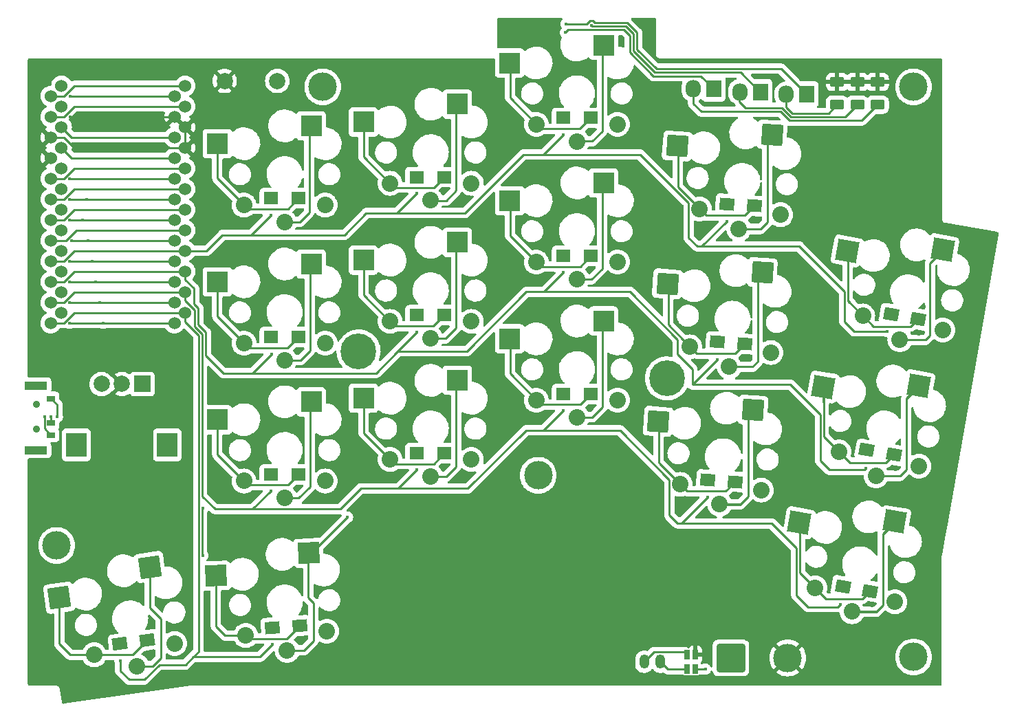
<source format=gtl>
G04 #@! TF.GenerationSoftware,KiCad,Pcbnew,(6.0.4)*
G04 #@! TF.CreationDate,2022-07-03T15:15:51+02:00*
G04 #@! TF.ProjectId,Klotz,4b6c6f74-7a2e-46b6-9963-61645f706362,0.2*
G04 #@! TF.SameCoordinates,Original*
G04 #@! TF.FileFunction,Copper,L1,Top*
G04 #@! TF.FilePolarity,Positive*
%FSLAX46Y46*%
G04 Gerber Fmt 4.6, Leading zero omitted, Abs format (unit mm)*
G04 Created by KiCad (PCBNEW (6.0.4)) date 2022-07-03 15:15:51*
%MOMM*%
%LPD*%
G01*
G04 APERTURE LIST*
G04 Aperture macros list*
%AMRoundRect*
0 Rectangle with rounded corners*
0 $1 Rounding radius*
0 $2 $3 $4 $5 $6 $7 $8 $9 X,Y pos of 4 corners*
0 Add a 4 corners polygon primitive as box body*
4,1,4,$2,$3,$4,$5,$6,$7,$8,$9,$2,$3,0*
0 Add four circle primitives for the rounded corners*
1,1,$1+$1,$2,$3*
1,1,$1+$1,$4,$5*
1,1,$1+$1,$6,$7*
1,1,$1+$1,$8,$9*
0 Add four rect primitives between the rounded corners*
20,1,$1+$1,$2,$3,$4,$5,0*
20,1,$1+$1,$4,$5,$6,$7,0*
20,1,$1+$1,$6,$7,$8,$9,0*
20,1,$1+$1,$8,$9,$2,$3,0*%
%AMRotRect*
0 Rectangle, with rotation*
0 The origin of the aperture is its center*
0 $1 length*
0 $2 width*
0 $3 Rotation angle, in degrees counterclockwise*
0 Add horizontal line*
21,1,$1,$2,0,0,$3*%
G04 Aperture macros list end*
G04 #@! TA.AperFunction,ComponentPad*
%ADD10O,1.905000X2.159000*%
G04 #@! TD*
G04 #@! TA.AperFunction,ComponentPad*
%ADD11R,1.905000X2.159000*%
G04 #@! TD*
G04 #@! TA.AperFunction,ComponentPad*
%ADD12R,1.800000X1.500000*%
G04 #@! TD*
G04 #@! TA.AperFunction,SMDPad,CuDef*
%ADD13R,0.635000X1.143000*%
G04 #@! TD*
G04 #@! TA.AperFunction,SMDPad,CuDef*
%ADD14R,2.600000X2.600000*%
G04 #@! TD*
G04 #@! TA.AperFunction,ComponentPad*
%ADD15C,2.032000*%
G04 #@! TD*
G04 #@! TA.AperFunction,ComponentPad*
%ADD16RotRect,1.800000X1.500000X350.000000*%
G04 #@! TD*
G04 #@! TA.AperFunction,ComponentPad*
%ADD17C,2.000000*%
G04 #@! TD*
G04 #@! TA.AperFunction,SMDPad,CuDef*
%ADD18RotRect,2.600000X2.600000X350.000000*%
G04 #@! TD*
G04 #@! TA.AperFunction,ComponentPad*
%ADD19RoundRect,0.250000X0.625000X-0.375000X0.625000X0.375000X-0.625000X0.375000X-0.625000X-0.375000X0*%
G04 #@! TD*
G04 #@! TA.AperFunction,ComponentPad*
%ADD20C,4.400000*%
G04 #@! TD*
G04 #@! TA.AperFunction,ComponentPad*
%ADD21O,1.200000X1.750000*%
G04 #@! TD*
G04 #@! TA.AperFunction,SMDPad,CuDef*
%ADD22RotRect,2.600000X2.600000X356.000000*%
G04 #@! TD*
G04 #@! TA.AperFunction,ComponentPad*
%ADD23C,3.500000*%
G04 #@! TD*
G04 #@! TA.AperFunction,SMDPad,CuDef*
%ADD24RotRect,2.600000X2.600000X8.000000*%
G04 #@! TD*
G04 #@! TA.AperFunction,ComponentPad*
%ADD25RotRect,1.800000X1.500000X356.000000*%
G04 #@! TD*
G04 #@! TA.AperFunction,ComponentPad*
%ADD26RotRect,1.800000X1.500000X8.000000*%
G04 #@! TD*
G04 #@! TA.AperFunction,ComponentPad*
%ADD27RotRect,1.800000X1.500000X4.000000*%
G04 #@! TD*
G04 #@! TA.AperFunction,WasherPad*
%ADD28C,0.900000*%
G04 #@! TD*
G04 #@! TA.AperFunction,SMDPad,CuDef*
%ADD29R,1.000000X0.700000*%
G04 #@! TD*
G04 #@! TA.AperFunction,SMDPad,CuDef*
%ADD30R,2.800000X1.000000*%
G04 #@! TD*
G04 #@! TA.AperFunction,SMDPad,CuDef*
%ADD31RotRect,2.600000X2.600000X3.000000*%
G04 #@! TD*
G04 #@! TA.AperFunction,ComponentPad*
%ADD32C,1.524000*%
G04 #@! TD*
G04 #@! TA.AperFunction,ComponentPad*
%ADD33R,2.000000X2.000000*%
G04 #@! TD*
G04 #@! TA.AperFunction,ComponentPad*
%ADD34R,2.500000X3.000000*%
G04 #@! TD*
G04 #@! TA.AperFunction,ComponentPad*
%ADD35RoundRect,0.250002X-1.499998X-1.499998X1.499998X-1.499998X1.499998X1.499998X-1.499998X1.499998X0*%
G04 #@! TD*
G04 #@! TA.AperFunction,ViaPad*
%ADD36C,0.400000*%
G04 #@! TD*
G04 #@! TA.AperFunction,Conductor*
%ADD37C,0.250000*%
G04 #@! TD*
G04 APERTURE END LIST*
D10*
X178719019Y-58478792D03*
D11*
X181243019Y-58478792D03*
D12*
X151270000Y-61380000D03*
X154670000Y-61380000D03*
X133220000Y-102670000D03*
X136620000Y-102670000D03*
D13*
X166524620Y-129250000D03*
X167525380Y-129250000D03*
D14*
X156219862Y-52415117D03*
D15*
X152944862Y-64265117D03*
D14*
X144669862Y-54615117D03*
D15*
X157944862Y-62165117D03*
X147944862Y-62165117D03*
D16*
X191611654Y-85569596D03*
X194960000Y-86160000D03*
D10*
X173004504Y-58168721D03*
D11*
X175528504Y-58168721D03*
D17*
X109570000Y-56820000D03*
X116070000Y-56820000D03*
D15*
X186811540Y-122174614D03*
D18*
X192094516Y-111073340D03*
D15*
X182252162Y-119238277D03*
X192100240Y-120974758D03*
D18*
X180337961Y-111234280D03*
D19*
X189975000Y-59750000D03*
X189975000Y-56950000D03*
D14*
X138227431Y-93691867D03*
D15*
X134952431Y-105541867D03*
X129952431Y-103441867D03*
D14*
X126677431Y-95891867D03*
D15*
X139952431Y-103441867D03*
D12*
X115290000Y-88370000D03*
X118690000Y-88370000D03*
X133220000Y-85670000D03*
X136620000Y-85670000D03*
D20*
X126072491Y-90139683D03*
X164027509Y-93460317D03*
D21*
X163225000Y-128350000D03*
X161225000Y-128350000D03*
D22*
X174619367Y-97356910D03*
D15*
X170525731Y-108949592D03*
X165684399Y-106505925D03*
X175660040Y-107203490D03*
D22*
X162944038Y-98745864D03*
D23*
X194398013Y-57553692D03*
D16*
X185685827Y-119064798D03*
X189034173Y-119655202D03*
D15*
X152944862Y-81234448D03*
D14*
X156219862Y-69384448D03*
D15*
X157944862Y-79134448D03*
X147944862Y-79134448D03*
D14*
X144669862Y-71584448D03*
D23*
X148182160Y-105392393D03*
D15*
X172889446Y-75046203D03*
D22*
X176983082Y-63453521D03*
D15*
X168048114Y-72602536D03*
X178023755Y-73300101D03*
D22*
X165307753Y-64842475D03*
D15*
X171689943Y-92015539D03*
D22*
X175783579Y-80422857D03*
D15*
X176824252Y-90269437D03*
D22*
X164108250Y-81811811D03*
D15*
X166848611Y-89571872D03*
D14*
X156219862Y-86389060D03*
D15*
X152944862Y-98239060D03*
D14*
X144669862Y-88589060D03*
D15*
X157944862Y-96139060D03*
X147944862Y-96139060D03*
X98765590Y-128874617D03*
D24*
X100359517Y-116684148D03*
X89228102Y-120470187D03*
D15*
X93521986Y-127490919D03*
X103424667Y-126099188D03*
D12*
X151270000Y-78380000D03*
X154670000Y-78380000D03*
D23*
X88900000Y-114030000D03*
D25*
X170228282Y-88972828D03*
X173620000Y-89210000D03*
D14*
X120235000Y-96337813D03*
D15*
X116960000Y-108187813D03*
X121960000Y-106087813D03*
D14*
X108685000Y-98537813D03*
D15*
X111960000Y-106087813D03*
D19*
X187475000Y-59750000D03*
X187475000Y-56950000D03*
D13*
X166524620Y-127475000D03*
X167525380Y-127475000D03*
D16*
X188637481Y-102274394D03*
X191985827Y-102864798D03*
D12*
X151270000Y-95380000D03*
X154670000Y-95380000D03*
D26*
X96683088Y-126153188D03*
X100050000Y-125680000D03*
D27*
X115438282Y-124157172D03*
X118830000Y-123920000D03*
D15*
X192703186Y-88694576D03*
D18*
X197986162Y-77593302D03*
D15*
X188143808Y-85758239D03*
D18*
X186229607Y-77754242D03*
D15*
X197991886Y-87494720D03*
D23*
X121652143Y-57553692D03*
D12*
X133220000Y-68670000D03*
X136620000Y-68670000D03*
D14*
X120235000Y-79368484D03*
D15*
X116960000Y-91218484D03*
X111960000Y-89118484D03*
D14*
X108685000Y-81568484D03*
D15*
X121960000Y-89118484D03*
D28*
X86425000Y-96685000D03*
X86375000Y-99685000D03*
D29*
X88225000Y-95935000D03*
X88225000Y-98935000D03*
X88225000Y-100435000D03*
D30*
X86325000Y-102285000D03*
X86325000Y-94335000D03*
D15*
X134952431Y-71532647D03*
D14*
X138227431Y-59682647D03*
D15*
X129952431Y-69432647D03*
X139952431Y-69432647D03*
D14*
X126677431Y-61882647D03*
D12*
X115290000Y-105270000D03*
X118690000Y-105270000D03*
X115290000Y-71270000D03*
X118690000Y-71270000D03*
D25*
X171428282Y-71972828D03*
X174820000Y-72210000D03*
D14*
X120235000Y-62363872D03*
D15*
X116960000Y-74213872D03*
X121960000Y-72113872D03*
D14*
X108685000Y-64563872D03*
D15*
X111960000Y-72113872D03*
D31*
X119919113Y-114943149D03*
D15*
X117268782Y-126948309D03*
D31*
X108500081Y-117744614D03*
D15*
X112165729Y-125112867D03*
X122152024Y-124589507D03*
D23*
X194398013Y-127759458D03*
D15*
X134952431Y-88537259D03*
D14*
X138227431Y-76687259D03*
D15*
X129952431Y-86437259D03*
D14*
X126677431Y-78887259D03*
D15*
X139952431Y-86437259D03*
D32*
X88172500Y-58710000D03*
X104718900Y-57440000D03*
X104718900Y-59980000D03*
X88172500Y-61250000D03*
X88172500Y-63790000D03*
X104718900Y-62520000D03*
X104718900Y-65060000D03*
X88172500Y-66330000D03*
X104718900Y-67600000D03*
X88172500Y-68870000D03*
X88172500Y-71410000D03*
X104718900Y-70140000D03*
X104718900Y-72680000D03*
X88172500Y-73950000D03*
X88172500Y-76490000D03*
X104718900Y-75220000D03*
X88172500Y-79030000D03*
X104718900Y-77760000D03*
X88172500Y-81570000D03*
X104718900Y-80300000D03*
X88172500Y-84110000D03*
X104718900Y-82840000D03*
X104718900Y-85380000D03*
X88172500Y-86650000D03*
X103412500Y-86650000D03*
X89498900Y-85380000D03*
X89498900Y-82840000D03*
X103412500Y-84110000D03*
X89498900Y-80300000D03*
X103412500Y-81570000D03*
X89498900Y-77760000D03*
X103412500Y-79030000D03*
X103412500Y-76490000D03*
X89498900Y-75220000D03*
X89498900Y-72680000D03*
X103412500Y-73950000D03*
X103412500Y-71410000D03*
X89498900Y-70140000D03*
X89498900Y-67600000D03*
X103412500Y-68870000D03*
X103412500Y-66330000D03*
X89498900Y-65060000D03*
X103412500Y-63790000D03*
X89498900Y-62520000D03*
X103412500Y-61250000D03*
X89498900Y-59980000D03*
X89498900Y-57440000D03*
X103412500Y-58710000D03*
D25*
X169032423Y-105954242D03*
X172424141Y-106191414D03*
D33*
X99430000Y-94150000D03*
D17*
X94430000Y-94150000D03*
X96930000Y-94150000D03*
D34*
X91330000Y-101650000D03*
X102530000Y-101650000D03*
D10*
X167261254Y-57800649D03*
D11*
X169785254Y-57800649D03*
D19*
X184975000Y-59750000D03*
X184975000Y-56950000D03*
D18*
X195057975Y-94350959D03*
D15*
X189774999Y-105452233D03*
X185215621Y-102515896D03*
D18*
X183301420Y-94511899D03*
D15*
X195063699Y-104252377D03*
D35*
X171900000Y-127875000D03*
D23*
X178900000Y-127875000D03*
D36*
X133210000Y-70664500D03*
X191105500Y-87650000D03*
X171410000Y-74114500D03*
X115260000Y-73324500D03*
X151270000Y-63454500D03*
X151290000Y-80424500D03*
X133240000Y-87754500D03*
X188550000Y-104550000D03*
X115330000Y-90434500D03*
X170210000Y-91144500D03*
X169030000Y-108064500D03*
X115270000Y-107304500D03*
X133260000Y-104704500D03*
X151270000Y-97404500D03*
X185350000Y-121324500D03*
X115470000Y-126204500D03*
X96720000Y-128215419D03*
X136650000Y-70375000D03*
X138500000Y-71750000D03*
X147200000Y-52175000D03*
X195700000Y-84600000D03*
X192200000Y-104700000D03*
X168550000Y-110425000D03*
X107450000Y-78950000D03*
X118675000Y-90100000D03*
X126000000Y-85950000D03*
X167900000Y-75250000D03*
X168425000Y-104075000D03*
X196450000Y-107775000D03*
X109150000Y-106925000D03*
X175600000Y-70700000D03*
X188025000Y-100275000D03*
X191075000Y-83575000D03*
X108625000Y-114500000D03*
X189275000Y-121475000D03*
X108050000Y-93525000D03*
X119000000Y-125725000D03*
X171550000Y-59825000D03*
X177375000Y-56325000D03*
X147800000Y-98525000D03*
X119500000Y-121925000D03*
X163175000Y-61425000D03*
X126000000Y-104700000D03*
X138675000Y-88800000D03*
X107975000Y-126100000D03*
X154625000Y-97075000D03*
X192700000Y-101450000D03*
X136600000Y-87425000D03*
X90528608Y-61228608D03*
X165250000Y-108850000D03*
X118675000Y-73025000D03*
X118625000Y-106975000D03*
X169850000Y-93400000D03*
X100325000Y-127550000D03*
X175200000Y-74050000D03*
X174275000Y-87575000D03*
X100525000Y-123650000D03*
X121700000Y-91500000D03*
X119150000Y-69600000D03*
X148075000Y-60125000D03*
X138625000Y-105925000D03*
X185100000Y-116875000D03*
X154650000Y-63050000D03*
X126025000Y-70825000D03*
X174025000Y-91175000D03*
X101400000Y-94450000D03*
X199400000Y-90950000D03*
X170700000Y-70075000D03*
X176650000Y-61400000D03*
X158475000Y-52000000D03*
X169525000Y-87025000D03*
X172475000Y-108050000D03*
X189800000Y-118150000D03*
X170900000Y-76400000D03*
X195050000Y-88000000D03*
X154700000Y-80000000D03*
X152900000Y-55450000D03*
X136625000Y-104375000D03*
X173125000Y-104575000D03*
X167800000Y-91250000D03*
X106902652Y-109432327D03*
X90516108Y-86641108D03*
X106884980Y-115250000D03*
X94600000Y-86650000D03*
X124704590Y-110549540D03*
X94210000Y-84110000D03*
X90471108Y-84146108D03*
X93730000Y-81570000D03*
X90513608Y-81563608D03*
X93255000Y-79030000D03*
X90481108Y-79056108D03*
X90758378Y-76483378D03*
X92773540Y-76490000D03*
X90508608Y-71408608D03*
X92590000Y-71410000D03*
X90516108Y-73941108D03*
X92050000Y-73950000D03*
X154750000Y-50016096D03*
X151550000Y-50875000D03*
X87400000Y-98175000D03*
X90520878Y-58720878D03*
X151625000Y-49800500D03*
X88975000Y-98175000D03*
X90513608Y-68863608D03*
X88225000Y-98195000D03*
X168750000Y-129250000D03*
D37*
X104718900Y-77760000D02*
X91035460Y-77760000D01*
X148824500Y-65900000D02*
X151270000Y-63454500D01*
X168050000Y-77200000D02*
X168324500Y-77200000D01*
X112784500Y-75800000D02*
X115260000Y-73324500D01*
X180300000Y-77200000D02*
X185856415Y-82756415D01*
X89765460Y-79030000D02*
X88172500Y-79030000D01*
X130774500Y-73100000D02*
X133210000Y-70664500D01*
X91035460Y-77760000D02*
X89765460Y-79030000D01*
X111060000Y-75800000D02*
X124300000Y-75800000D01*
X160758323Y-65900000D02*
X166700000Y-71841676D01*
X111060000Y-75800000D02*
X112784500Y-75800000D01*
X168050000Y-77200000D02*
X180300000Y-77200000D01*
X107340000Y-77760000D02*
X104718900Y-77760000D01*
X185856415Y-82756415D02*
X185856415Y-86456415D01*
X146360000Y-65900000D02*
X147120000Y-65900000D01*
X166700000Y-76125000D02*
X167775000Y-77200000D01*
X139160000Y-73100000D02*
X146360000Y-65900000D01*
X147120000Y-65900000D02*
X148824500Y-65900000D01*
X167775000Y-77200000D02*
X168050000Y-77200000D01*
X109300000Y-75800000D02*
X111060000Y-75800000D01*
X127000000Y-73100000D02*
X129600000Y-73100000D01*
X168324500Y-77200000D02*
X171410000Y-74114500D01*
X109300000Y-75800000D02*
X107340000Y-77760000D01*
X127000000Y-73100000D02*
X130774500Y-73100000D01*
X124300000Y-75800000D02*
X127000000Y-73100000D01*
X187050000Y-87650000D02*
X191105500Y-87650000D01*
X185856415Y-86456415D02*
X187050000Y-87650000D01*
X129600000Y-73100000D02*
X139160000Y-73100000D01*
X166700000Y-71841676D02*
X166700000Y-76125000D01*
X147120000Y-65900000D02*
X160758323Y-65900000D01*
X108675000Y-68825000D02*
X111950000Y-72100000D01*
X117360000Y-72600000D02*
X118690000Y-71270000D01*
X112446128Y-72600000D02*
X117360000Y-72600000D01*
X108675000Y-64550000D02*
X108675000Y-68825000D01*
X130459784Y-69940000D02*
X135350000Y-69940000D01*
X135350000Y-69940000D02*
X136620000Y-68670000D01*
X126675000Y-61900000D02*
X126675000Y-66175000D01*
X126675000Y-66175000D02*
X129950000Y-69450000D01*
X144725000Y-58875000D02*
X148000000Y-62150000D01*
X153320000Y-62730000D02*
X154670000Y-61380000D01*
X148509745Y-62730000D02*
X153320000Y-62730000D01*
X144725000Y-54600000D02*
X144725000Y-58875000D01*
X165378464Y-64864723D02*
X165378464Y-69884424D01*
X168048114Y-72602536D02*
X168835578Y-73390000D01*
X168835578Y-73390000D02*
X173640000Y-73390000D01*
X173640000Y-73390000D02*
X174820000Y-72210000D01*
X165378464Y-69884424D02*
X168118825Y-72624784D01*
X186305935Y-83655935D02*
X186305935Y-83920366D01*
X194050000Y-87070000D02*
X194960000Y-86160000D01*
X186305935Y-77786568D02*
X186305935Y-83655935D01*
X189455569Y-87070000D02*
X194050000Y-87070000D01*
X186305935Y-83920366D02*
X188143808Y-85758239D01*
X186305935Y-83655935D02*
X186305935Y-83876364D01*
X186305935Y-83876364D02*
X188220136Y-85790565D01*
X186305935Y-83876364D02*
X186305935Y-77830570D01*
X188143808Y-85758239D02*
X189455569Y-87070000D01*
X148914500Y-82800000D02*
X151290000Y-80424500D01*
X139430000Y-90100000D02*
X146730000Y-82800000D01*
X105805411Y-84294233D02*
X105805411Y-82380411D01*
X167154500Y-94200000D02*
X179200000Y-94200000D01*
X182904396Y-103604396D02*
X184000000Y-104700000D01*
X104718900Y-81293900D02*
X104718900Y-80300000D01*
X130894500Y-90100000D02*
X130747250Y-90247250D01*
X165350000Y-90500000D02*
X165350000Y-88650000D01*
X167154500Y-94200000D02*
X167154500Y-92304500D01*
X128194500Y-92800000D02*
X130747250Y-90247250D01*
X106336829Y-86869433D02*
X106336829Y-84825651D01*
X182904396Y-97904396D02*
X182904396Y-103604396D01*
X188400000Y-104700000D02*
X188550000Y-104550000D01*
X89765460Y-81570000D02*
X88172500Y-81570000D01*
X111700000Y-92800000D02*
X128194500Y-92800000D01*
X107259519Y-90639519D02*
X107259520Y-87792124D01*
X106336829Y-84825651D02*
X105805411Y-84294233D01*
X184000000Y-104700000D02*
X188400000Y-104700000D01*
X111700000Y-92800000D02*
X112964500Y-92800000D01*
X111700000Y-92800000D02*
X109420000Y-92800000D01*
X104718900Y-80300000D02*
X91035460Y-80300000D01*
X112964500Y-92800000D02*
X115330000Y-90434500D01*
X107259520Y-87792124D02*
X106336829Y-86869433D01*
X146730000Y-82800000D02*
X148914500Y-82800000D01*
X130747250Y-90247250D02*
X133240000Y-87754500D01*
X167154500Y-94200000D02*
X170210000Y-91144500D01*
X167154500Y-92304500D02*
X165350000Y-90500000D01*
X105805411Y-82380411D02*
X104718900Y-81293900D01*
X139430000Y-90100000D02*
X130894500Y-90100000D01*
X159500000Y-82800000D02*
X165350000Y-88650000D01*
X179200000Y-94200000D02*
X182904396Y-97904396D01*
X109420000Y-92800000D02*
X107259519Y-90639519D01*
X146730000Y-82800000D02*
X159500000Y-82800000D01*
X91035460Y-80300000D02*
X89765460Y-81570000D01*
X117350000Y-89710000D02*
X118690000Y-88370000D01*
X108675000Y-85825000D02*
X111950000Y-89100000D01*
X108675000Y-81550000D02*
X108675000Y-85825000D01*
X112551516Y-89710000D02*
X117350000Y-89710000D01*
X126675000Y-83175000D02*
X129950000Y-86450000D01*
X135260000Y-87030000D02*
X136620000Y-85670000D01*
X130545172Y-87030000D02*
X135260000Y-87030000D01*
X126675000Y-78900000D02*
X126675000Y-83175000D01*
X153350000Y-79700000D02*
X154670000Y-78380000D01*
X144725000Y-75875000D02*
X148000000Y-79150000D01*
X148510414Y-79700000D02*
X153350000Y-79700000D01*
X144725000Y-71600000D02*
X144725000Y-75875000D01*
X172410000Y-90420000D02*
X173620000Y-89210000D01*
X166848611Y-89571872D02*
X167696739Y-90420000D01*
X164192604Y-86843011D02*
X166012297Y-88662703D01*
X166012297Y-88662703D02*
X166932965Y-89583372D01*
X164192604Y-81823311D02*
X164192604Y-86843011D01*
X166848611Y-89499017D02*
X166012297Y-88662703D01*
X167696739Y-90420000D02*
X172410000Y-90420000D01*
X183301420Y-96393588D02*
X183353916Y-96446084D01*
X183353916Y-94528300D02*
X183353916Y-96446084D01*
X183353916Y-96446084D02*
X183353916Y-100618096D01*
X183353916Y-100618096D02*
X184367910Y-101632090D01*
X184367910Y-101632090D02*
X185268117Y-102532297D01*
X186539725Y-103840000D02*
X191010625Y-103840000D01*
X191010625Y-103840000D02*
X191985827Y-102864798D01*
X183301420Y-94511899D02*
X183301420Y-96393588D01*
X185215621Y-102515896D02*
X186539725Y-103840000D01*
X185215621Y-102479801D02*
X184367910Y-101632090D01*
X126332916Y-107000000D02*
X127050000Y-107000000D01*
X164325000Y-105925000D02*
X164325000Y-110275000D01*
X146680000Y-99850000D02*
X148824500Y-99850000D01*
X113037000Y-109537500D02*
X115270000Y-107304500D01*
X165794500Y-111300000D02*
X169030000Y-108064500D01*
X164325000Y-110275000D02*
X165350000Y-111300000D01*
X127050000Y-107000000D02*
X130964500Y-107000000D01*
X130964500Y-107000000D02*
X133260000Y-104704500D01*
X108387500Y-109537500D02*
X123795416Y-109537500D01*
X106810000Y-107960000D02*
X108387500Y-109537500D01*
X104718900Y-82840000D02*
X104718900Y-83843440D01*
X181400000Y-121600000D02*
X185074500Y-121600000D01*
X127050000Y-107000000D02*
X139530000Y-107000000D01*
X91035460Y-82840000D02*
X89765460Y-84110000D01*
X89765460Y-84110000D02*
X88172500Y-84110000D01*
X105887309Y-87055631D02*
X106810000Y-87978322D01*
X165350000Y-111300000D02*
X165794500Y-111300000D01*
X179952377Y-114352377D02*
X179952377Y-120152377D01*
X148824500Y-99850000D02*
X151270000Y-97404500D01*
X105887309Y-85011849D02*
X105887309Y-87055631D01*
X185074500Y-121600000D02*
X185350000Y-121324500D01*
X104718900Y-82840000D02*
X91035460Y-82840000D01*
X179952377Y-120152377D02*
X181400000Y-121600000D01*
X158250000Y-99850000D02*
X164325000Y-105925000D01*
X123795416Y-109537500D02*
X126332916Y-107000000D01*
X106810000Y-87978322D02*
X106810000Y-107960000D01*
X146680000Y-99850000D02*
X158250000Y-99850000D01*
X176900000Y-111300000D02*
X179952377Y-114352377D01*
X104718900Y-83843440D02*
X105887309Y-85011849D01*
X139530000Y-107000000D02*
X146680000Y-99850000D01*
X165794500Y-111300000D02*
X176900000Y-111300000D01*
X108675000Y-102825000D02*
X111950000Y-106100000D01*
X117380000Y-106580000D02*
X118690000Y-105270000D01*
X108675000Y-98550000D02*
X108675000Y-102825000D01*
X112452187Y-106580000D02*
X117380000Y-106580000D01*
X126675000Y-100175000D02*
X129950000Y-103450000D01*
X135310000Y-103980000D02*
X136620000Y-102670000D01*
X130490564Y-103980000D02*
X135310000Y-103980000D01*
X126675000Y-95900000D02*
X126675000Y-100175000D01*
X144725000Y-92875000D02*
X148000000Y-96150000D01*
X148485802Y-96680000D02*
X153370000Y-96680000D01*
X153370000Y-96680000D02*
X154670000Y-95380000D01*
X144725000Y-88600000D02*
X144725000Y-92875000D01*
X171275555Y-107340000D02*
X172424141Y-106191414D01*
X165684399Y-106505925D02*
X166518474Y-107340000D01*
X163006744Y-103801600D02*
X163127572Y-103922428D01*
X166518474Y-107340000D02*
X171275555Y-107340000D01*
X163127572Y-103922428D02*
X163127572Y-103949098D01*
X163127572Y-103922428D02*
X165747105Y-106541961D01*
X163006744Y-98781900D02*
X163006744Y-103801600D01*
X163127572Y-103949098D02*
X165684399Y-106505925D01*
X180401897Y-117388012D02*
X182252162Y-119238277D01*
X183613885Y-120600000D02*
X188089375Y-120600000D01*
X180401897Y-111270032D02*
X180401897Y-117359828D01*
X180401897Y-117359828D02*
X182316098Y-119274029D01*
X188089375Y-120600000D02*
X189034173Y-119655202D01*
X180401897Y-117359828D02*
X180401897Y-117388012D01*
X182252162Y-119238277D02*
X183613885Y-120600000D01*
X91035460Y-85380000D02*
X89765460Y-86650000D01*
X105712500Y-127737500D02*
X104750000Y-128700000D01*
X96720000Y-129470000D02*
X96720000Y-128215419D01*
X89765460Y-86650000D02*
X88172500Y-86650000D01*
X104718900Y-85380000D02*
X104718900Y-86522940D01*
X99685718Y-130550000D02*
X97800000Y-130550000D01*
X96720000Y-129470000D02*
X97800000Y-130550000D01*
X101535718Y-128700000D02*
X99685718Y-130550000D01*
X104718900Y-86522940D02*
X106360480Y-88164520D01*
X106360480Y-127089520D02*
X105712500Y-127737500D01*
X113937000Y-127737500D02*
X115470000Y-126204500D01*
X106360480Y-88164520D02*
X106360480Y-127089520D01*
X104718900Y-85380000D02*
X91035460Y-85380000D01*
X105712500Y-127737500D02*
X113937000Y-127737500D01*
X104750000Y-128700000D02*
X101535718Y-128700000D01*
X103412500Y-66330000D02*
X90768900Y-66330000D01*
X90768900Y-66330000D02*
X89498900Y-65060000D01*
X89790000Y-63790000D02*
X88172500Y-63790000D01*
X103412500Y-61250000D02*
X90550000Y-61250000D01*
X91060000Y-65060000D02*
X89790000Y-63790000D01*
X103448900Y-61250000D02*
X104718900Y-62520000D01*
X104718900Y-62520000D02*
X104718900Y-65060000D01*
X104718900Y-65060000D02*
X91060000Y-65060000D01*
X90550000Y-61250000D02*
X90528608Y-61228608D01*
X103412500Y-63790000D02*
X90768900Y-63790000D01*
X90768900Y-63790000D02*
X89498900Y-62520000D01*
X120075479Y-106823543D02*
X118699022Y-108200000D01*
X106884980Y-115250000D02*
X106810000Y-115175020D01*
X94600000Y-86650000D02*
X90525000Y-86650000D01*
X103412500Y-86650000D02*
X94600000Y-86650000D01*
X120000000Y-72999022D02*
X120000000Y-62575000D01*
X90525000Y-86650000D02*
X90516108Y-86641108D01*
X100359517Y-116684148D02*
X100359517Y-121709517D01*
X120075479Y-90023543D02*
X118899022Y-91200000D01*
X101700000Y-127900000D02*
X100725383Y-128874617D01*
X120075479Y-96499521D02*
X120075479Y-106823543D01*
X106810000Y-115050020D02*
X106810000Y-110365000D01*
X118699022Y-108200000D02*
X116950000Y-108200000D01*
X118799022Y-74200000D02*
X120000000Y-72999022D01*
X106810000Y-115175020D02*
X106810000Y-110825000D01*
X118899022Y-91200000D02*
X116950000Y-91200000D01*
X116950000Y-74200000D02*
X118799022Y-74200000D01*
X106810000Y-110825000D02*
X106810000Y-110540000D01*
X100725383Y-128874617D02*
X98765590Y-128874617D01*
X106810000Y-110540000D02*
X106810000Y-110365000D01*
X120075479Y-79499521D02*
X120075479Y-90023543D01*
X106810000Y-109524979D02*
X106902652Y-109432327D01*
X101700000Y-123050000D02*
X101700000Y-127900000D01*
X106810000Y-110540000D02*
X106810000Y-109524979D01*
X100359517Y-121709517D02*
X101700000Y-123050000D01*
X138075479Y-104323543D02*
X136849022Y-105550000D01*
X119882367Y-114979895D02*
X119882367Y-120482367D01*
X138075479Y-70323543D02*
X136849022Y-71550000D01*
X138075479Y-93849521D02*
X138075479Y-104323543D01*
X138075479Y-59849521D02*
X138075479Y-70323543D01*
X120525000Y-125750000D02*
X119326691Y-126948309D01*
X103412500Y-84110000D02*
X94210000Y-84110000D01*
X136849022Y-105550000D02*
X134950000Y-105550000D01*
X94210000Y-84110000D02*
X90507216Y-84110000D01*
X136849022Y-71550000D02*
X134950000Y-71550000D01*
X120525000Y-121125000D02*
X120525000Y-125750000D01*
X90507216Y-84110000D02*
X90471108Y-84146108D01*
X136750000Y-88550000D02*
X134950000Y-88550000D01*
X120310981Y-114943149D02*
X124704590Y-110549540D01*
X138075479Y-76849521D02*
X138075479Y-87224521D01*
X138075479Y-87224521D02*
X136750000Y-88550000D01*
X119882367Y-120482367D02*
X120525000Y-121125000D01*
X119326691Y-126948309D02*
X117268782Y-126948309D01*
X154849022Y-98250000D02*
X153000000Y-98250000D01*
X156070341Y-63028681D02*
X154849022Y-64250000D01*
X154750000Y-81250000D02*
X153000000Y-81250000D01*
X90520000Y-81570000D02*
X90513608Y-81563608D01*
X103412500Y-81570000D02*
X93730000Y-81570000D01*
X154849022Y-64250000D02*
X153000000Y-64250000D01*
X156070341Y-79929659D02*
X154750000Y-81250000D01*
X93730000Y-81570000D02*
X90520000Y-81570000D01*
X156070341Y-97028681D02*
X154849022Y-98250000D01*
X156070341Y-69533969D02*
X156070341Y-79929659D01*
X156070341Y-52564638D02*
X156070341Y-63028681D01*
X156070341Y-86538581D02*
X156070341Y-97028681D01*
X90507216Y-79030000D02*
X90481108Y-79056108D01*
X174572961Y-92027039D02*
X174561461Y-92015539D01*
X175200000Y-82000000D02*
X175200000Y-81006436D01*
X174000000Y-108000000D02*
X173014372Y-108985628D01*
X175200000Y-82000000D02*
X175200000Y-91400000D01*
X176400000Y-74200000D02*
X175531549Y-75068451D01*
X174000000Y-108000000D02*
X174000000Y-97976277D01*
X173014372Y-108985628D02*
X170588437Y-108985628D01*
X174561461Y-92015539D02*
X171689943Y-92015539D01*
X176400000Y-65975000D02*
X176400000Y-74200000D01*
X176400000Y-65975000D02*
X176400000Y-64036603D01*
X175143451Y-75068451D02*
X175121203Y-75046203D01*
X172978336Y-108949592D02*
X170525731Y-108949592D01*
X176400000Y-64129562D02*
X176400000Y-65975000D01*
X103412500Y-79030000D02*
X93255000Y-79030000D01*
X174572961Y-92027039D02*
X171774297Y-92027039D01*
X93255000Y-79030000D02*
X90507216Y-79030000D01*
X175143451Y-75068451D02*
X172960157Y-75068451D01*
X175200000Y-81102290D02*
X175200000Y-82000000D01*
X175200000Y-91400000D02*
X174572961Y-92027039D01*
X175121203Y-75046203D02*
X172889446Y-75046203D01*
X174000000Y-98075019D02*
X174000000Y-108000000D01*
X175531549Y-75068451D02*
X175143451Y-75068451D01*
X173014372Y-108985628D02*
X172978336Y-108949592D01*
X103412500Y-76490000D02*
X90765000Y-76490000D01*
X189789634Y-122210366D02*
X186875476Y-122210366D01*
X90765000Y-76490000D02*
X90758378Y-76483378D01*
X189753882Y-122174614D02*
X186811540Y-122174614D01*
X193500000Y-104700000D02*
X192731366Y-105468634D01*
X195873098Y-88726902D02*
X195840772Y-88694576D01*
X192158452Y-111109092D02*
X190600000Y-112667544D01*
X190600000Y-112567856D02*
X192094516Y-111073340D01*
X193500000Y-95977831D02*
X193500000Y-104700000D01*
X195873098Y-88726902D02*
X192779514Y-88726902D01*
X190600000Y-112667544D02*
X190600000Y-112567856D01*
X190600000Y-121400000D02*
X189789634Y-122210366D01*
X189789634Y-122210366D02*
X189753882Y-122174614D01*
X196400000Y-79288118D02*
X196400000Y-88200000D01*
X196400000Y-79288118D02*
X197986162Y-77701956D01*
X192714965Y-105452233D02*
X189774999Y-105452233D01*
X192731366Y-105468634D02*
X189827495Y-105468634D01*
X195110471Y-94367360D02*
X193500000Y-95977831D01*
X192731366Y-105468634D02*
X192714965Y-105452233D01*
X193500000Y-95977831D02*
X193500000Y-95908934D01*
X198062490Y-77625628D02*
X196400000Y-79288118D01*
X190600000Y-112667544D02*
X190600000Y-121400000D01*
X195840772Y-88694576D02*
X192703186Y-88694576D01*
X193500000Y-95908934D02*
X195057975Y-94350959D01*
X196400000Y-88200000D02*
X195873098Y-88726902D01*
X92590000Y-71410000D02*
X90510000Y-71410000D01*
X90510000Y-71410000D02*
X90508608Y-71408608D01*
X103412500Y-71410000D02*
X92590000Y-71410000D01*
X103412500Y-73950000D02*
X92050000Y-73950000D01*
X92050000Y-73950000D02*
X90525000Y-73950000D01*
X90525000Y-73950000D02*
X90516108Y-73941108D01*
X98239081Y-127490919D02*
X100050000Y-125680000D01*
X90565919Y-127490919D02*
X93521986Y-127490919D01*
X93521986Y-127490919D02*
X98239081Y-127490919D01*
X89228102Y-126153102D02*
X90565919Y-127490919D01*
X89228102Y-120470187D02*
X89228102Y-126153102D01*
X104718900Y-72680000D02*
X91035460Y-72680000D01*
X154824980Y-50091076D02*
X158936793Y-50091076D01*
X89765460Y-73950000D02*
X88172500Y-73950000D01*
X91035460Y-72680000D02*
X89765460Y-73950000D01*
X159899520Y-51053803D02*
X159899520Y-53113802D01*
X159899520Y-53113802D02*
X162561198Y-55775480D01*
X154824980Y-50091076D02*
X154750000Y-50016096D01*
X162561198Y-55775480D02*
X173087263Y-55775480D01*
X173087263Y-55775480D02*
X175500504Y-58188721D01*
X158936793Y-50091076D02*
X159899520Y-51053803D01*
X91060000Y-57440000D02*
X89790000Y-58710000D01*
X89790000Y-58710000D02*
X88172500Y-58710000D01*
X104718900Y-57440000D02*
X91060000Y-57440000D01*
X158750596Y-50540596D02*
X159450000Y-51240000D01*
X162375000Y-56225000D02*
X168209605Y-56225000D01*
X159450000Y-51240000D02*
X159450000Y-53300000D01*
X90010000Y-76490000D02*
X88172500Y-76490000D01*
X168209605Y-56225000D02*
X169785254Y-57800649D01*
X104718900Y-75220000D02*
X91280000Y-75220000D01*
X151884404Y-50540596D02*
X158750596Y-50540596D01*
X91280000Y-75220000D02*
X90010000Y-76490000D01*
X151550000Y-50875000D02*
X151884404Y-50540596D01*
X159450000Y-53300000D02*
X162375000Y-56225000D01*
X103412500Y-58710000D02*
X90531756Y-58710000D01*
X90531756Y-58710000D02*
X90520878Y-58720878D01*
X87400000Y-99610000D02*
X88225000Y-100435000D01*
X87400000Y-98175000D02*
X87400000Y-99610000D01*
X108500081Y-117744614D02*
X108500081Y-123975081D01*
X108500081Y-123975081D02*
X109637867Y-125112867D01*
X117270000Y-125480000D02*
X118830000Y-123920000D01*
X109637867Y-125112867D02*
X112165729Y-125112867D01*
X112532862Y-125480000D02*
X117270000Y-125480000D01*
X91035460Y-70140000D02*
X89765460Y-71410000D01*
X178090187Y-55325960D02*
X181243019Y-58478792D01*
X160349040Y-50867606D02*
X160349040Y-52927604D01*
X89765460Y-71410000D02*
X88172500Y-71410000D01*
X104718900Y-70140000D02*
X91035460Y-70140000D01*
X159122991Y-49641556D02*
X155150000Y-49641556D01*
X154550000Y-49425000D02*
X154125000Y-49850000D01*
X162747396Y-55325960D02*
X178090187Y-55325960D01*
X154125000Y-49850000D02*
X151674500Y-49850000D01*
X154825000Y-49425000D02*
X154550000Y-49425000D01*
X155150000Y-49641556D02*
X154933444Y-49425000D01*
X160349040Y-52927604D02*
X162747396Y-55325960D01*
X154933444Y-49425000D02*
X154825000Y-49425000D01*
X159122991Y-49641556D02*
X160349040Y-50867606D01*
X151674500Y-49850000D02*
X151625000Y-49800500D01*
X179475000Y-60800000D02*
X178719019Y-60044019D01*
X183925000Y-60800000D02*
X179475000Y-60800000D01*
X178719019Y-60044019D02*
X178719019Y-58478792D01*
X184975000Y-59750000D02*
X183925000Y-60800000D01*
X179288802Y-61249520D02*
X178189282Y-60150000D01*
X172976504Y-59401504D02*
X172976504Y-58188721D01*
X178189282Y-60150000D02*
X173725000Y-60150000D01*
X185975480Y-61249520D02*
X179288802Y-61249520D01*
X187475000Y-59750000D02*
X185975480Y-61249520D01*
X173725000Y-60150000D02*
X172976504Y-59401504D01*
X188025960Y-61699040D02*
X179102604Y-61699040D01*
X179102604Y-61699040D02*
X178003084Y-60599520D01*
X167261254Y-59611254D02*
X167261254Y-57800649D01*
X189975000Y-59750000D02*
X188025960Y-61699040D01*
X178003084Y-60599520D02*
X168249520Y-60599520D01*
X168249520Y-60599520D02*
X167261254Y-59611254D01*
X88225000Y-95935000D02*
X88975000Y-96685000D01*
X88975000Y-96685000D02*
X88975000Y-98175000D01*
X91035460Y-67600000D02*
X89765460Y-68870000D01*
X104718900Y-67600000D02*
X91035460Y-67600000D01*
X89765460Y-68870000D02*
X88172500Y-68870000D01*
X103412500Y-68870000D02*
X90520000Y-68870000D01*
X90520000Y-68870000D02*
X90513608Y-68863608D01*
X89765460Y-61250000D02*
X88172500Y-61250000D01*
X104718900Y-59980000D02*
X91035460Y-59980000D01*
X91035460Y-59980000D02*
X89765460Y-61250000D01*
X166524620Y-129250000D02*
X164125000Y-129250000D01*
X164125000Y-129250000D02*
X163225000Y-128350000D01*
X162424520Y-127150480D02*
X161225000Y-128350000D01*
X166524620Y-127475000D02*
X166200100Y-127150480D01*
X166200100Y-127150480D02*
X162424520Y-127150480D01*
X167525380Y-129250000D02*
X168750000Y-129250000D01*
X88225000Y-98935000D02*
X88225000Y-98195000D01*
G04 #@! TA.AperFunction,Conductor*
G36*
X162461519Y-49078241D02*
G01*
X162464807Y-49078405D01*
X162487411Y-49079533D01*
X162499939Y-49080788D01*
X162503627Y-49081345D01*
X162508456Y-49082074D01*
X162520759Y-49084564D01*
X162528289Y-49086483D01*
X162540217Y-49090161D01*
X162547125Y-49092672D01*
X162558515Y-49097456D01*
X162564999Y-49100562D01*
X162575781Y-49106388D01*
X162578784Y-49108204D01*
X162581928Y-49110107D01*
X162592051Y-49116922D01*
X162597837Y-49121239D01*
X162607209Y-49128961D01*
X162612600Y-49133858D01*
X162621145Y-49142403D01*
X162626039Y-49147791D01*
X162633770Y-49157176D01*
X162638095Y-49162975D01*
X162644885Y-49173059D01*
X162648604Y-49179205D01*
X162654434Y-49189991D01*
X162657544Y-49196482D01*
X162662334Y-49207886D01*
X162664840Y-49214783D01*
X162664844Y-49214793D01*
X162668508Y-49226676D01*
X162670436Y-49234237D01*
X162672926Y-49246540D01*
X162673063Y-49247446D01*
X162674215Y-49255080D01*
X162675468Y-49267596D01*
X162676760Y-49293482D01*
X162676917Y-49299763D01*
X162676917Y-53535127D01*
X162676915Y-53535897D01*
X162676441Y-53613471D01*
X162678908Y-53622102D01*
X162684567Y-53641903D01*
X162688145Y-53658665D01*
X162692337Y-53687937D01*
X162696051Y-53696105D01*
X162696051Y-53696106D01*
X162702965Y-53711312D01*
X162709413Y-53728836D01*
X162716468Y-53753521D01*
X162721260Y-53761115D01*
X162721261Y-53761118D01*
X162732247Y-53778530D01*
X162740386Y-53793613D01*
X162752625Y-53820532D01*
X162758486Y-53827334D01*
X162769387Y-53839985D01*
X162780490Y-53854989D01*
X162794193Y-53876708D01*
X162800918Y-53882647D01*
X162800921Y-53882651D01*
X162816355Y-53896282D01*
X162828399Y-53908474D01*
X162841844Y-53924077D01*
X162841847Y-53924079D01*
X162847704Y-53930877D01*
X162855233Y-53935757D01*
X162855234Y-53935758D01*
X162869252Y-53944844D01*
X162884126Y-53956135D01*
X162890566Y-53961822D01*
X162903368Y-53973128D01*
X162930128Y-53985692D01*
X162945108Y-53994013D01*
X162962400Y-54005221D01*
X162962405Y-54005223D01*
X162969932Y-54010102D01*
X162978525Y-54012672D01*
X162978530Y-54012674D01*
X162994537Y-54017461D01*
X163011981Y-54024122D01*
X163027093Y-54031217D01*
X163027095Y-54031218D01*
X163035217Y-54035031D01*
X163044084Y-54036412D01*
X163044085Y-54036412D01*
X163046770Y-54036830D01*
X163064434Y-54039580D01*
X163081149Y-54043363D01*
X163100883Y-54049265D01*
X163100889Y-54049266D01*
X163109483Y-54051836D01*
X163118454Y-54051891D01*
X163118455Y-54051891D01*
X163128514Y-54051952D01*
X163143923Y-54052046D01*
X163144706Y-54052079D01*
X163145803Y-54052250D01*
X163176794Y-54052250D01*
X163177564Y-54052252D01*
X163251202Y-54052702D01*
X163251203Y-54052702D01*
X163255138Y-54052726D01*
X163256482Y-54052342D01*
X163257827Y-54052250D01*
X197671282Y-54052250D01*
X197677560Y-54052407D01*
X197682852Y-54052671D01*
X197703452Y-54053699D01*
X197715980Y-54054954D01*
X197719668Y-54055511D01*
X197724497Y-54056240D01*
X197736800Y-54058730D01*
X197744330Y-54060649D01*
X197756258Y-54064327D01*
X197763166Y-54066838D01*
X197774556Y-54071622D01*
X197781040Y-54074728D01*
X197791822Y-54080554D01*
X197794825Y-54082370D01*
X197797969Y-54084273D01*
X197808092Y-54091088D01*
X197813878Y-54095405D01*
X197823250Y-54103127D01*
X197828641Y-54108024D01*
X197837186Y-54116569D01*
X197842080Y-54121957D01*
X197849811Y-54131342D01*
X197854136Y-54137141D01*
X197860926Y-54147225D01*
X197864645Y-54153371D01*
X197870474Y-54164155D01*
X197871230Y-54165732D01*
X197873585Y-54170648D01*
X197878375Y-54182052D01*
X197880881Y-54188949D01*
X197880885Y-54188959D01*
X197884549Y-54200842D01*
X197886477Y-54208403D01*
X197888967Y-54220706D01*
X197889104Y-54221612D01*
X197890256Y-54229246D01*
X197891509Y-54241762D01*
X197892801Y-54267648D01*
X197892958Y-54273929D01*
X197892958Y-73752952D01*
X197890894Y-73775664D01*
X197888120Y-73790801D01*
X197889045Y-73799729D01*
X197892287Y-73831020D01*
X197892744Y-73839862D01*
X197892958Y-73842865D01*
X197892958Y-73847347D01*
X197896304Y-73870708D01*
X197896901Y-73875554D01*
X197903131Y-73935683D01*
X197906308Y-73943462D01*
X197907186Y-73946696D01*
X197908378Y-73955021D01*
X197912095Y-73963196D01*
X197933403Y-74010060D01*
X197935348Y-74014569D01*
X197958202Y-74070529D01*
X197963439Y-74077109D01*
X197965185Y-74079959D01*
X197968666Y-74087616D01*
X197974524Y-74094414D01*
X198008137Y-74133424D01*
X198011257Y-74137190D01*
X198048906Y-74184497D01*
X198055778Y-74189342D01*
X198058255Y-74191589D01*
X198063745Y-74197961D01*
X198114524Y-74230874D01*
X198118536Y-74233588D01*
X198167951Y-74268427D01*
X198175903Y-74271147D01*
X198178914Y-74272610D01*
X198185973Y-74277186D01*
X198194573Y-74279758D01*
X198194580Y-74279761D01*
X198243902Y-74294511D01*
X198248582Y-74296011D01*
X198269225Y-74303073D01*
X198269243Y-74303078D01*
X198273845Y-74304652D01*
X198278641Y-74305501D01*
X198283352Y-74306715D01*
X198283343Y-74306751D01*
X198290542Y-74308459D01*
X198316919Y-74316347D01*
X198316922Y-74316347D01*
X198325524Y-74318920D01*
X198334498Y-74318975D01*
X198334500Y-74318975D01*
X198344842Y-74319038D01*
X198366027Y-74320964D01*
X204672076Y-75436849D01*
X204676631Y-75437944D01*
X204680633Y-75439823D01*
X204689501Y-75441204D01*
X204689502Y-75441204D01*
X204744304Y-75449737D01*
X204748099Y-75450388D01*
X204772917Y-75455033D01*
X204836195Y-75487225D01*
X204872024Y-75548518D01*
X204875733Y-75579853D01*
X204875691Y-75585305D01*
X204874933Y-75598169D01*
X204874509Y-75602015D01*
X204873958Y-75606997D01*
X204871926Y-75619543D01*
X204870701Y-75625261D01*
X204868820Y-75632055D01*
X204868901Y-75632076D01*
X204867690Y-75636780D01*
X204866116Y-75641390D01*
X204865271Y-75646179D01*
X204865269Y-75646187D01*
X204861236Y-75669051D01*
X204860366Y-75673507D01*
X204855131Y-75697947D01*
X204854823Y-75702423D01*
X204854198Y-75706858D01*
X204854186Y-75706856D01*
X204853327Y-75713878D01*
X198641683Y-110922010D01*
X198641674Y-110922058D01*
X198248285Y-113146742D01*
X197890132Y-115172160D01*
X197886673Y-115191720D01*
X197885587Y-115196237D01*
X197883719Y-115200217D01*
X197882338Y-115209084D01*
X197882338Y-115209085D01*
X197873215Y-115267675D01*
X197872790Y-115270228D01*
X197871538Y-115277309D01*
X197867910Y-115297828D01*
X197867780Y-115301779D01*
X197867271Y-115305699D01*
X197867248Y-115306000D01*
X197866500Y-115310803D01*
X197866500Y-115338784D01*
X197866432Y-115342912D01*
X197864346Y-115406542D01*
X197866049Y-115413164D01*
X197866500Y-115421398D01*
X197866500Y-131077309D01*
X197866343Y-131083590D01*
X197865050Y-131109498D01*
X197863797Y-131122013D01*
X197862511Y-131130529D01*
X197860018Y-131142848D01*
X197858094Y-131150394D01*
X197854430Y-131162279D01*
X197851914Y-131169204D01*
X197847134Y-131180586D01*
X197844071Y-131186980D01*
X197844020Y-131187087D01*
X197838190Y-131197874D01*
X197834469Y-131204023D01*
X197827660Y-131214135D01*
X197823341Y-131219924D01*
X197815626Y-131229288D01*
X197810740Y-131234668D01*
X197802175Y-131243233D01*
X197796784Y-131248129D01*
X197787414Y-131255848D01*
X197781623Y-131260168D01*
X197771517Y-131266972D01*
X197765383Y-131270684D01*
X197754594Y-131276516D01*
X197748096Y-131279629D01*
X197736697Y-131284417D01*
X197729782Y-131286929D01*
X197717907Y-131290591D01*
X197710332Y-131292522D01*
X197698038Y-131295010D01*
X197692905Y-131295785D01*
X197689503Y-131296298D01*
X197676987Y-131297551D01*
X197659015Y-131298448D01*
X197651096Y-131298843D01*
X197644820Y-131299000D01*
X105566549Y-131299000D01*
X105564729Y-131298987D01*
X105532297Y-131298518D01*
X105532292Y-131298518D01*
X105527427Y-131298448D01*
X105523510Y-131299000D01*
X105522654Y-131299000D01*
X105520782Y-131299268D01*
X105520764Y-131299270D01*
X105469537Y-131306606D01*
X105469347Y-131306633D01*
X89758565Y-133520905D01*
X89754138Y-133521529D01*
X89728385Y-133522497D01*
X89723856Y-133522203D01*
X89712247Y-133520905D01*
X89710462Y-133520622D01*
X89706683Y-133520021D01*
X89695435Y-133517703D01*
X89689237Y-133516128D01*
X89678345Y-133512828D01*
X89671624Y-133510456D01*
X89661182Y-133506238D01*
X89654113Y-133503006D01*
X89644141Y-133497899D01*
X89636924Y-133493788D01*
X89627452Y-133487820D01*
X89620263Y-133482831D01*
X89611346Y-133476036D01*
X89604319Y-133470169D01*
X89596013Y-133462579D01*
X89592624Y-133459193D01*
X89589245Y-133455816D01*
X89581628Y-133447489D01*
X89575176Y-133439768D01*
X89568282Y-133430717D01*
X89562157Y-133421873D01*
X89556085Y-133412194D01*
X89550318Y-133402002D01*
X89545131Y-133391775D01*
X89539745Y-133379839D01*
X89535507Y-133369176D01*
X89530619Y-133355034D01*
X89527383Y-133344091D01*
X89524881Y-133333963D01*
X89522274Y-133320129D01*
X89320905Y-131784682D01*
X89319837Y-131767531D01*
X89319963Y-131746755D01*
X89320018Y-131737779D01*
X89300478Y-131669412D01*
X89300322Y-131668860D01*
X89299717Y-131666693D01*
X89281186Y-131600420D01*
X89280399Y-131599157D01*
X89279991Y-131597729D01*
X89270751Y-131583084D01*
X89242112Y-131537694D01*
X89241729Y-131537083D01*
X89208693Y-131484054D01*
X89204168Y-131476790D01*
X89203060Y-131475800D01*
X89202266Y-131474542D01*
X89149006Y-131427504D01*
X89148483Y-131427039D01*
X89101945Y-131385461D01*
X89101944Y-131385461D01*
X89095548Y-131379746D01*
X89094205Y-131379106D01*
X89093091Y-131378122D01*
X89085340Y-131374483D01*
X89085337Y-131374481D01*
X89057765Y-131361537D01*
X89028873Y-131347972D01*
X89028362Y-131347730D01*
X88971805Y-131320779D01*
X88971802Y-131320778D01*
X88964056Y-131317087D01*
X88962584Y-131316849D01*
X88961242Y-131316219D01*
X88952794Y-131314904D01*
X88952792Y-131314903D01*
X88891149Y-131305305D01*
X88890438Y-131305192D01*
X88829127Y-131295286D01*
X88829126Y-131295286D01*
X88820263Y-131293854D01*
X88811354Y-131294967D01*
X88786853Y-131298028D01*
X88771233Y-131299000D01*
X85572482Y-131299000D01*
X85566204Y-131298843D01*
X85558286Y-131298448D01*
X85540293Y-131297550D01*
X85527771Y-131296296D01*
X85519255Y-131295010D01*
X85506943Y-131292518D01*
X85499397Y-131290594D01*
X85487512Y-131286930D01*
X85480587Y-131284414D01*
X85469205Y-131279634D01*
X85462696Y-131276516D01*
X85451917Y-131270690D01*
X85445764Y-131266967D01*
X85435656Y-131260160D01*
X85429867Y-131255841D01*
X85420503Y-131248126D01*
X85415123Y-131243240D01*
X85406558Y-131234675D01*
X85401662Y-131229284D01*
X85393943Y-131219914D01*
X85389623Y-131214123D01*
X85382819Y-131204017D01*
X85379107Y-131197883D01*
X85373274Y-131187092D01*
X85370318Y-131180922D01*
X85370162Y-131180596D01*
X85365374Y-131169197D01*
X85362862Y-131162282D01*
X85359196Y-131150394D01*
X85357269Y-131142832D01*
X85354783Y-131130547D01*
X85353493Y-131122007D01*
X85352241Y-131109493D01*
X85350949Y-131083601D01*
X85350792Y-131077321D01*
X85350792Y-114030000D01*
X86636654Y-114030000D01*
X86636924Y-114034119D01*
X86655152Y-114312227D01*
X86656017Y-114325426D01*
X86656819Y-114329459D01*
X86656820Y-114329465D01*
X86711873Y-114606232D01*
X86713776Y-114615797D01*
X86715103Y-114619706D01*
X86715104Y-114619710D01*
X86779219Y-114808587D01*
X86808941Y-114896145D01*
X86837002Y-114953047D01*
X86938011Y-115157872D01*
X86939885Y-115161673D01*
X86942663Y-115165830D01*
X87097507Y-115397571D01*
X87104367Y-115407838D01*
X87107081Y-115410932D01*
X87107085Y-115410938D01*
X87241944Y-115564714D01*
X87299573Y-115630427D01*
X87302662Y-115633136D01*
X87519062Y-115822915D01*
X87519068Y-115822919D01*
X87522162Y-115825633D01*
X87525588Y-115827922D01*
X87525593Y-115827926D01*
X87594415Y-115873911D01*
X87768327Y-115990115D01*
X87772026Y-115991939D01*
X87772031Y-115991942D01*
X87858641Y-116034653D01*
X88033855Y-116121059D01*
X88037760Y-116122384D01*
X88037761Y-116122385D01*
X88310290Y-116214896D01*
X88310294Y-116214897D01*
X88314203Y-116216224D01*
X88318247Y-116217028D01*
X88318253Y-116217030D01*
X88600535Y-116273180D01*
X88600541Y-116273181D01*
X88604574Y-116273983D01*
X88608679Y-116274252D01*
X88608686Y-116274253D01*
X88895881Y-116293076D01*
X88900000Y-116293346D01*
X88904119Y-116293076D01*
X89191314Y-116274253D01*
X89191321Y-116274252D01*
X89195426Y-116273983D01*
X89199459Y-116273181D01*
X89199465Y-116273180D01*
X89481747Y-116217030D01*
X89481753Y-116217028D01*
X89485797Y-116216224D01*
X89489706Y-116214897D01*
X89489710Y-116214896D01*
X89762239Y-116122385D01*
X89762240Y-116122384D01*
X89766145Y-116121059D01*
X89941359Y-116034653D01*
X90027969Y-115991942D01*
X90027974Y-115991939D01*
X90031673Y-115990115D01*
X90205585Y-115873911D01*
X90274407Y-115827926D01*
X90274412Y-115827922D01*
X90277838Y-115825633D01*
X90280932Y-115822919D01*
X90280938Y-115822915D01*
X90497338Y-115633136D01*
X90500427Y-115630427D01*
X90558056Y-115564714D01*
X90692915Y-115410938D01*
X90692919Y-115410932D01*
X90695633Y-115407838D01*
X90702494Y-115397571D01*
X90857337Y-115165830D01*
X90860115Y-115161673D01*
X90861990Y-115157872D01*
X90962998Y-114953047D01*
X90991059Y-114896145D01*
X91020781Y-114808587D01*
X91084896Y-114619710D01*
X91084897Y-114619706D01*
X91086224Y-114615797D01*
X91088127Y-114606232D01*
X91143180Y-114329465D01*
X91143181Y-114329459D01*
X91143983Y-114325426D01*
X91144849Y-114312227D01*
X91163076Y-114034119D01*
X91163346Y-114030000D01*
X91154110Y-113889084D01*
X91144253Y-113738686D01*
X91144252Y-113738679D01*
X91143983Y-113734574D01*
X91136345Y-113696172D01*
X91087030Y-113448253D01*
X91087028Y-113448247D01*
X91086224Y-113444203D01*
X91074503Y-113409672D01*
X90992385Y-113167761D01*
X90992384Y-113167760D01*
X90991059Y-113163855D01*
X90875709Y-112929948D01*
X90861942Y-112902031D01*
X90861939Y-112902026D01*
X90860115Y-112898327D01*
X90781898Y-112781267D01*
X90697926Y-112655593D01*
X90697922Y-112655588D01*
X90695633Y-112652162D01*
X90692919Y-112649068D01*
X90692915Y-112649062D01*
X90503136Y-112432662D01*
X90500427Y-112429573D01*
X90400466Y-112341909D01*
X90280938Y-112237085D01*
X90280932Y-112237081D01*
X90277838Y-112234367D01*
X90274412Y-112232078D01*
X90274407Y-112232074D01*
X90035106Y-112072179D01*
X90031673Y-112069885D01*
X90027974Y-112068061D01*
X90027969Y-112068058D01*
X89891687Y-112000852D01*
X89766145Y-111938941D01*
X89762239Y-111937615D01*
X89489710Y-111845104D01*
X89489706Y-111845103D01*
X89485797Y-111843776D01*
X89481753Y-111842972D01*
X89481747Y-111842970D01*
X89199465Y-111786820D01*
X89199459Y-111786819D01*
X89195426Y-111786017D01*
X89191321Y-111785748D01*
X89191314Y-111785747D01*
X88904119Y-111766924D01*
X88900000Y-111766654D01*
X88895881Y-111766924D01*
X88608686Y-111785747D01*
X88608679Y-111785748D01*
X88604574Y-111786017D01*
X88600541Y-111786819D01*
X88600535Y-111786820D01*
X88318253Y-111842970D01*
X88318247Y-111842972D01*
X88314203Y-111843776D01*
X88310294Y-111845103D01*
X88310290Y-111845104D01*
X88037761Y-111937615D01*
X88033855Y-111938941D01*
X87908313Y-112000852D01*
X87772031Y-112068058D01*
X87772026Y-112068061D01*
X87768327Y-112069885D01*
X87764894Y-112072179D01*
X87525593Y-112232074D01*
X87525588Y-112232078D01*
X87522162Y-112234367D01*
X87519068Y-112237081D01*
X87519062Y-112237085D01*
X87399534Y-112341909D01*
X87299573Y-112429573D01*
X87296864Y-112432662D01*
X87107085Y-112649062D01*
X87107081Y-112649068D01*
X87104367Y-112652162D01*
X87102078Y-112655588D01*
X87102074Y-112655593D01*
X87018102Y-112781267D01*
X86939885Y-112898327D01*
X86938061Y-112902026D01*
X86938058Y-112902031D01*
X86924291Y-112929948D01*
X86808941Y-113163855D01*
X86807616Y-113167760D01*
X86807615Y-113167761D01*
X86725498Y-113409672D01*
X86713776Y-113444203D01*
X86712972Y-113448247D01*
X86712970Y-113448253D01*
X86663656Y-113696172D01*
X86656017Y-113734574D01*
X86655748Y-113738679D01*
X86655747Y-113738686D01*
X86645890Y-113889084D01*
X86636654Y-114030000D01*
X85350792Y-114030000D01*
X85350792Y-103419500D01*
X85370794Y-103351379D01*
X85424450Y-103304886D01*
X85476792Y-103293500D01*
X87773134Y-103293500D01*
X87835316Y-103286745D01*
X87971705Y-103235615D01*
X88021716Y-103198134D01*
X89571500Y-103198134D01*
X89578255Y-103260316D01*
X89629385Y-103396705D01*
X89716739Y-103513261D01*
X89833295Y-103600615D01*
X89969684Y-103651745D01*
X90031866Y-103658500D01*
X92628134Y-103658500D01*
X92690316Y-103651745D01*
X92826705Y-103600615D01*
X92943261Y-103513261D01*
X93030615Y-103396705D01*
X93081745Y-103260316D01*
X93088500Y-103198134D01*
X100771500Y-103198134D01*
X100778255Y-103260316D01*
X100829385Y-103396705D01*
X100916739Y-103513261D01*
X101033295Y-103600615D01*
X101169684Y-103651745D01*
X101231866Y-103658500D01*
X103828134Y-103658500D01*
X103890316Y-103651745D01*
X104026705Y-103600615D01*
X104143261Y-103513261D01*
X104230615Y-103396705D01*
X104281745Y-103260316D01*
X104288500Y-103198134D01*
X104288500Y-100101866D01*
X104281745Y-100039684D01*
X104230615Y-99903295D01*
X104143261Y-99786739D01*
X104026705Y-99699385D01*
X103890316Y-99648255D01*
X103828134Y-99641500D01*
X101231866Y-99641500D01*
X101169684Y-99648255D01*
X101033295Y-99699385D01*
X100916739Y-99786739D01*
X100829385Y-99903295D01*
X100778255Y-100039684D01*
X100771500Y-100101866D01*
X100771500Y-103198134D01*
X93088500Y-103198134D01*
X93088500Y-100101866D01*
X93081745Y-100039684D01*
X93030615Y-99903295D01*
X92943261Y-99786739D01*
X92826705Y-99699385D01*
X92690316Y-99648255D01*
X92628134Y-99641500D01*
X90031866Y-99641500D01*
X89969684Y-99648255D01*
X89833295Y-99699385D01*
X89716739Y-99786739D01*
X89629385Y-99903295D01*
X89578255Y-100039684D01*
X89571500Y-100101866D01*
X89571500Y-103198134D01*
X88021716Y-103198134D01*
X88088261Y-103148261D01*
X88175615Y-103031705D01*
X88226745Y-102895316D01*
X88233500Y-102833134D01*
X88233500Y-101736866D01*
X88226745Y-101674684D01*
X88175615Y-101538295D01*
X88148674Y-101502347D01*
X88143216Y-101495065D01*
X88118368Y-101428558D01*
X88133421Y-101359176D01*
X88183595Y-101308946D01*
X88244042Y-101293500D01*
X88773134Y-101293500D01*
X88835316Y-101286745D01*
X88971705Y-101235615D01*
X89088261Y-101148261D01*
X89175615Y-101031705D01*
X89226745Y-100895316D01*
X89233500Y-100833134D01*
X89233500Y-100036866D01*
X89226745Y-99974684D01*
X89175615Y-99838295D01*
X89170229Y-99831108D01*
X89117360Y-99760565D01*
X89092512Y-99694058D01*
X89107565Y-99624676D01*
X89117360Y-99609435D01*
X89170229Y-99538892D01*
X89170230Y-99538890D01*
X89175615Y-99531705D01*
X89226745Y-99395316D01*
X89233500Y-99333134D01*
X89233500Y-98915758D01*
X89253502Y-98847637D01*
X89302885Y-98803193D01*
X89325152Y-98791994D01*
X89369958Y-98769459D01*
X89375729Y-98764530D01*
X89375732Y-98764528D01*
X89494578Y-98663023D01*
X89500355Y-98658089D01*
X89600424Y-98518830D01*
X89664385Y-98359720D01*
X89669607Y-98323025D01*
X89687966Y-98194031D01*
X89687966Y-98194027D01*
X89688547Y-98189947D01*
X89688704Y-98175000D01*
X89678609Y-98091580D01*
X89669015Y-98012299D01*
X89669014Y-98012296D01*
X89668102Y-98004758D01*
X89654600Y-97969024D01*
X89616634Y-97868551D01*
X89608500Y-97824013D01*
X89608500Y-96763767D01*
X89609027Y-96752584D01*
X89610702Y-96745091D01*
X89610419Y-96736068D01*
X89608562Y-96677014D01*
X89608500Y-96673055D01*
X89608500Y-96645144D01*
X89607995Y-96641144D01*
X89607062Y-96629301D01*
X89606767Y-96619897D01*
X89605673Y-96585110D01*
X89600022Y-96565658D01*
X89596014Y-96546306D01*
X89594782Y-96536553D01*
X89593474Y-96526203D01*
X89588660Y-96514043D01*
X89577200Y-96485097D01*
X89573355Y-96473870D01*
X89564487Y-96443348D01*
X89561018Y-96431407D01*
X89556984Y-96424585D01*
X89556981Y-96424579D01*
X89550706Y-96413968D01*
X89542010Y-96396218D01*
X89537472Y-96384756D01*
X89537469Y-96384751D01*
X89534552Y-96377383D01*
X89521901Y-96359970D01*
X89508573Y-96341625D01*
X89502057Y-96331707D01*
X89483575Y-96300457D01*
X89479542Y-96293637D01*
X89465218Y-96279313D01*
X89452376Y-96264278D01*
X89451576Y-96263177D01*
X89440472Y-96247893D01*
X89406406Y-96219711D01*
X89397627Y-96211722D01*
X89270405Y-96084500D01*
X89236379Y-96022188D01*
X89233500Y-95995405D01*
X89233500Y-95536866D01*
X89226745Y-95474684D01*
X89175615Y-95338295D01*
X89088261Y-95221739D01*
X88971705Y-95134385D01*
X88835316Y-95083255D01*
X88773134Y-95076500D01*
X88352923Y-95076500D01*
X88284802Y-95056498D01*
X88238309Y-95002842D01*
X88227660Y-94936892D01*
X88227897Y-94934715D01*
X88233500Y-94883134D01*
X88233500Y-94150000D01*
X92916835Y-94150000D01*
X92935465Y-94386711D01*
X92936619Y-94391518D01*
X92936620Y-94391524D01*
X92957956Y-94480395D01*
X92990895Y-94617594D01*
X92992788Y-94622165D01*
X92992789Y-94622167D01*
X93079509Y-94831528D01*
X93081760Y-94836963D01*
X93084346Y-94841183D01*
X93203241Y-95035202D01*
X93203245Y-95035208D01*
X93205824Y-95039416D01*
X93360031Y-95219969D01*
X93363787Y-95223177D01*
X93376706Y-95234211D01*
X93540584Y-95374176D01*
X93544792Y-95376755D01*
X93544798Y-95376759D01*
X93704597Y-95474684D01*
X93743037Y-95498240D01*
X93747607Y-95500133D01*
X93747611Y-95500135D01*
X93957833Y-95587211D01*
X93962406Y-95589105D01*
X94010349Y-95600615D01*
X94188476Y-95643380D01*
X94188482Y-95643381D01*
X94193289Y-95644535D01*
X94430000Y-95663165D01*
X94666711Y-95644535D01*
X94671518Y-95643381D01*
X94671524Y-95643380D01*
X94849651Y-95600615D01*
X94897594Y-95589105D01*
X94902167Y-95587211D01*
X95112389Y-95500135D01*
X95112393Y-95500133D01*
X95116963Y-95498240D01*
X95155403Y-95474684D01*
X95315202Y-95376759D01*
X95315208Y-95376755D01*
X95319416Y-95374176D01*
X95483294Y-95234211D01*
X95496213Y-95223177D01*
X95499969Y-95219969D01*
X95638753Y-95057474D01*
X95684686Y-95023598D01*
X95706668Y-95014122D01*
X96557978Y-94162812D01*
X96565592Y-94148868D01*
X96565461Y-94147035D01*
X96561210Y-94140420D01*
X95709710Y-93288920D01*
X95671352Y-93267974D01*
X95635928Y-93239218D01*
X95503177Y-93083787D01*
X95499969Y-93080031D01*
X95493976Y-93074912D01*
X95400690Y-92995239D01*
X95319416Y-92925824D01*
X95315208Y-92923245D01*
X95315202Y-92923241D01*
X95306470Y-92917890D01*
X96062093Y-92917890D01*
X96065876Y-92926666D01*
X97200115Y-94060905D01*
X97234141Y-94123217D01*
X97229076Y-94194032D01*
X97200115Y-94239095D01*
X96068920Y-95370290D01*
X96062160Y-95382670D01*
X96067887Y-95390320D01*
X96239042Y-95495205D01*
X96247837Y-95499687D01*
X96457988Y-95586734D01*
X96467373Y-95589783D01*
X96688554Y-95642885D01*
X96698301Y-95644428D01*
X96925070Y-95662275D01*
X96934930Y-95662275D01*
X97161699Y-95644428D01*
X97171446Y-95642885D01*
X97392627Y-95589783D01*
X97402012Y-95586734D01*
X97612163Y-95499687D01*
X97620958Y-95495205D01*
X97819121Y-95373770D01*
X97820396Y-95375851D01*
X97877739Y-95355280D01*
X97946918Y-95371242D01*
X97985974Y-95405497D01*
X98057075Y-95500367D01*
X98066739Y-95513261D01*
X98183295Y-95600615D01*
X98319684Y-95651745D01*
X98375560Y-95657815D01*
X98376647Y-95657933D01*
X98381866Y-95658500D01*
X100478134Y-95658500D01*
X100483354Y-95657933D01*
X100484440Y-95657815D01*
X100540316Y-95651745D01*
X100676705Y-95600615D01*
X100793261Y-95513261D01*
X100880615Y-95396705D01*
X100931745Y-95260316D01*
X100938500Y-95198134D01*
X100938500Y-93101866D01*
X100931745Y-93039684D01*
X100880615Y-92903295D01*
X100793261Y-92786739D01*
X100676705Y-92699385D01*
X100540316Y-92648255D01*
X100478134Y-92641500D01*
X98381866Y-92641500D01*
X98319684Y-92648255D01*
X98183295Y-92699385D01*
X98066739Y-92786739D01*
X98061358Y-92793919D01*
X98061357Y-92793920D01*
X97985974Y-92894503D01*
X97929115Y-92937018D01*
X97858296Y-92942044D01*
X97819983Y-92924824D01*
X97819121Y-92926230D01*
X97620958Y-92804795D01*
X97612163Y-92800313D01*
X97402012Y-92713266D01*
X97392627Y-92710217D01*
X97171446Y-92657115D01*
X97161699Y-92655572D01*
X96934930Y-92637725D01*
X96925070Y-92637725D01*
X96698301Y-92655572D01*
X96688554Y-92657115D01*
X96467373Y-92710217D01*
X96457988Y-92713266D01*
X96247837Y-92800313D01*
X96239042Y-92804795D01*
X96071555Y-92907432D01*
X96062093Y-92917890D01*
X95306470Y-92917890D01*
X95121183Y-92804346D01*
X95116963Y-92801760D01*
X95112393Y-92799867D01*
X95112389Y-92799865D01*
X94902167Y-92712789D01*
X94902165Y-92712788D01*
X94897594Y-92710895D01*
X94768528Y-92679909D01*
X94671524Y-92656620D01*
X94671518Y-92656619D01*
X94666711Y-92655465D01*
X94430000Y-92636835D01*
X94193289Y-92655465D01*
X94188482Y-92656619D01*
X94188476Y-92656620D01*
X94091472Y-92679909D01*
X93962406Y-92710895D01*
X93957835Y-92712788D01*
X93957833Y-92712789D01*
X93747611Y-92799865D01*
X93747607Y-92799867D01*
X93743037Y-92801760D01*
X93738817Y-92804346D01*
X93544798Y-92923241D01*
X93544792Y-92923245D01*
X93540584Y-92925824D01*
X93459310Y-92995239D01*
X93366025Y-93074912D01*
X93360031Y-93080031D01*
X93205824Y-93260584D01*
X93203245Y-93264792D01*
X93203241Y-93264798D01*
X93097728Y-93436980D01*
X93081760Y-93463037D01*
X93079867Y-93467607D01*
X93079865Y-93467611D01*
X92993199Y-93676844D01*
X92990895Y-93682406D01*
X92973638Y-93754286D01*
X92937058Y-93906655D01*
X92935465Y-93913289D01*
X92916835Y-94150000D01*
X88233500Y-94150000D01*
X88233500Y-93786866D01*
X88226745Y-93724684D01*
X88175615Y-93588295D01*
X88088261Y-93471739D01*
X87971705Y-93384385D01*
X87835316Y-93333255D01*
X87773134Y-93326500D01*
X85476792Y-93326500D01*
X85408671Y-93306498D01*
X85362178Y-93252842D01*
X85350792Y-93200500D01*
X85350792Y-66335475D01*
X86898128Y-66335475D01*
X86916538Y-66545896D01*
X86918441Y-66556691D01*
X86973109Y-66760715D01*
X86976855Y-66771007D01*
X87066123Y-66962441D01*
X87071603Y-66971932D01*
X87102294Y-67015765D01*
X87112771Y-67024140D01*
X87126218Y-67017072D01*
X87800478Y-66342812D01*
X87808092Y-66328868D01*
X87807961Y-66327035D01*
X87803710Y-66320420D01*
X87125497Y-65642207D01*
X87113723Y-65635777D01*
X87101707Y-65645074D01*
X87071603Y-65688068D01*
X87066123Y-65697559D01*
X86976855Y-65888993D01*
X86973109Y-65899285D01*
X86918441Y-66103309D01*
X86916538Y-66114104D01*
X86898128Y-66324525D01*
X86898128Y-66335475D01*
X85350792Y-66335475D01*
X85350792Y-63795475D01*
X86898128Y-63795475D01*
X86916538Y-64005896D01*
X86918441Y-64016691D01*
X86973109Y-64220715D01*
X86976855Y-64231007D01*
X87066123Y-64422441D01*
X87071603Y-64431932D01*
X87102294Y-64475765D01*
X87112771Y-64484140D01*
X87126218Y-64477072D01*
X87800478Y-63802812D01*
X87808092Y-63788868D01*
X87807961Y-63787035D01*
X87803710Y-63780420D01*
X87125497Y-63102207D01*
X87113723Y-63095777D01*
X87101707Y-63105074D01*
X87071603Y-63148068D01*
X87066123Y-63157559D01*
X86976855Y-63348993D01*
X86973109Y-63359285D01*
X86918441Y-63563309D01*
X86916538Y-63574104D01*
X86898128Y-63784525D01*
X86898128Y-63795475D01*
X85350792Y-63795475D01*
X85350792Y-55587890D01*
X108702093Y-55587890D01*
X108705876Y-55596666D01*
X109557188Y-56447978D01*
X109571132Y-56455592D01*
X109572965Y-56455461D01*
X109579580Y-56451210D01*
X110431080Y-55599710D01*
X110437840Y-55587330D01*
X110432113Y-55579680D01*
X110260958Y-55474795D01*
X110252163Y-55470313D01*
X110042012Y-55383266D01*
X110032627Y-55380217D01*
X109811446Y-55327115D01*
X109801699Y-55325572D01*
X109574930Y-55307725D01*
X109565070Y-55307725D01*
X109338301Y-55325572D01*
X109328554Y-55327115D01*
X109107373Y-55380217D01*
X109097988Y-55383266D01*
X108887837Y-55470313D01*
X108879042Y-55474795D01*
X108711555Y-55577432D01*
X108702093Y-55587890D01*
X85350792Y-55587890D01*
X85350792Y-54273954D01*
X85350948Y-54267678D01*
X85350950Y-54267648D01*
X85351532Y-54255963D01*
X85352241Y-54241753D01*
X85353497Y-54229216D01*
X85354784Y-54220698D01*
X85357273Y-54208403D01*
X85359191Y-54200877D01*
X85362869Y-54188949D01*
X85365380Y-54182041D01*
X85370164Y-54170651D01*
X85373270Y-54164167D01*
X85379096Y-54153385D01*
X85382391Y-54147938D01*
X85382820Y-54147230D01*
X85389630Y-54137115D01*
X85393947Y-54131329D01*
X85401669Y-54121957D01*
X85406566Y-54116566D01*
X85415111Y-54108021D01*
X85417246Y-54106082D01*
X85420500Y-54103126D01*
X85429884Y-54095396D01*
X85435683Y-54091071D01*
X85445767Y-54084281D01*
X85451913Y-54080562D01*
X85462699Y-54074732D01*
X85469195Y-54071620D01*
X85480594Y-54066832D01*
X85487509Y-54064320D01*
X85499388Y-54060656D01*
X85506959Y-54058727D01*
X85519244Y-54056241D01*
X85527784Y-54054951D01*
X85540298Y-54053699D01*
X85557559Y-54052838D01*
X85566194Y-54052407D01*
X85572470Y-54052250D01*
X142618669Y-54052250D01*
X142619440Y-54052252D01*
X142697013Y-54052726D01*
X142705644Y-54050259D01*
X142714536Y-54049041D01*
X142714909Y-54051762D01*
X142771742Y-54052177D01*
X142831186Y-54090996D01*
X142860207Y-54155790D01*
X142861362Y-54172811D01*
X142861362Y-55963251D01*
X142868117Y-56025433D01*
X142919247Y-56161822D01*
X143006601Y-56278378D01*
X143123157Y-56365732D01*
X143259546Y-56416862D01*
X143321728Y-56423617D01*
X143965500Y-56423617D01*
X144033621Y-56443619D01*
X144080114Y-56497275D01*
X144091500Y-56549617D01*
X144091500Y-58796233D01*
X144090973Y-58807416D01*
X144089298Y-58814909D01*
X144089547Y-58822834D01*
X144089547Y-58822835D01*
X144091438Y-58882980D01*
X144091500Y-58886939D01*
X144091500Y-58914856D01*
X144091997Y-58918790D01*
X144091997Y-58918791D01*
X144092005Y-58918856D01*
X144092938Y-58930693D01*
X144094327Y-58974889D01*
X144099537Y-58992822D01*
X144099978Y-58994339D01*
X144103987Y-59013700D01*
X144106526Y-59033797D01*
X144109445Y-59041168D01*
X144109445Y-59041170D01*
X144122804Y-59074912D01*
X144126649Y-59086142D01*
X144136034Y-59118446D01*
X144138982Y-59128593D01*
X144143015Y-59135412D01*
X144143017Y-59135417D01*
X144149293Y-59146028D01*
X144157988Y-59163776D01*
X144165448Y-59182617D01*
X144170110Y-59189033D01*
X144170110Y-59189034D01*
X144191436Y-59218387D01*
X144197952Y-59228307D01*
X144220458Y-59266362D01*
X144234779Y-59280683D01*
X144247619Y-59295716D01*
X144259528Y-59312107D01*
X144290097Y-59337396D01*
X144293605Y-59340298D01*
X144302384Y-59348288D01*
X146476701Y-61522605D01*
X146510727Y-61584917D01*
X146504015Y-61659917D01*
X146492389Y-61687985D01*
X146492387Y-61687991D01*
X146490493Y-61692564D01*
X146477671Y-61745971D01*
X146435630Y-61921082D01*
X146435629Y-61921088D01*
X146434475Y-61925895D01*
X146415648Y-62165117D01*
X146434475Y-62404339D01*
X146435629Y-62409146D01*
X146435630Y-62409152D01*
X146462549Y-62521275D01*
X146490493Y-62637670D01*
X146492386Y-62642241D01*
X146492387Y-62642243D01*
X146574263Y-62839909D01*
X146582322Y-62859366D01*
X146707702Y-63063966D01*
X146710919Y-63067733D01*
X146710920Y-63067734D01*
X146815816Y-63190552D01*
X146863544Y-63246435D01*
X146867306Y-63249648D01*
X147017078Y-63377564D01*
X147046013Y-63402277D01*
X147250613Y-63527657D01*
X147255183Y-63529550D01*
X147255185Y-63529551D01*
X147465100Y-63616500D01*
X147472309Y-63619486D01*
X147529690Y-63633262D01*
X147700827Y-63674349D01*
X147700833Y-63674350D01*
X147705640Y-63675504D01*
X147944862Y-63694331D01*
X148184084Y-63675504D01*
X148188891Y-63674350D01*
X148188897Y-63674349D01*
X148360034Y-63633262D01*
X148417415Y-63619486D01*
X148424624Y-63616500D01*
X148634539Y-63529551D01*
X148634541Y-63529550D01*
X148639111Y-63527657D01*
X148843711Y-63402277D01*
X148853766Y-63393689D01*
X148918554Y-63364658D01*
X148935596Y-63363500D01*
X150160905Y-63363500D01*
X150229026Y-63383502D01*
X150275519Y-63437158D01*
X150285623Y-63507432D01*
X150256129Y-63572012D01*
X150250000Y-63578595D01*
X148599000Y-65229595D01*
X148536688Y-65263621D01*
X148509905Y-65266500D01*
X146438768Y-65266500D01*
X146427585Y-65265973D01*
X146420092Y-65264298D01*
X146412166Y-65264547D01*
X146412165Y-65264547D01*
X146352002Y-65266438D01*
X146348044Y-65266500D01*
X146320144Y-65266500D01*
X146316154Y-65267004D01*
X146304320Y-65267936D01*
X146260111Y-65269326D01*
X146252495Y-65271539D01*
X146252493Y-65271539D01*
X146240652Y-65274979D01*
X146221293Y-65278988D01*
X146219983Y-65279154D01*
X146201203Y-65281526D01*
X146193837Y-65284442D01*
X146193831Y-65284444D01*
X146160098Y-65297800D01*
X146148868Y-65301645D01*
X146132828Y-65306305D01*
X146106407Y-65313981D01*
X146099584Y-65318016D01*
X146088966Y-65324295D01*
X146071213Y-65332992D01*
X146063568Y-65336019D01*
X146052383Y-65340448D01*
X146039423Y-65349864D01*
X146016612Y-65366437D01*
X146006695Y-65372951D01*
X145968638Y-65395458D01*
X145954317Y-65409779D01*
X145939284Y-65422619D01*
X145922893Y-65434528D01*
X145894702Y-65468605D01*
X145886712Y-65477384D01*
X141684723Y-69679372D01*
X141622413Y-69713397D01*
X141551598Y-69708332D01*
X141494762Y-69665785D01*
X141469951Y-69599265D01*
X141470018Y-69580391D01*
X141481257Y-69437578D01*
X141481257Y-69437577D01*
X141481645Y-69432647D01*
X141462818Y-69193425D01*
X141461664Y-69188618D01*
X141461663Y-69188612D01*
X141422361Y-69024912D01*
X141406800Y-68960094D01*
X141404218Y-68953861D01*
X141316865Y-68742970D01*
X141316864Y-68742968D01*
X141314971Y-68738398D01*
X141189591Y-68533798D01*
X141184298Y-68527600D01*
X141056648Y-68378140D01*
X141033749Y-68351329D01*
X140925137Y-68258566D01*
X140855048Y-68198705D01*
X140855047Y-68198704D01*
X140851280Y-68195487D01*
X140646680Y-68070107D01*
X140642110Y-68068214D01*
X140642108Y-68068213D01*
X140429557Y-67980172D01*
X140429555Y-67980171D01*
X140424984Y-67978278D01*
X140343394Y-67958690D01*
X140196466Y-67923415D01*
X140196460Y-67923414D01*
X140191653Y-67922260D01*
X139952431Y-67903433D01*
X139713209Y-67922260D01*
X139708402Y-67923414D01*
X139708396Y-67923415D01*
X139561468Y-67958690D01*
X139479878Y-67978278D01*
X139475307Y-67980171D01*
X139475305Y-67980172D01*
X139262754Y-68068213D01*
X139262752Y-68068214D01*
X139258182Y-68070107D01*
X139053582Y-68195487D01*
X138916807Y-68312303D01*
X138852019Y-68341332D01*
X138781819Y-68330727D01*
X138728497Y-68283852D01*
X138708979Y-68216490D01*
X138708979Y-65568379D01*
X139089631Y-65568379D01*
X139089831Y-65573709D01*
X139089831Y-65573710D01*
X139093690Y-65676498D01*
X139098285Y-65798915D01*
X139145659Y-66024697D01*
X139147617Y-66029656D01*
X139147618Y-66029658D01*
X139177298Y-66104812D01*
X139230398Y-66239269D01*
X139301148Y-66355861D01*
X139340665Y-66420983D01*
X139350078Y-66436496D01*
X139353575Y-66440526D01*
X139488243Y-66595717D01*
X139501278Y-66610739D01*
X139521012Y-66626920D01*
X139675546Y-66753631D01*
X139675552Y-66753635D01*
X139679674Y-66757015D01*
X139880166Y-66871141D01*
X139885182Y-66872962D01*
X139885187Y-66872964D01*
X140092006Y-66948036D01*
X140092010Y-66948037D01*
X140097021Y-66949856D01*
X140102270Y-66950805D01*
X140102273Y-66950806D01*
X140319954Y-66990169D01*
X140319961Y-66990170D01*
X140324038Y-66990907D01*
X140341775Y-66991743D01*
X140346723Y-66991977D01*
X140346730Y-66991977D01*
X140348211Y-66992047D01*
X140510356Y-66992047D01*
X140577312Y-66986366D01*
X140676993Y-66977908D01*
X140676997Y-66977907D01*
X140682304Y-66977457D01*
X140687459Y-66976119D01*
X140687465Y-66976118D01*
X140900434Y-66920842D01*
X140900438Y-66920841D01*
X140905603Y-66919500D01*
X140910469Y-66917308D01*
X140910472Y-66917307D01*
X141111080Y-66826940D01*
X141115946Y-66824748D01*
X141120366Y-66821772D01*
X141120370Y-66821770D01*
X141244034Y-66738513D01*
X141307316Y-66695909D01*
X141474243Y-66536669D01*
X141534371Y-66455854D01*
X141608768Y-66355861D01*
X141608770Y-66355858D01*
X141611952Y-66351581D01*
X141655656Y-66265622D01*
X141714089Y-66150693D01*
X141714089Y-66150692D01*
X141716508Y-66145935D01*
X141768786Y-65977573D01*
X141783336Y-65930717D01*
X141783337Y-65930711D01*
X141784920Y-65925614D01*
X141815231Y-65696915D01*
X141814928Y-65688828D01*
X141807576Y-65492982D01*
X141806577Y-65466379D01*
X141759203Y-65240597D01*
X141756428Y-65233569D01*
X141709706Y-65115264D01*
X141674464Y-65026025D01*
X141574002Y-64860469D01*
X141557553Y-64833361D01*
X141557552Y-64833360D01*
X141554784Y-64828798D01*
X141546446Y-64819189D01*
X141407084Y-64658588D01*
X141407082Y-64658586D01*
X141403584Y-64654555D01*
X141340736Y-64603023D01*
X141229316Y-64511663D01*
X141229310Y-64511659D01*
X141225188Y-64508279D01*
X141024696Y-64394153D01*
X141019680Y-64392332D01*
X141019675Y-64392330D01*
X140812856Y-64317258D01*
X140812852Y-64317257D01*
X140807841Y-64315438D01*
X140802592Y-64314489D01*
X140802589Y-64314488D01*
X140584908Y-64275125D01*
X140584901Y-64275124D01*
X140580824Y-64274387D01*
X140563087Y-64273551D01*
X140558139Y-64273317D01*
X140558132Y-64273317D01*
X140556651Y-64273247D01*
X140394506Y-64273247D01*
X140327550Y-64278928D01*
X140227869Y-64287386D01*
X140227865Y-64287387D01*
X140222558Y-64287837D01*
X140217403Y-64289175D01*
X140217397Y-64289176D01*
X140004428Y-64344452D01*
X140004424Y-64344453D01*
X139999259Y-64345794D01*
X139994393Y-64347986D01*
X139994390Y-64347987D01*
X139816279Y-64428220D01*
X139788916Y-64440546D01*
X139784496Y-64443522D01*
X139784492Y-64443524D01*
X139724164Y-64484140D01*
X139597546Y-64569385D01*
X139430619Y-64728625D01*
X139427431Y-64732910D01*
X139302608Y-64900679D01*
X139292910Y-64913713D01*
X139290495Y-64918463D01*
X139204917Y-65086783D01*
X139188354Y-65119359D01*
X139163974Y-65197875D01*
X139121526Y-65334577D01*
X139121525Y-65334583D01*
X139119942Y-65339680D01*
X139111806Y-65401067D01*
X139098495Y-65501502D01*
X139089631Y-65568379D01*
X138708979Y-65568379D01*
X138708979Y-63701342D01*
X138728981Y-63633221D01*
X138782637Y-63586728D01*
X138852911Y-63576624D01*
X138901748Y-63594488D01*
X139007195Y-63660378D01*
X139263806Y-63774629D01*
X139336505Y-63795475D01*
X139461621Y-63831351D01*
X139533821Y-63852054D01*
X139538171Y-63852665D01*
X139538174Y-63852666D01*
X139641121Y-63867134D01*
X139811983Y-63891147D01*
X140022577Y-63891147D01*
X140024763Y-63890994D01*
X140024767Y-63890994D01*
X140228258Y-63876765D01*
X140228263Y-63876764D01*
X140232643Y-63876458D01*
X140507401Y-63818056D01*
X140511530Y-63816553D01*
X140511534Y-63816552D01*
X140767212Y-63723493D01*
X140767216Y-63723491D01*
X140771357Y-63721984D01*
X141019373Y-63590111D01*
X141022934Y-63587524D01*
X141243060Y-63427594D01*
X141243063Y-63427591D01*
X141246623Y-63425005D01*
X141250829Y-63420944D01*
X141350910Y-63324296D01*
X141448683Y-63229878D01*
X141611474Y-63021514D01*
X141618912Y-63011994D01*
X141618913Y-63011993D01*
X141621619Y-63008529D01*
X141623815Y-63004725D01*
X141623820Y-63004718D01*
X141752156Y-62782432D01*
X141762067Y-62765266D01*
X141867293Y-62504823D01*
X141875048Y-62473720D01*
X141934184Y-62236540D01*
X141934185Y-62236535D01*
X141935248Y-62232271D01*
X141935805Y-62226977D01*
X141964150Y-61957283D01*
X141964150Y-61957280D01*
X141964609Y-61952914D01*
X141964056Y-61937072D01*
X141954960Y-61676586D01*
X141954959Y-61676580D01*
X141954806Y-61672189D01*
X141952643Y-61659917D01*
X141920467Y-61477441D01*
X141906029Y-61395560D01*
X141819228Y-61128412D01*
X141815090Y-61119926D01*
X141735613Y-60956977D01*
X141696091Y-60875945D01*
X141693636Y-60872306D01*
X141693633Y-60872300D01*
X141599445Y-60732661D01*
X141539016Y-60643071D01*
X141497018Y-60596427D01*
X141353997Y-60437587D01*
X141351060Y-60434325D01*
X141341523Y-60426322D01*
X141139251Y-60256596D01*
X141135881Y-60253768D01*
X140897667Y-60104916D01*
X140680501Y-60008227D01*
X140645070Y-59992452D01*
X140645068Y-59992451D01*
X140641056Y-59990665D01*
X140485352Y-59946018D01*
X140375268Y-59914452D01*
X140375267Y-59914452D01*
X140371041Y-59913240D01*
X140366691Y-59912629D01*
X140366688Y-59912628D01*
X140144395Y-59881387D01*
X140079721Y-59852099D01*
X140041148Y-59792495D01*
X140035931Y-59756613D01*
X140035931Y-58334513D01*
X140029176Y-58272331D01*
X139978046Y-58135942D01*
X139890692Y-58019386D01*
X139774136Y-57932032D01*
X139637747Y-57880902D01*
X139575565Y-57874147D01*
X136879297Y-57874147D01*
X136817115Y-57880902D01*
X136680726Y-57932032D01*
X136564170Y-58019386D01*
X136476816Y-58135942D01*
X136474382Y-58142434D01*
X136424852Y-58191852D01*
X136355461Y-58206866D01*
X136283600Y-58177719D01*
X136169747Y-58082185D01*
X136135881Y-58053768D01*
X135897667Y-57904916D01*
X135641056Y-57790665D01*
X135371041Y-57713240D01*
X135366691Y-57712629D01*
X135366688Y-57712628D01*
X135263741Y-57698160D01*
X135092879Y-57674147D01*
X134882285Y-57674147D01*
X134880099Y-57674300D01*
X134880095Y-57674300D01*
X134676604Y-57688529D01*
X134676599Y-57688530D01*
X134672219Y-57688836D01*
X134397461Y-57747238D01*
X134393332Y-57748741D01*
X134393328Y-57748742D01*
X134137650Y-57841801D01*
X134137646Y-57841803D01*
X134133505Y-57843310D01*
X133885489Y-57975183D01*
X133881930Y-57977769D01*
X133881928Y-57977770D01*
X133674113Y-58128756D01*
X133658239Y-58140289D01*
X133655075Y-58143345D01*
X133655072Y-58143347D01*
X133619479Y-58177719D01*
X133456179Y-58335416D01*
X133386928Y-58424054D01*
X133291018Y-58546814D01*
X133283243Y-58556765D01*
X133281047Y-58560569D01*
X133281042Y-58560576D01*
X133202868Y-58695978D01*
X133142795Y-58800028D01*
X133037569Y-59060471D01*
X133036504Y-59064744D01*
X133036503Y-59064746D01*
X132970900Y-59327866D01*
X132969614Y-59333023D01*
X132969155Y-59337391D01*
X132969154Y-59337396D01*
X132940983Y-59605434D01*
X132940253Y-59612380D01*
X132940406Y-59616768D01*
X132940406Y-59616774D01*
X132949647Y-59881387D01*
X132950056Y-59893105D01*
X132950818Y-59897428D01*
X132950819Y-59897435D01*
X132980122Y-60063621D01*
X132998833Y-60169734D01*
X133085634Y-60436882D01*
X133087562Y-60440835D01*
X133087564Y-60440840D01*
X133103580Y-60473677D01*
X133208771Y-60689349D01*
X133211226Y-60692988D01*
X133211229Y-60692994D01*
X133254693Y-60757432D01*
X133365846Y-60922223D01*
X133368791Y-60925494D01*
X133368792Y-60925495D01*
X133436368Y-61000546D01*
X133553802Y-61130969D01*
X133557164Y-61133790D01*
X133557165Y-61133791D01*
X133569657Y-61144273D01*
X133768981Y-61311526D01*
X133772713Y-61313858D01*
X133981422Y-61444273D01*
X134007195Y-61460378D01*
X134140915Y-61519914D01*
X134231030Y-61560036D01*
X134263806Y-61574629D01*
X134533821Y-61652054D01*
X134538171Y-61652665D01*
X134538174Y-61652666D01*
X134589769Y-61659917D01*
X134811983Y-61691147D01*
X135022577Y-61691147D01*
X135024763Y-61690994D01*
X135024767Y-61690994D01*
X135228258Y-61676765D01*
X135228263Y-61676764D01*
X135232643Y-61676458D01*
X135507401Y-61618056D01*
X135511530Y-61616553D01*
X135511534Y-61616552D01*
X135767212Y-61523493D01*
X135767216Y-61523491D01*
X135771357Y-61521984D01*
X136019373Y-61390111D01*
X136090096Y-61338728D01*
X136243060Y-61227594D01*
X136243063Y-61227591D01*
X136246623Y-61225005D01*
X136277834Y-61194865D01*
X136340728Y-61161933D01*
X136411444Y-61168232D01*
X136467530Y-61211763D01*
X136474160Y-61222268D01*
X136476816Y-61229352D01*
X136482200Y-61236535D01*
X136482200Y-61236536D01*
X136509205Y-61272569D01*
X136564170Y-61345908D01*
X136680726Y-61433262D01*
X136817115Y-61484392D01*
X136879297Y-61491147D01*
X137315979Y-61491147D01*
X137384100Y-61511149D01*
X137430593Y-61564805D01*
X137441979Y-61617147D01*
X137441979Y-67285500D01*
X137421977Y-67353621D01*
X137368321Y-67400114D01*
X137315979Y-67411500D01*
X136628139Y-67411500D01*
X136560018Y-67391498D01*
X136513525Y-67337842D01*
X136503421Y-67267568D01*
X136532915Y-67202988D01*
X136538398Y-67197425D01*
X136538219Y-67197250D01*
X136541144Y-67194263D01*
X136544258Y-67191479D01*
X136563427Y-67169114D01*
X136733720Y-66970431D01*
X136733723Y-66970427D01*
X136736440Y-66967257D01*
X136738714Y-66963755D01*
X136738718Y-66963750D01*
X136895001Y-66723096D01*
X136895004Y-66723091D01*
X136897280Y-66719586D01*
X136907111Y-66698883D01*
X136974157Y-66557683D01*
X137023950Y-66452819D01*
X137026131Y-66446028D01*
X137112946Y-66175630D01*
X137112946Y-66175629D01*
X137114226Y-66171643D01*
X137148422Y-65981587D01*
X137165782Y-65885106D01*
X137165783Y-65885101D01*
X137166521Y-65880997D01*
X137167457Y-65860405D01*
X137179728Y-65590158D01*
X137179728Y-65590153D01*
X137179917Y-65585988D01*
X137178377Y-65568379D01*
X137154543Y-65295959D01*
X137154179Y-65291798D01*
X137153058Y-65286783D01*
X137090671Y-65007675D01*
X137090669Y-65007668D01*
X137089759Y-65003597D01*
X137068496Y-64945805D01*
X137040043Y-64868474D01*
X136987787Y-64726448D01*
X136984457Y-64720131D01*
X136903409Y-64566411D01*
X136850057Y-64465220D01*
X136798257Y-64392330D01*
X136681412Y-64227912D01*
X136681407Y-64227906D01*
X136678988Y-64224502D01*
X136676144Y-64221452D01*
X136676139Y-64221446D01*
X136480431Y-64011575D01*
X136477585Y-64008523D01*
X136249386Y-63821079D01*
X135998402Y-63665462D01*
X135991062Y-63662163D01*
X135883051Y-63613621D01*
X135729041Y-63544406D01*
X135518992Y-63481788D01*
X135450035Y-63461231D01*
X135450033Y-63461231D01*
X135446036Y-63460039D01*
X135441916Y-63459386D01*
X135441914Y-63459386D01*
X135157839Y-63414392D01*
X135157833Y-63414391D01*
X135154358Y-63413841D01*
X135129799Y-63412726D01*
X135063414Y-63409711D01*
X135063393Y-63409711D01*
X135061994Y-63409647D01*
X134877530Y-63409647D01*
X134657767Y-63424244D01*
X134653668Y-63425070D01*
X134653664Y-63425071D01*
X134553215Y-63445325D01*
X134368280Y-63482614D01*
X134089056Y-63578759D01*
X134071553Y-63587524D01*
X133844263Y-63701342D01*
X133825000Y-63710988D01*
X133580753Y-63876979D01*
X133577639Y-63879763D01*
X133577638Y-63879764D01*
X133545142Y-63908819D01*
X133360604Y-64073815D01*
X133357887Y-64076985D01*
X133357886Y-64076986D01*
X133176017Y-64289176D01*
X133168422Y-64298037D01*
X133166148Y-64301539D01*
X133166144Y-64301544D01*
X133015944Y-64532831D01*
X133007582Y-64545708D01*
X133005788Y-64549486D01*
X133005787Y-64549488D01*
X132972867Y-64618817D01*
X132880912Y-64812475D01*
X132879633Y-64816458D01*
X132879632Y-64816461D01*
X132799682Y-65065475D01*
X132790636Y-65093651D01*
X132785433Y-65122568D01*
X132739131Y-65379909D01*
X132738341Y-65384297D01*
X132738152Y-65388464D01*
X132738151Y-65388471D01*
X132726604Y-65642771D01*
X132724945Y-65679306D01*
X132725308Y-65683454D01*
X132725308Y-65683458D01*
X132726509Y-65697186D01*
X132750683Y-65973496D01*
X132751593Y-65977568D01*
X132751594Y-65977573D01*
X132813538Y-66254694D01*
X132815103Y-66261697D01*
X132816546Y-66265620D01*
X132816547Y-66265622D01*
X132830616Y-66303861D01*
X132917075Y-66538846D01*
X132919022Y-66542539D01*
X132919023Y-66542541D01*
X132995240Y-66687099D01*
X133054805Y-66800074D01*
X133057225Y-66803479D01*
X133223450Y-67037382D01*
X133223455Y-67037388D01*
X133225874Y-67040792D01*
X133371937Y-67197425D01*
X133373935Y-67199568D01*
X133405764Y-67263030D01*
X133398231Y-67333626D01*
X133353727Y-67388942D01*
X133281784Y-67411500D01*
X132271866Y-67411500D01*
X132209684Y-67418255D01*
X132073295Y-67469385D01*
X131956739Y-67556739D01*
X131869385Y-67673295D01*
X131818255Y-67809684D01*
X131811500Y-67871866D01*
X131811500Y-69180500D01*
X131791498Y-69248621D01*
X131737842Y-69295114D01*
X131685500Y-69306500D01*
X131587949Y-69306500D01*
X131519828Y-69286498D01*
X131473335Y-69232842D01*
X131463501Y-69200214D01*
X131463206Y-69198349D01*
X131462818Y-69193425D01*
X131406800Y-68960094D01*
X131404218Y-68953861D01*
X131316865Y-68742970D01*
X131316864Y-68742968D01*
X131314971Y-68738398D01*
X131189591Y-68533798D01*
X131184298Y-68527600D01*
X131056648Y-68378140D01*
X131033749Y-68351329D01*
X130925137Y-68258566D01*
X130855048Y-68198705D01*
X130855047Y-68198704D01*
X130851280Y-68195487D01*
X130646680Y-68070107D01*
X130642110Y-68068214D01*
X130642108Y-68068213D01*
X130429557Y-67980172D01*
X130429555Y-67980171D01*
X130424984Y-67978278D01*
X130343394Y-67958690D01*
X130196466Y-67923415D01*
X130196460Y-67923414D01*
X130191653Y-67922260D01*
X129952431Y-67903433D01*
X129713209Y-67922260D01*
X129708402Y-67923414D01*
X129708396Y-67923415D01*
X129484688Y-67977123D01*
X129484685Y-67977124D01*
X129479878Y-67978278D01*
X129475302Y-67980173D01*
X129473851Y-67980645D01*
X129402884Y-67982676D01*
X129345814Y-67949909D01*
X127345405Y-65949500D01*
X127311379Y-65887188D01*
X127308500Y-65860405D01*
X127308500Y-65568379D01*
X128089631Y-65568379D01*
X128089831Y-65573709D01*
X128089831Y-65573710D01*
X128093690Y-65676498D01*
X128098285Y-65798915D01*
X128145659Y-66024697D01*
X128147617Y-66029656D01*
X128147618Y-66029658D01*
X128177298Y-66104812D01*
X128230398Y-66239269D01*
X128301148Y-66355861D01*
X128340665Y-66420983D01*
X128350078Y-66436496D01*
X128353575Y-66440526D01*
X128488243Y-66595717D01*
X128501278Y-66610739D01*
X128521012Y-66626920D01*
X128675546Y-66753631D01*
X128675552Y-66753635D01*
X128679674Y-66757015D01*
X128880166Y-66871141D01*
X128885182Y-66872962D01*
X128885187Y-66872964D01*
X129092006Y-66948036D01*
X129092010Y-66948037D01*
X129097021Y-66949856D01*
X129102270Y-66950805D01*
X129102273Y-66950806D01*
X129319954Y-66990169D01*
X129319961Y-66990170D01*
X129324038Y-66990907D01*
X129341775Y-66991743D01*
X129346723Y-66991977D01*
X129346730Y-66991977D01*
X129348211Y-66992047D01*
X129510356Y-66992047D01*
X129577312Y-66986366D01*
X129676993Y-66977908D01*
X129676997Y-66977907D01*
X129682304Y-66977457D01*
X129687459Y-66976119D01*
X129687465Y-66976118D01*
X129900434Y-66920842D01*
X129900438Y-66920841D01*
X129905603Y-66919500D01*
X129910469Y-66917308D01*
X129910472Y-66917307D01*
X130111080Y-66826940D01*
X130115946Y-66824748D01*
X130120366Y-66821772D01*
X130120370Y-66821770D01*
X130244034Y-66738513D01*
X130307316Y-66695909D01*
X130474243Y-66536669D01*
X130534371Y-66455854D01*
X130608768Y-66355861D01*
X130608770Y-66355858D01*
X130611952Y-66351581D01*
X130655656Y-66265622D01*
X130714089Y-66150693D01*
X130714089Y-66150692D01*
X130716508Y-66145935D01*
X130768786Y-65977573D01*
X130783336Y-65930717D01*
X130783337Y-65930711D01*
X130784920Y-65925614D01*
X130815231Y-65696915D01*
X130814928Y-65688828D01*
X130807576Y-65492982D01*
X130806577Y-65466379D01*
X130759203Y-65240597D01*
X130756428Y-65233569D01*
X130709706Y-65115264D01*
X130674464Y-65026025D01*
X130574002Y-64860469D01*
X130557553Y-64833361D01*
X130557552Y-64833360D01*
X130554784Y-64828798D01*
X130546446Y-64819189D01*
X130407084Y-64658588D01*
X130407082Y-64658586D01*
X130403584Y-64654555D01*
X130340736Y-64603023D01*
X130229316Y-64511663D01*
X130229310Y-64511659D01*
X130225188Y-64508279D01*
X130024696Y-64394153D01*
X130019680Y-64392332D01*
X130019675Y-64392330D01*
X129812856Y-64317258D01*
X129812852Y-64317257D01*
X129807841Y-64315438D01*
X129802592Y-64314489D01*
X129802589Y-64314488D01*
X129584908Y-64275125D01*
X129584901Y-64275124D01*
X129580824Y-64274387D01*
X129563087Y-64273551D01*
X129558139Y-64273317D01*
X129558132Y-64273317D01*
X129556651Y-64273247D01*
X129394506Y-64273247D01*
X129327550Y-64278928D01*
X129227869Y-64287386D01*
X129227865Y-64287387D01*
X129222558Y-64287837D01*
X129217403Y-64289175D01*
X129217397Y-64289176D01*
X129004428Y-64344452D01*
X129004424Y-64344453D01*
X128999259Y-64345794D01*
X128994393Y-64347986D01*
X128994390Y-64347987D01*
X128816279Y-64428220D01*
X128788916Y-64440546D01*
X128784496Y-64443522D01*
X128784492Y-64443524D01*
X128724164Y-64484140D01*
X128597546Y-64569385D01*
X128430619Y-64728625D01*
X128427431Y-64732910D01*
X128302608Y-64900679D01*
X128292910Y-64913713D01*
X128290495Y-64918463D01*
X128204917Y-65086783D01*
X128188354Y-65119359D01*
X128163974Y-65197875D01*
X128121526Y-65334577D01*
X128121525Y-65334583D01*
X128119942Y-65339680D01*
X128111806Y-65401067D01*
X128098495Y-65501502D01*
X128089631Y-65568379D01*
X127308500Y-65568379D01*
X127308500Y-63817147D01*
X127328502Y-63749026D01*
X127382158Y-63702533D01*
X127434500Y-63691147D01*
X128025565Y-63691147D01*
X128087747Y-63684392D01*
X128224136Y-63633262D01*
X128340692Y-63545908D01*
X128428046Y-63429352D01*
X128430480Y-63422860D01*
X128480010Y-63373442D01*
X128549401Y-63358428D01*
X128621262Y-63387575D01*
X128689551Y-63444876D01*
X128768981Y-63511526D01*
X129007195Y-63660378D01*
X129263806Y-63774629D01*
X129336505Y-63795475D01*
X129461621Y-63831351D01*
X129533821Y-63852054D01*
X129538171Y-63852665D01*
X129538174Y-63852666D01*
X129641121Y-63867134D01*
X129811983Y-63891147D01*
X130022577Y-63891147D01*
X130024763Y-63890994D01*
X130024767Y-63890994D01*
X130228258Y-63876765D01*
X130228263Y-63876764D01*
X130232643Y-63876458D01*
X130507401Y-63818056D01*
X130511530Y-63816553D01*
X130511534Y-63816552D01*
X130767212Y-63723493D01*
X130767216Y-63723491D01*
X130771357Y-63721984D01*
X131019373Y-63590111D01*
X131022934Y-63587524D01*
X131243060Y-63427594D01*
X131243063Y-63427591D01*
X131246623Y-63425005D01*
X131250829Y-63420944D01*
X131350910Y-63324296D01*
X131448683Y-63229878D01*
X131611474Y-63021514D01*
X131618912Y-63011994D01*
X131618913Y-63011993D01*
X131621619Y-63008529D01*
X131623815Y-63004725D01*
X131623820Y-63004718D01*
X131752156Y-62782432D01*
X131762067Y-62765266D01*
X131867293Y-62504823D01*
X131875048Y-62473720D01*
X131934184Y-62236540D01*
X131934185Y-62236535D01*
X131935248Y-62232271D01*
X131935805Y-62226977D01*
X131964150Y-61957283D01*
X131964150Y-61957280D01*
X131964609Y-61952914D01*
X131964056Y-61937072D01*
X131954960Y-61676586D01*
X131954959Y-61676580D01*
X131954806Y-61672189D01*
X131952643Y-61659917D01*
X131920467Y-61477441D01*
X131906029Y-61395560D01*
X131819228Y-61128412D01*
X131815090Y-61119926D01*
X131735613Y-60956977D01*
X131696091Y-60875945D01*
X131693636Y-60872306D01*
X131693633Y-60872300D01*
X131599445Y-60732661D01*
X131539016Y-60643071D01*
X131497018Y-60596427D01*
X131353997Y-60437587D01*
X131351060Y-60434325D01*
X131341523Y-60426322D01*
X131139251Y-60256596D01*
X131135881Y-60253768D01*
X130897667Y-60104916D01*
X130680501Y-60008227D01*
X130645070Y-59992452D01*
X130645068Y-59992451D01*
X130641056Y-59990665D01*
X130485352Y-59946018D01*
X130375268Y-59914452D01*
X130375267Y-59914452D01*
X130371041Y-59913240D01*
X130366691Y-59912629D01*
X130366688Y-59912628D01*
X130258582Y-59897435D01*
X130092879Y-59874147D01*
X129882285Y-59874147D01*
X129880099Y-59874300D01*
X129880095Y-59874300D01*
X129676604Y-59888529D01*
X129676599Y-59888530D01*
X129672219Y-59888836D01*
X129397461Y-59947238D01*
X129393332Y-59948741D01*
X129393328Y-59948742D01*
X129137650Y-60041801D01*
X129137646Y-60041803D01*
X129133505Y-60043310D01*
X128885489Y-60175183D01*
X128881930Y-60177769D01*
X128881928Y-60177770D01*
X128674113Y-60328756D01*
X128658239Y-60340289D01*
X128627028Y-60370429D01*
X128564134Y-60403361D01*
X128493418Y-60397062D01*
X128437332Y-60353531D01*
X128430702Y-60343026D01*
X128428046Y-60335942D01*
X128422661Y-60328756D01*
X128346073Y-60226566D01*
X128340692Y-60219386D01*
X128224136Y-60132032D01*
X128087747Y-60080902D01*
X128025565Y-60074147D01*
X125329297Y-60074147D01*
X125267115Y-60080902D01*
X125130726Y-60132032D01*
X125014170Y-60219386D01*
X124926816Y-60335942D01*
X124875686Y-60472331D01*
X124868931Y-60534513D01*
X124868931Y-63230781D01*
X124875686Y-63292963D01*
X124926816Y-63429352D01*
X125014170Y-63545908D01*
X125130726Y-63633262D01*
X125267115Y-63684392D01*
X125329297Y-63691147D01*
X125915500Y-63691147D01*
X125983621Y-63711149D01*
X126030114Y-63764805D01*
X126041500Y-63817147D01*
X126041500Y-66096233D01*
X126040973Y-66107416D01*
X126039298Y-66114909D01*
X126039547Y-66122835D01*
X126039547Y-66122836D01*
X126041438Y-66182986D01*
X126041500Y-66186945D01*
X126041500Y-66214856D01*
X126041997Y-66218790D01*
X126041997Y-66218791D01*
X126042005Y-66218856D01*
X126042938Y-66230693D01*
X126044327Y-66274889D01*
X126049978Y-66294339D01*
X126053987Y-66313700D01*
X126056526Y-66333797D01*
X126059445Y-66341168D01*
X126059445Y-66341170D01*
X126072804Y-66374912D01*
X126076649Y-66386142D01*
X126086771Y-66420983D01*
X126088982Y-66428593D01*
X126093015Y-66435412D01*
X126093017Y-66435417D01*
X126099293Y-66446028D01*
X126107988Y-66463776D01*
X126115448Y-66482617D01*
X126120110Y-66489033D01*
X126120110Y-66489034D01*
X126141436Y-66518387D01*
X126147952Y-66528307D01*
X126165507Y-66557990D01*
X126170458Y-66566362D01*
X126184779Y-66580683D01*
X126197619Y-66595716D01*
X126209528Y-66612107D01*
X126218905Y-66619864D01*
X126243605Y-66640298D01*
X126252384Y-66648288D01*
X128460968Y-68856872D01*
X128494994Y-68919184D01*
X128494392Y-68975381D01*
X128443199Y-69188612D01*
X128443198Y-69188618D01*
X128442044Y-69193425D01*
X128423217Y-69432647D01*
X128442044Y-69671869D01*
X128443198Y-69676676D01*
X128443199Y-69676682D01*
X128467031Y-69775948D01*
X128498062Y-69905200D01*
X128499955Y-69909771D01*
X128499956Y-69909773D01*
X128587936Y-70122175D01*
X128589891Y-70126896D01*
X128715271Y-70331496D01*
X128718488Y-70335263D01*
X128718489Y-70335264D01*
X128801983Y-70433023D01*
X128871113Y-70513965D01*
X128874875Y-70517178D01*
X129047474Y-70664590D01*
X129053582Y-70669807D01*
X129258182Y-70795187D01*
X129262752Y-70797080D01*
X129262754Y-70797081D01*
X129473410Y-70884337D01*
X129479878Y-70887016D01*
X129549105Y-70903636D01*
X129708396Y-70941879D01*
X129708402Y-70941880D01*
X129713209Y-70943034D01*
X129952431Y-70961861D01*
X130191653Y-70943034D01*
X130196460Y-70941880D01*
X130196466Y-70941879D01*
X130355757Y-70903636D01*
X130424984Y-70887016D01*
X130431452Y-70884337D01*
X130642108Y-70797081D01*
X130642110Y-70797080D01*
X130646680Y-70795187D01*
X130851280Y-70669807D01*
X130855043Y-70666593D01*
X130855050Y-70666588D01*
X130928696Y-70603689D01*
X130993486Y-70574658D01*
X131010526Y-70573500D01*
X132100906Y-70573500D01*
X132169027Y-70593502D01*
X132215520Y-70647158D01*
X132225624Y-70717432D01*
X132196130Y-70782012D01*
X132190003Y-70788593D01*
X131352611Y-71625984D01*
X130549000Y-72429595D01*
X130486688Y-72463621D01*
X130459905Y-72466500D01*
X127078768Y-72466500D01*
X127067585Y-72465973D01*
X127060092Y-72464298D01*
X127052166Y-72464547D01*
X127052165Y-72464547D01*
X126992002Y-72466438D01*
X126988044Y-72466500D01*
X126960144Y-72466500D01*
X126956154Y-72467004D01*
X126944320Y-72467936D01*
X126900111Y-72469326D01*
X126892495Y-72471539D01*
X126892493Y-72471539D01*
X126880652Y-72474979D01*
X126861293Y-72478988D01*
X126859983Y-72479154D01*
X126841203Y-72481526D01*
X126833837Y-72484442D01*
X126833831Y-72484444D01*
X126800098Y-72497800D01*
X126788868Y-72501645D01*
X126754017Y-72511770D01*
X126746407Y-72513981D01*
X126739584Y-72518016D01*
X126728966Y-72524295D01*
X126711213Y-72532992D01*
X126703568Y-72536019D01*
X126692383Y-72540448D01*
X126685968Y-72545109D01*
X126656612Y-72566437D01*
X126646695Y-72572951D01*
X126608638Y-72595458D01*
X126594317Y-72609779D01*
X126579284Y-72622619D01*
X126562893Y-72634528D01*
X126557842Y-72640634D01*
X126534702Y-72668605D01*
X126526712Y-72677384D01*
X124074500Y-75129595D01*
X124012188Y-75163621D01*
X123985405Y-75166500D01*
X118389193Y-75166500D01*
X118321072Y-75146498D01*
X118274579Y-75092842D01*
X118264475Y-75022568D01*
X118281759Y-74974668D01*
X118322540Y-74908121D01*
X118324437Y-74903541D01*
X118325072Y-74902295D01*
X118373821Y-74850681D01*
X118437338Y-74833500D01*
X118720255Y-74833500D01*
X118731438Y-74834027D01*
X118738931Y-74835702D01*
X118746857Y-74835453D01*
X118746858Y-74835453D01*
X118807008Y-74833562D01*
X118810967Y-74833500D01*
X118838878Y-74833500D01*
X118842813Y-74833003D01*
X118842878Y-74832995D01*
X118854715Y-74832062D01*
X118886973Y-74831048D01*
X118890992Y-74830922D01*
X118898911Y-74830673D01*
X118918365Y-74825021D01*
X118937722Y-74821013D01*
X118949952Y-74819468D01*
X118949953Y-74819468D01*
X118957819Y-74818474D01*
X118965190Y-74815555D01*
X118965192Y-74815555D01*
X118998934Y-74802196D01*
X119010164Y-74798351D01*
X119045005Y-74788229D01*
X119045006Y-74788229D01*
X119052615Y-74786018D01*
X119059434Y-74781985D01*
X119059439Y-74781983D01*
X119070050Y-74775707D01*
X119087798Y-74767012D01*
X119106639Y-74759552D01*
X119142409Y-74733564D01*
X119152329Y-74727048D01*
X119183557Y-74708580D01*
X119183560Y-74708578D01*
X119190384Y-74704542D01*
X119204705Y-74690221D01*
X119219739Y-74677380D01*
X119229716Y-74670131D01*
X119236129Y-74665472D01*
X119264320Y-74631395D01*
X119272310Y-74622616D01*
X120392247Y-73502679D01*
X120400537Y-73495135D01*
X120407018Y-73491022D01*
X120453659Y-73441354D01*
X120456413Y-73438513D01*
X120476134Y-73418792D01*
X120478612Y-73415597D01*
X120486318Y-73406575D01*
X120511158Y-73380123D01*
X120516586Y-73374343D01*
X120523273Y-73362179D01*
X120526346Y-73356590D01*
X120537199Y-73340067D01*
X120538356Y-73338575D01*
X120549613Y-73324063D01*
X120567176Y-73283479D01*
X120572383Y-73272849D01*
X120593695Y-73234082D01*
X120595666Y-73226405D01*
X120595668Y-73226400D01*
X120598732Y-73214464D01*
X120605138Y-73195752D01*
X120605382Y-73195190D01*
X120608012Y-73189110D01*
X120610036Y-73184435D01*
X120610036Y-73184433D01*
X120613181Y-73177167D01*
X120613182Y-73177165D01*
X120613690Y-73177385D01*
X120648957Y-73122162D01*
X120713454Y-73092486D01*
X120783757Y-73102390D01*
X120827550Y-73135321D01*
X120878682Y-73195190D01*
X120882444Y-73198403D01*
X121048313Y-73340067D01*
X121061151Y-73351032D01*
X121265751Y-73476412D01*
X121270321Y-73478305D01*
X121270323Y-73478306D01*
X121476293Y-73563621D01*
X121487447Y-73568241D01*
X121549785Y-73583207D01*
X121715965Y-73623104D01*
X121715971Y-73623105D01*
X121720778Y-73624259D01*
X121960000Y-73643086D01*
X122199222Y-73624259D01*
X122204029Y-73623105D01*
X122204035Y-73623104D01*
X122370215Y-73583207D01*
X122432553Y-73568241D01*
X122443707Y-73563621D01*
X122649677Y-73478306D01*
X122649679Y-73478305D01*
X122654249Y-73476412D01*
X122858849Y-73351032D01*
X122871688Y-73340067D01*
X123037556Y-73198403D01*
X123041318Y-73195190D01*
X123089873Y-73138339D01*
X123193942Y-73016489D01*
X123193943Y-73016488D01*
X123197160Y-73012721D01*
X123322540Y-72808121D01*
X123328309Y-72794195D01*
X123412475Y-72590998D01*
X123412476Y-72590996D01*
X123414369Y-72586425D01*
X123439792Y-72480533D01*
X123469232Y-72357907D01*
X123469233Y-72357901D01*
X123470387Y-72353094D01*
X123489214Y-72113872D01*
X123470387Y-71874650D01*
X123469233Y-71869843D01*
X123469232Y-71869837D01*
X123415524Y-71646131D01*
X123414369Y-71641319D01*
X123408017Y-71625984D01*
X123324434Y-71424195D01*
X123324433Y-71424193D01*
X123322540Y-71419623D01*
X123197160Y-71215023D01*
X123179219Y-71194016D01*
X123044531Y-71036316D01*
X123041318Y-71032554D01*
X122960674Y-70963678D01*
X122862617Y-70879930D01*
X122862616Y-70879929D01*
X122858849Y-70876712D01*
X122654249Y-70751332D01*
X122649679Y-70749439D01*
X122649677Y-70749438D01*
X122437126Y-70661397D01*
X122437124Y-70661396D01*
X122432553Y-70659503D01*
X122343083Y-70638023D01*
X122204035Y-70604640D01*
X122204029Y-70604639D01*
X122199222Y-70603485D01*
X121960000Y-70584658D01*
X121720778Y-70603485D01*
X121715971Y-70604639D01*
X121715965Y-70604640D01*
X121576917Y-70638023D01*
X121487447Y-70659503D01*
X121482876Y-70661396D01*
X121482874Y-70661397D01*
X121270323Y-70749438D01*
X121270321Y-70749439D01*
X121265751Y-70751332D01*
X121061151Y-70876712D01*
X121057384Y-70879929D01*
X121057383Y-70879930D01*
X120959326Y-70963678D01*
X120878682Y-71032554D01*
X120875469Y-71036316D01*
X120855311Y-71059918D01*
X120795861Y-71098728D01*
X120724866Y-71099235D01*
X120664867Y-71061278D01*
X120634914Y-70996910D01*
X120633500Y-70978088D01*
X120633500Y-68249604D01*
X121097200Y-68249604D01*
X121097400Y-68254934D01*
X121097400Y-68254935D01*
X121101364Y-68360531D01*
X121105854Y-68480140D01*
X121153228Y-68705922D01*
X121155186Y-68710881D01*
X121155187Y-68710883D01*
X121179654Y-68772836D01*
X121237967Y-68920494D01*
X121308089Y-69036051D01*
X121349663Y-69104563D01*
X121357647Y-69117721D01*
X121361144Y-69121751D01*
X121487322Y-69267158D01*
X121508847Y-69291964D01*
X121516560Y-69298288D01*
X121683115Y-69434856D01*
X121683121Y-69434860D01*
X121687243Y-69438240D01*
X121887735Y-69552366D01*
X121892751Y-69554187D01*
X121892756Y-69554189D01*
X122099575Y-69629261D01*
X122099579Y-69629262D01*
X122104590Y-69631081D01*
X122109839Y-69632030D01*
X122109842Y-69632031D01*
X122327523Y-69671394D01*
X122327530Y-69671395D01*
X122331607Y-69672132D01*
X122349344Y-69672968D01*
X122354292Y-69673202D01*
X122354299Y-69673202D01*
X122355780Y-69673272D01*
X122517925Y-69673272D01*
X122592609Y-69666935D01*
X122684562Y-69659133D01*
X122684566Y-69659132D01*
X122689873Y-69658682D01*
X122695028Y-69657344D01*
X122695034Y-69657343D01*
X122908003Y-69602067D01*
X122908007Y-69602066D01*
X122913172Y-69600725D01*
X122918038Y-69598533D01*
X122918041Y-69598532D01*
X123118649Y-69508165D01*
X123123515Y-69505973D01*
X123127935Y-69502997D01*
X123127939Y-69502995D01*
X123239752Y-69427717D01*
X123314885Y-69377134D01*
X123481812Y-69217894D01*
X123545260Y-69132617D01*
X123616337Y-69037086D01*
X123616339Y-69037083D01*
X123619521Y-69032806D01*
X123674389Y-68924889D01*
X123721658Y-68831918D01*
X123721658Y-68831917D01*
X123724077Y-68827160D01*
X123763343Y-68700703D01*
X123790905Y-68611942D01*
X123790906Y-68611936D01*
X123792489Y-68606839D01*
X123814719Y-68439114D01*
X123822100Y-68383425D01*
X123822100Y-68383420D01*
X123822800Y-68378140D01*
X123821983Y-68356361D01*
X123814346Y-68152935D01*
X123814146Y-68147604D01*
X123766772Y-67921822D01*
X123755648Y-67893653D01*
X123718197Y-67798822D01*
X123682033Y-67707250D01*
X123582729Y-67543602D01*
X123565122Y-67514586D01*
X123565121Y-67514585D01*
X123562353Y-67510023D01*
X123520269Y-67461525D01*
X123414653Y-67339813D01*
X123414651Y-67339811D01*
X123411153Y-67335780D01*
X123349832Y-67285500D01*
X123236885Y-67192888D01*
X123236879Y-67192884D01*
X123232757Y-67189504D01*
X123032265Y-67075378D01*
X123027249Y-67073557D01*
X123027244Y-67073555D01*
X122820425Y-66998483D01*
X122820421Y-66998482D01*
X122815410Y-66996663D01*
X122810161Y-66995714D01*
X122810158Y-66995713D01*
X122592477Y-66956350D01*
X122592470Y-66956349D01*
X122588393Y-66955612D01*
X122570656Y-66954776D01*
X122565708Y-66954542D01*
X122565701Y-66954542D01*
X122564220Y-66954472D01*
X122402075Y-66954472D01*
X122335119Y-66960153D01*
X122235438Y-66968611D01*
X122235434Y-66968612D01*
X122230127Y-66969062D01*
X122224972Y-66970400D01*
X122224966Y-66970401D01*
X122011997Y-67025677D01*
X122011993Y-67025678D01*
X122006828Y-67027019D01*
X122001962Y-67029211D01*
X122001959Y-67029212D01*
X121876891Y-67085551D01*
X121796485Y-67121771D01*
X121792065Y-67124747D01*
X121792061Y-67124749D01*
X121726164Y-67169114D01*
X121605115Y-67250610D01*
X121438188Y-67409850D01*
X121431935Y-67418255D01*
X121305797Y-67587791D01*
X121300479Y-67594938D01*
X121298064Y-67599688D01*
X121213755Y-67765512D01*
X121195923Y-67800584D01*
X121176745Y-67862347D01*
X121129095Y-68015802D01*
X121129094Y-68015808D01*
X121127511Y-68020905D01*
X121120647Y-68072695D01*
X121098781Y-68237676D01*
X121097200Y-68249604D01*
X120633500Y-68249604D01*
X120633500Y-66330673D01*
X120653502Y-66262552D01*
X120707158Y-66216059D01*
X120777432Y-66205955D01*
X120826269Y-66223818D01*
X121014764Y-66341603D01*
X121128436Y-66392213D01*
X121255606Y-66448833D01*
X121271375Y-66455854D01*
X121541390Y-66533279D01*
X121545740Y-66533890D01*
X121545743Y-66533891D01*
X121631165Y-66545896D01*
X121819552Y-66572372D01*
X122030146Y-66572372D01*
X122032332Y-66572219D01*
X122032336Y-66572219D01*
X122235827Y-66557990D01*
X122235832Y-66557989D01*
X122240212Y-66557683D01*
X122514970Y-66499281D01*
X122519099Y-66497778D01*
X122519103Y-66497777D01*
X122774781Y-66404718D01*
X122774785Y-66404716D01*
X122778926Y-66403209D01*
X123026942Y-66271336D01*
X123030503Y-66268749D01*
X123250629Y-66108819D01*
X123250632Y-66108816D01*
X123254192Y-66106230D01*
X123258398Y-66102169D01*
X123387420Y-65977573D01*
X123456252Y-65911103D01*
X123623593Y-65696915D01*
X123626481Y-65693219D01*
X123626482Y-65693218D01*
X123629188Y-65689754D01*
X123631384Y-65685950D01*
X123631389Y-65685943D01*
X123767435Y-65450303D01*
X123769636Y-65446491D01*
X123874862Y-65186048D01*
X123884046Y-65149215D01*
X123941753Y-64917765D01*
X123941754Y-64917760D01*
X123942817Y-64913496D01*
X123944571Y-64896814D01*
X123971719Y-64638508D01*
X123971719Y-64638505D01*
X123972178Y-64634139D01*
X123972025Y-64629745D01*
X123962529Y-64357811D01*
X123962528Y-64357805D01*
X123962375Y-64353414D01*
X123961419Y-64347987D01*
X123924265Y-64137281D01*
X123913598Y-64076785D01*
X123826797Y-63809637D01*
X123824059Y-63804022D01*
X123742310Y-63636414D01*
X123703660Y-63557170D01*
X123701205Y-63553531D01*
X123701202Y-63553525D01*
X123624532Y-63439857D01*
X123546585Y-63324296D01*
X123527162Y-63302724D01*
X123391846Y-63152441D01*
X123358629Y-63115550D01*
X123342728Y-63102207D01*
X123232817Y-63009981D01*
X123143450Y-62934993D01*
X122905236Y-62786141D01*
X122686311Y-62688669D01*
X122652639Y-62673677D01*
X122652637Y-62673676D01*
X122648625Y-62671890D01*
X122378610Y-62594465D01*
X122374260Y-62593854D01*
X122374257Y-62593853D01*
X122151964Y-62562612D01*
X122087290Y-62533324D01*
X122048717Y-62473720D01*
X122043500Y-62437838D01*
X122043500Y-61015738D01*
X122036745Y-60953556D01*
X121985615Y-60817167D01*
X121898261Y-60700611D01*
X121781705Y-60613257D01*
X121645316Y-60562127D01*
X121583134Y-60555372D01*
X118886866Y-60555372D01*
X118824684Y-60562127D01*
X118688295Y-60613257D01*
X118571739Y-60700611D01*
X118484385Y-60817167D01*
X118481951Y-60823659D01*
X118432421Y-60873077D01*
X118363030Y-60888091D01*
X118291169Y-60858944D01*
X118146820Y-60737821D01*
X118143450Y-60734993D01*
X117905236Y-60586141D01*
X117725376Y-60506062D01*
X117652639Y-60473677D01*
X117652637Y-60473676D01*
X117648625Y-60471890D01*
X117378610Y-60394465D01*
X117374260Y-60393854D01*
X117374257Y-60393853D01*
X117248000Y-60376109D01*
X117100448Y-60355372D01*
X116889854Y-60355372D01*
X116887668Y-60355525D01*
X116887664Y-60355525D01*
X116684173Y-60369754D01*
X116684168Y-60369755D01*
X116679788Y-60370061D01*
X116405030Y-60428463D01*
X116400901Y-60429966D01*
X116400897Y-60429967D01*
X116145219Y-60523026D01*
X116145215Y-60523028D01*
X116141074Y-60524535D01*
X115893058Y-60656408D01*
X115889499Y-60658994D01*
X115889497Y-60658995D01*
X115669450Y-60818868D01*
X115665808Y-60821514D01*
X115662644Y-60824570D01*
X115662641Y-60824572D01*
X115598638Y-60886379D01*
X115463748Y-61016641D01*
X115290812Y-61237990D01*
X115288616Y-61241794D01*
X115288611Y-61241801D01*
X115217788Y-61364471D01*
X115150364Y-61481253D01*
X115045138Y-61741696D01*
X115044073Y-61745969D01*
X115044072Y-61745971D01*
X114985626Y-61980387D01*
X114977183Y-62014248D01*
X114976724Y-62018616D01*
X114976723Y-62018621D01*
X114949804Y-62274747D01*
X114947822Y-62293605D01*
X114947975Y-62297993D01*
X114947975Y-62297999D01*
X114957216Y-62562612D01*
X114957625Y-62574330D01*
X114958387Y-62578653D01*
X114958388Y-62578660D01*
X114986113Y-62735896D01*
X115006402Y-62850959D01*
X115093203Y-63118107D01*
X115095131Y-63122060D01*
X115095133Y-63122065D01*
X115136474Y-63206826D01*
X115216340Y-63370574D01*
X115218795Y-63374213D01*
X115218798Y-63374219D01*
X115270760Y-63451255D01*
X115373415Y-63603448D01*
X115376360Y-63606719D01*
X115376361Y-63606720D01*
X115393601Y-63625867D01*
X115561371Y-63812194D01*
X115776550Y-63992751D01*
X116014764Y-64141603D01*
X116128797Y-64192374D01*
X116200958Y-64224502D01*
X116271375Y-64255854D01*
X116381341Y-64287386D01*
X116485832Y-64317348D01*
X116541390Y-64333279D01*
X116545740Y-64333890D01*
X116545743Y-64333891D01*
X116620890Y-64344452D01*
X116819552Y-64372372D01*
X117030146Y-64372372D01*
X117032332Y-64372219D01*
X117032336Y-64372219D01*
X117235827Y-64357990D01*
X117235832Y-64357989D01*
X117240212Y-64357683D01*
X117514970Y-64299281D01*
X117519099Y-64297778D01*
X117519103Y-64297777D01*
X117774781Y-64204718D01*
X117774785Y-64204716D01*
X117778926Y-64203209D01*
X118026942Y-64071336D01*
X118031290Y-64068177D01*
X118250629Y-63908819D01*
X118250632Y-63908816D01*
X118254192Y-63906230D01*
X118285403Y-63876090D01*
X118348297Y-63843158D01*
X118419013Y-63849457D01*
X118475099Y-63892988D01*
X118481729Y-63903493D01*
X118484385Y-63910577D01*
X118571739Y-64027133D01*
X118688295Y-64114487D01*
X118824684Y-64165617D01*
X118886866Y-64172372D01*
X119240500Y-64172372D01*
X119308621Y-64192374D01*
X119355114Y-64246030D01*
X119366500Y-64298372D01*
X119366500Y-67747733D01*
X119346498Y-67815854D01*
X119292842Y-67862347D01*
X119222568Y-67872451D01*
X119157988Y-67842957D01*
X119119604Y-67783231D01*
X119117534Y-67775219D01*
X119098240Y-67688901D01*
X119098239Y-67688898D01*
X119097328Y-67684822D01*
X119092449Y-67671560D01*
X119042791Y-67536597D01*
X118995356Y-67407673D01*
X118989925Y-67397371D01*
X118905394Y-67237045D01*
X118857626Y-67146445D01*
X118782652Y-67040946D01*
X118688981Y-66909137D01*
X118688976Y-66909131D01*
X118686557Y-66905727D01*
X118683713Y-66902677D01*
X118683708Y-66902671D01*
X118488000Y-66692800D01*
X118485154Y-66689748D01*
X118256955Y-66502304D01*
X118005971Y-66346687D01*
X118000042Y-66344022D01*
X117863142Y-66282497D01*
X117736610Y-66225631D01*
X117526561Y-66163013D01*
X117457604Y-66142456D01*
X117457602Y-66142456D01*
X117453605Y-66141264D01*
X117449485Y-66140611D01*
X117449483Y-66140611D01*
X117165408Y-66095617D01*
X117165402Y-66095616D01*
X117161927Y-66095066D01*
X117137368Y-66093951D01*
X117070983Y-66090936D01*
X117070962Y-66090936D01*
X117069563Y-66090872D01*
X116885099Y-66090872D01*
X116665336Y-66105469D01*
X116661237Y-66106295D01*
X116661233Y-66106296D01*
X116542647Y-66130207D01*
X116375849Y-66163839D01*
X116096625Y-66259984D01*
X115998540Y-66309101D01*
X115844693Y-66386142D01*
X115832569Y-66392213D01*
X115588322Y-66558204D01*
X115585208Y-66560988D01*
X115585207Y-66560989D01*
X115555336Y-66587697D01*
X115368173Y-66755040D01*
X115365456Y-66758210D01*
X115365455Y-66758211D01*
X115182274Y-66971932D01*
X115175991Y-66979262D01*
X115173717Y-66982764D01*
X115173713Y-66982769D01*
X115032922Y-67199568D01*
X115015151Y-67226933D01*
X115013357Y-67230711D01*
X115013356Y-67230713D01*
X115003908Y-67250610D01*
X114888481Y-67493700D01*
X114887202Y-67497683D01*
X114887201Y-67497686D01*
X114804404Y-67755569D01*
X114798205Y-67774876D01*
X114788029Y-67831433D01*
X114747852Y-68054730D01*
X114745910Y-68065522D01*
X114745721Y-68069689D01*
X114745720Y-68069696D01*
X114732895Y-68352135D01*
X114732514Y-68360531D01*
X114732877Y-68364679D01*
X114732877Y-68364683D01*
X114738924Y-68433804D01*
X114758252Y-68654721D01*
X114759162Y-68658793D01*
X114759163Y-68658798D01*
X114821539Y-68937851D01*
X114822672Y-68942922D01*
X114824115Y-68946845D01*
X114824116Y-68946847D01*
X114837858Y-68984195D01*
X114924644Y-69220071D01*
X114926591Y-69223764D01*
X114926592Y-69223766D01*
X114967253Y-69300886D01*
X115062374Y-69481299D01*
X115088274Y-69517744D01*
X115231019Y-69718607D01*
X115231024Y-69718613D01*
X115233443Y-69722017D01*
X115236291Y-69725071D01*
X115236299Y-69725081D01*
X115305760Y-69799569D01*
X115337589Y-69863030D01*
X115330056Y-69933626D01*
X115285551Y-69988942D01*
X115213609Y-70011500D01*
X114341866Y-70011500D01*
X114279684Y-70018255D01*
X114143295Y-70069385D01*
X114026739Y-70156739D01*
X113939385Y-70273295D01*
X113888255Y-70409684D01*
X113881500Y-70471866D01*
X113881500Y-71840500D01*
X113861498Y-71908621D01*
X113807842Y-71955114D01*
X113755500Y-71966500D01*
X113591769Y-71966500D01*
X113523648Y-71946498D01*
X113477155Y-71892842D01*
X113469250Y-71869914D01*
X113435757Y-71730405D01*
X113414369Y-71641319D01*
X113408017Y-71625984D01*
X113324434Y-71424195D01*
X113324433Y-71424193D01*
X113322540Y-71419623D01*
X113197160Y-71215023D01*
X113179219Y-71194016D01*
X113044531Y-71036316D01*
X113041318Y-71032554D01*
X112960674Y-70963678D01*
X112862617Y-70879930D01*
X112862616Y-70879929D01*
X112858849Y-70876712D01*
X112654249Y-70751332D01*
X112649679Y-70749439D01*
X112649677Y-70749438D01*
X112437126Y-70661397D01*
X112437124Y-70661396D01*
X112432553Y-70659503D01*
X112343083Y-70638023D01*
X112204035Y-70604640D01*
X112204029Y-70604639D01*
X112199222Y-70603485D01*
X111960000Y-70584658D01*
X111720778Y-70603485D01*
X111715971Y-70604639D01*
X111715965Y-70604640D01*
X111489903Y-70658913D01*
X111418995Y-70655366D01*
X111371394Y-70625489D01*
X109345405Y-68599500D01*
X109311379Y-68537188D01*
X109308500Y-68510405D01*
X109308500Y-68249604D01*
X110097200Y-68249604D01*
X110097400Y-68254934D01*
X110097400Y-68254935D01*
X110101364Y-68360531D01*
X110105854Y-68480140D01*
X110153228Y-68705922D01*
X110155186Y-68710881D01*
X110155187Y-68710883D01*
X110179654Y-68772836D01*
X110237967Y-68920494D01*
X110308089Y-69036051D01*
X110349663Y-69104563D01*
X110357647Y-69117721D01*
X110361144Y-69121751D01*
X110487322Y-69267158D01*
X110508847Y-69291964D01*
X110516560Y-69298288D01*
X110683115Y-69434856D01*
X110683121Y-69434860D01*
X110687243Y-69438240D01*
X110887735Y-69552366D01*
X110892751Y-69554187D01*
X110892756Y-69554189D01*
X111099575Y-69629261D01*
X111099579Y-69629262D01*
X111104590Y-69631081D01*
X111109839Y-69632030D01*
X111109842Y-69632031D01*
X111327523Y-69671394D01*
X111327530Y-69671395D01*
X111331607Y-69672132D01*
X111349344Y-69672968D01*
X111354292Y-69673202D01*
X111354299Y-69673202D01*
X111355780Y-69673272D01*
X111517925Y-69673272D01*
X111592609Y-69666935D01*
X111684562Y-69659133D01*
X111684566Y-69659132D01*
X111689873Y-69658682D01*
X111695028Y-69657344D01*
X111695034Y-69657343D01*
X111908003Y-69602067D01*
X111908007Y-69602066D01*
X111913172Y-69600725D01*
X111918038Y-69598533D01*
X111918041Y-69598532D01*
X112118649Y-69508165D01*
X112123515Y-69505973D01*
X112127935Y-69502997D01*
X112127939Y-69502995D01*
X112239752Y-69427717D01*
X112314885Y-69377134D01*
X112481812Y-69217894D01*
X112545260Y-69132617D01*
X112616337Y-69037086D01*
X112616339Y-69037083D01*
X112619521Y-69032806D01*
X112674389Y-68924889D01*
X112721658Y-68831918D01*
X112721658Y-68831917D01*
X112724077Y-68827160D01*
X112763343Y-68700703D01*
X112790905Y-68611942D01*
X112790906Y-68611936D01*
X112792489Y-68606839D01*
X112814719Y-68439114D01*
X112822100Y-68383425D01*
X112822100Y-68383420D01*
X112822800Y-68378140D01*
X112821983Y-68356361D01*
X112814346Y-68152935D01*
X112814146Y-68147604D01*
X112766772Y-67921822D01*
X112755648Y-67893653D01*
X112718197Y-67798822D01*
X112682033Y-67707250D01*
X112582729Y-67543602D01*
X112565122Y-67514586D01*
X112565121Y-67514585D01*
X112562353Y-67510023D01*
X112520269Y-67461525D01*
X112414653Y-67339813D01*
X112414651Y-67339811D01*
X112411153Y-67335780D01*
X112349832Y-67285500D01*
X112236885Y-67192888D01*
X112236879Y-67192884D01*
X112232757Y-67189504D01*
X112032265Y-67075378D01*
X112027249Y-67073557D01*
X112027244Y-67073555D01*
X111820425Y-66998483D01*
X111820421Y-66998482D01*
X111815410Y-66996663D01*
X111810161Y-66995714D01*
X111810158Y-66995713D01*
X111592477Y-66956350D01*
X111592470Y-66956349D01*
X111588393Y-66955612D01*
X111570656Y-66954776D01*
X111565708Y-66954542D01*
X111565701Y-66954542D01*
X111564220Y-66954472D01*
X111402075Y-66954472D01*
X111335119Y-66960153D01*
X111235438Y-66968611D01*
X111235434Y-66968612D01*
X111230127Y-66969062D01*
X111224972Y-66970400D01*
X111224966Y-66970401D01*
X111011997Y-67025677D01*
X111011993Y-67025678D01*
X111006828Y-67027019D01*
X111001962Y-67029211D01*
X111001959Y-67029212D01*
X110876891Y-67085551D01*
X110796485Y-67121771D01*
X110792065Y-67124747D01*
X110792061Y-67124749D01*
X110726164Y-67169114D01*
X110605115Y-67250610D01*
X110438188Y-67409850D01*
X110431935Y-67418255D01*
X110305797Y-67587791D01*
X110300479Y-67594938D01*
X110298064Y-67599688D01*
X110213755Y-67765512D01*
X110195923Y-67800584D01*
X110176745Y-67862347D01*
X110129095Y-68015802D01*
X110129094Y-68015808D01*
X110127511Y-68020905D01*
X110120647Y-68072695D01*
X110098781Y-68237676D01*
X110097200Y-68249604D01*
X109308500Y-68249604D01*
X109308500Y-66498372D01*
X109328502Y-66430251D01*
X109382158Y-66383758D01*
X109434500Y-66372372D01*
X110033134Y-66372372D01*
X110095316Y-66365617D01*
X110231705Y-66314487D01*
X110348261Y-66227133D01*
X110435615Y-66110577D01*
X110438049Y-66104085D01*
X110487579Y-66054667D01*
X110556970Y-66039653D01*
X110628831Y-66068800D01*
X110687183Y-66117763D01*
X110776550Y-66192751D01*
X111014764Y-66341603D01*
X111128436Y-66392213D01*
X111255606Y-66448833D01*
X111271375Y-66455854D01*
X111541390Y-66533279D01*
X111545740Y-66533890D01*
X111545743Y-66533891D01*
X111631165Y-66545896D01*
X111819552Y-66572372D01*
X112030146Y-66572372D01*
X112032332Y-66572219D01*
X112032336Y-66572219D01*
X112235827Y-66557990D01*
X112235832Y-66557989D01*
X112240212Y-66557683D01*
X112514970Y-66499281D01*
X112519099Y-66497778D01*
X112519103Y-66497777D01*
X112774781Y-66404718D01*
X112774785Y-66404716D01*
X112778926Y-66403209D01*
X113026942Y-66271336D01*
X113030503Y-66268749D01*
X113250629Y-66108819D01*
X113250632Y-66108816D01*
X113254192Y-66106230D01*
X113258398Y-66102169D01*
X113387420Y-65977573D01*
X113456252Y-65911103D01*
X113623593Y-65696915D01*
X113626481Y-65693219D01*
X113626482Y-65693218D01*
X113629188Y-65689754D01*
X113631384Y-65685950D01*
X113631389Y-65685943D01*
X113767435Y-65450303D01*
X113769636Y-65446491D01*
X113874862Y-65186048D01*
X113884046Y-65149215D01*
X113941753Y-64917765D01*
X113941754Y-64917760D01*
X113942817Y-64913496D01*
X113944571Y-64896814D01*
X113971719Y-64638508D01*
X113971719Y-64638505D01*
X113972178Y-64634139D01*
X113972025Y-64629745D01*
X113962529Y-64357811D01*
X113962528Y-64357805D01*
X113962375Y-64353414D01*
X113961419Y-64347987D01*
X113924265Y-64137281D01*
X113913598Y-64076785D01*
X113826797Y-63809637D01*
X113824059Y-63804022D01*
X113742310Y-63636414D01*
X113703660Y-63557170D01*
X113701205Y-63553531D01*
X113701202Y-63553525D01*
X113624532Y-63439857D01*
X113546585Y-63324296D01*
X113527162Y-63302724D01*
X113391846Y-63152441D01*
X113358629Y-63115550D01*
X113342728Y-63102207D01*
X113232817Y-63009981D01*
X113143450Y-62934993D01*
X112905236Y-62786141D01*
X112686311Y-62688669D01*
X112652639Y-62673677D01*
X112652637Y-62673676D01*
X112648625Y-62671890D01*
X112378610Y-62594465D01*
X112374260Y-62593854D01*
X112374257Y-62593853D01*
X112266151Y-62578660D01*
X112100448Y-62555372D01*
X111889854Y-62555372D01*
X111887668Y-62555525D01*
X111887664Y-62555525D01*
X111684173Y-62569754D01*
X111684168Y-62569755D01*
X111679788Y-62570061D01*
X111405030Y-62628463D01*
X111400901Y-62629966D01*
X111400897Y-62629967D01*
X111145219Y-62723026D01*
X111145215Y-62723028D01*
X111141074Y-62724535D01*
X110893058Y-62856408D01*
X110889499Y-62858994D01*
X110889497Y-62858995D01*
X110681682Y-63009981D01*
X110665808Y-63021514D01*
X110634597Y-63051654D01*
X110571703Y-63084586D01*
X110500987Y-63078287D01*
X110444901Y-63034756D01*
X110438271Y-63024251D01*
X110435615Y-63017167D01*
X110430230Y-63009981D01*
X110353642Y-62907791D01*
X110348261Y-62900611D01*
X110231705Y-62813257D01*
X110095316Y-62762127D01*
X110033134Y-62755372D01*
X107336866Y-62755372D01*
X107274684Y-62762127D01*
X107138295Y-62813257D01*
X107021739Y-62900611D01*
X106934385Y-63017167D01*
X106883255Y-63153556D01*
X106876500Y-63215738D01*
X106876500Y-65912006D01*
X106883255Y-65974188D01*
X106934385Y-66110577D01*
X107021739Y-66227133D01*
X107138295Y-66314487D01*
X107274684Y-66365617D01*
X107336866Y-66372372D01*
X107915500Y-66372372D01*
X107983621Y-66392374D01*
X108030114Y-66446030D01*
X108041500Y-66498372D01*
X108041500Y-68746233D01*
X108040973Y-68757416D01*
X108039298Y-68764909D01*
X108039547Y-68772835D01*
X108039547Y-68772836D01*
X108041438Y-68832986D01*
X108041500Y-68836945D01*
X108041500Y-68864856D01*
X108041997Y-68868790D01*
X108041997Y-68868791D01*
X108042005Y-68868856D01*
X108042938Y-68880693D01*
X108044327Y-68924889D01*
X108049566Y-68942922D01*
X108049978Y-68944339D01*
X108053987Y-68963700D01*
X108056526Y-68983797D01*
X108059445Y-68991168D01*
X108059445Y-68991170D01*
X108072804Y-69024912D01*
X108076649Y-69036142D01*
X108086451Y-69069881D01*
X108088982Y-69078593D01*
X108093015Y-69085412D01*
X108093017Y-69085417D01*
X108099293Y-69096028D01*
X108107988Y-69113776D01*
X108115448Y-69132617D01*
X108120110Y-69139033D01*
X108120110Y-69139034D01*
X108141436Y-69168387D01*
X108147952Y-69178307D01*
X108165060Y-69207234D01*
X108170458Y-69216362D01*
X108184779Y-69230683D01*
X108197619Y-69245716D01*
X108209528Y-69262107D01*
X108239012Y-69286498D01*
X108243605Y-69290298D01*
X108252384Y-69298288D01*
X110473359Y-71519263D01*
X110507385Y-71581575D01*
X110504414Y-71641027D01*
X110505631Y-71641319D01*
X110450768Y-71869837D01*
X110450767Y-71869843D01*
X110449613Y-71874650D01*
X110430786Y-72113872D01*
X110449613Y-72353094D01*
X110450767Y-72357901D01*
X110450768Y-72357907D01*
X110480208Y-72480533D01*
X110505631Y-72586425D01*
X110507524Y-72590996D01*
X110507525Y-72590998D01*
X110591692Y-72794195D01*
X110597460Y-72808121D01*
X110722840Y-73012721D01*
X110726057Y-73016488D01*
X110726058Y-73016489D01*
X110830127Y-73138339D01*
X110878682Y-73195190D01*
X110882444Y-73198403D01*
X111048313Y-73340067D01*
X111061151Y-73351032D01*
X111265751Y-73476412D01*
X111270321Y-73478305D01*
X111270323Y-73478306D01*
X111476293Y-73563621D01*
X111487447Y-73568241D01*
X111549785Y-73583207D01*
X111715965Y-73623104D01*
X111715971Y-73623105D01*
X111720778Y-73624259D01*
X111960000Y-73643086D01*
X112199222Y-73624259D01*
X112204029Y-73623105D01*
X112204035Y-73623104D01*
X112370215Y-73583207D01*
X112432553Y-73568241D01*
X112443707Y-73563621D01*
X112649677Y-73478306D01*
X112649679Y-73478305D01*
X112654249Y-73476412D01*
X112858849Y-73351032D01*
X112871688Y-73340067D01*
X112961115Y-73263689D01*
X113025905Y-73234658D01*
X113042945Y-73233500D01*
X114150906Y-73233500D01*
X114219027Y-73253502D01*
X114265520Y-73307158D01*
X114275624Y-73377432D01*
X114246130Y-73442012D01*
X114240003Y-73448593D01*
X113394084Y-74294511D01*
X112559000Y-75129595D01*
X112496688Y-75163621D01*
X112469905Y-75166500D01*
X109378768Y-75166500D01*
X109367585Y-75165973D01*
X109360092Y-75164298D01*
X109352166Y-75164547D01*
X109352165Y-75164547D01*
X109292002Y-75166438D01*
X109288044Y-75166500D01*
X109260144Y-75166500D01*
X109256154Y-75167004D01*
X109244320Y-75167936D01*
X109200111Y-75169326D01*
X109192495Y-75171539D01*
X109192493Y-75171539D01*
X109180652Y-75174979D01*
X109161293Y-75178988D01*
X109159983Y-75179154D01*
X109141203Y-75181526D01*
X109133837Y-75184442D01*
X109133831Y-75184444D01*
X109100098Y-75197800D01*
X109088868Y-75201645D01*
X109054017Y-75211770D01*
X109046407Y-75213981D01*
X109039584Y-75218016D01*
X109028966Y-75224295D01*
X109011213Y-75232992D01*
X109008612Y-75234022D01*
X108992383Y-75240448D01*
X108985968Y-75245109D01*
X108956612Y-75266437D01*
X108946695Y-75272951D01*
X108908638Y-75295458D01*
X108894317Y-75309779D01*
X108879284Y-75322619D01*
X108862893Y-75334528D01*
X108855475Y-75343495D01*
X108834702Y-75368605D01*
X108826712Y-75377384D01*
X107114500Y-77089595D01*
X107052188Y-77123621D01*
X107025405Y-77126500D01*
X105891904Y-77126500D01*
X105823783Y-77106498D01*
X105788691Y-77072771D01*
X105699036Y-76944730D01*
X105699034Y-76944727D01*
X105695877Y-76940219D01*
X105538681Y-76783023D01*
X105534173Y-76779866D01*
X105534170Y-76779864D01*
X105415669Y-76696889D01*
X105356577Y-76655512D01*
X105351595Y-76653189D01*
X105351590Y-76653186D01*
X105246527Y-76604195D01*
X105193242Y-76557278D01*
X105173781Y-76489001D01*
X105194323Y-76421041D01*
X105246527Y-76375805D01*
X105250214Y-76374086D01*
X105267387Y-76366078D01*
X105351590Y-76326814D01*
X105351595Y-76326811D01*
X105356577Y-76324488D01*
X105485543Y-76234185D01*
X105534170Y-76200136D01*
X105534173Y-76200134D01*
X105538681Y-76196977D01*
X105695877Y-76039781D01*
X105721029Y-76003861D01*
X105820231Y-75862185D01*
X105820232Y-75862183D01*
X105823388Y-75857676D01*
X105825711Y-75852694D01*
X105825714Y-75852689D01*
X105915017Y-75661178D01*
X105915018Y-75661177D01*
X105917340Y-75656196D01*
X105925632Y-75625252D01*
X105954921Y-75515943D01*
X105974878Y-75441463D01*
X105994253Y-75220000D01*
X105974878Y-74998537D01*
X105928717Y-74826263D01*
X105918763Y-74789114D01*
X105918762Y-74789112D01*
X105917340Y-74783804D01*
X105912618Y-74773678D01*
X105825714Y-74587311D01*
X105825711Y-74587306D01*
X105823388Y-74582324D01*
X105820231Y-74577815D01*
X105699036Y-74404730D01*
X105699034Y-74404727D01*
X105695877Y-74400219D01*
X105538681Y-74243023D01*
X105534173Y-74239866D01*
X105534170Y-74239864D01*
X105398994Y-74145213D01*
X105356577Y-74115512D01*
X105351595Y-74113189D01*
X105351590Y-74113186D01*
X105261117Y-74070998D01*
X105246527Y-74064195D01*
X105193242Y-74017278D01*
X105173781Y-73949001D01*
X105194323Y-73881041D01*
X105246527Y-73835805D01*
X105351590Y-73786814D01*
X105351595Y-73786811D01*
X105356577Y-73784488D01*
X105494049Y-73688229D01*
X105534170Y-73660136D01*
X105534173Y-73660134D01*
X105538681Y-73656977D01*
X105695877Y-73499781D01*
X105703933Y-73488277D01*
X105820231Y-73322185D01*
X105820232Y-73322183D01*
X105823388Y-73317676D01*
X105825711Y-73312694D01*
X105825714Y-73312689D01*
X105915017Y-73121178D01*
X105915018Y-73121177D01*
X105917340Y-73116196D01*
X105924527Y-73089376D01*
X105960607Y-72954721D01*
X105974878Y-72901463D01*
X105994253Y-72680000D01*
X105974878Y-72458537D01*
X105921141Y-72257988D01*
X105918763Y-72249114D01*
X105918762Y-72249112D01*
X105917340Y-72243804D01*
X105909456Y-72226896D01*
X105825714Y-72047311D01*
X105825711Y-72047306D01*
X105823388Y-72042324D01*
X105812924Y-72027380D01*
X105699036Y-71864730D01*
X105699034Y-71864727D01*
X105695877Y-71860219D01*
X105538681Y-71703023D01*
X105534173Y-71699866D01*
X105534170Y-71699864D01*
X105428658Y-71625984D01*
X105356577Y-71575512D01*
X105351595Y-71573189D01*
X105351590Y-71573186D01*
X105261117Y-71530998D01*
X105246527Y-71524195D01*
X105193242Y-71477278D01*
X105173781Y-71409001D01*
X105194323Y-71341041D01*
X105246527Y-71295805D01*
X105351590Y-71246814D01*
X105351595Y-71246811D01*
X105356577Y-71244488D01*
X105478472Y-71159136D01*
X105534170Y-71120136D01*
X105534173Y-71120134D01*
X105538681Y-71116977D01*
X105695877Y-70959781D01*
X105707604Y-70943034D01*
X105820231Y-70782185D01*
X105820232Y-70782183D01*
X105823388Y-70777676D01*
X105825711Y-70772694D01*
X105825714Y-70772689D01*
X105915017Y-70581178D01*
X105915018Y-70581177D01*
X105917340Y-70576196D01*
X105930867Y-70525715D01*
X105945295Y-70471866D01*
X105974878Y-70361463D01*
X105994253Y-70140000D01*
X105974878Y-69918537D01*
X105922220Y-69722017D01*
X105918763Y-69709114D01*
X105918762Y-69709112D01*
X105917340Y-69703804D01*
X105915017Y-69698822D01*
X105825714Y-69507311D01*
X105825711Y-69507306D01*
X105823388Y-69502324D01*
X105819844Y-69497263D01*
X105699036Y-69324730D01*
X105699034Y-69324727D01*
X105695877Y-69320219D01*
X105538681Y-69163023D01*
X105534173Y-69159866D01*
X105534170Y-69159864D01*
X105444071Y-69096776D01*
X105356577Y-69035512D01*
X105351595Y-69033189D01*
X105351590Y-69033186D01*
X105246527Y-68984195D01*
X105193242Y-68937278D01*
X105173781Y-68869001D01*
X105194323Y-68801041D01*
X105246527Y-68755805D01*
X105351590Y-68706814D01*
X105351595Y-68706811D01*
X105356577Y-68704488D01*
X105480677Y-68617592D01*
X105534170Y-68580136D01*
X105534173Y-68580134D01*
X105538681Y-68576977D01*
X105695877Y-68419781D01*
X105725035Y-68378140D01*
X105820231Y-68242185D01*
X105820232Y-68242183D01*
X105823388Y-68237676D01*
X105825711Y-68232694D01*
X105825714Y-68232689D01*
X105915017Y-68041178D01*
X105915018Y-68041177D01*
X105917340Y-68036196D01*
X105974878Y-67821463D01*
X105994253Y-67600000D01*
X105974878Y-67378537D01*
X105917340Y-67163804D01*
X105915017Y-67158822D01*
X105825714Y-66967311D01*
X105825711Y-66967306D01*
X105823388Y-66962324D01*
X105814658Y-66949856D01*
X105699036Y-66784730D01*
X105699034Y-66784727D01*
X105695877Y-66780219D01*
X105538681Y-66623023D01*
X105534173Y-66619866D01*
X105534170Y-66619864D01*
X105457761Y-66566362D01*
X105356577Y-66495512D01*
X105351595Y-66493189D01*
X105351590Y-66493186D01*
X105245935Y-66443919D01*
X105192650Y-66397002D01*
X105173189Y-66328725D01*
X105193731Y-66260765D01*
X105245935Y-66215529D01*
X105351345Y-66166376D01*
X105360831Y-66160898D01*
X105404664Y-66130207D01*
X105413039Y-66119729D01*
X105405971Y-66106281D01*
X104448785Y-65149095D01*
X104414759Y-65086783D01*
X104416594Y-65061132D01*
X105083308Y-65061132D01*
X105083439Y-65062965D01*
X105087690Y-65069580D01*
X105765903Y-65747793D01*
X105777677Y-65754223D01*
X105789693Y-65744926D01*
X105819797Y-65701932D01*
X105825277Y-65692441D01*
X105914545Y-65501007D01*
X105918291Y-65490715D01*
X105972959Y-65286691D01*
X105974862Y-65275896D01*
X105993272Y-65065475D01*
X105993272Y-65054525D01*
X105974862Y-64844104D01*
X105972959Y-64833309D01*
X105918291Y-64629285D01*
X105914545Y-64618993D01*
X105825277Y-64427559D01*
X105819797Y-64418068D01*
X105789106Y-64374235D01*
X105778629Y-64365860D01*
X105765182Y-64372928D01*
X105090922Y-65047188D01*
X105083308Y-65061132D01*
X104416594Y-65061132D01*
X104419824Y-65015968D01*
X104448785Y-64970905D01*
X105406693Y-64012997D01*
X105413123Y-64001223D01*
X105403826Y-63989207D01*
X105360831Y-63959102D01*
X105351345Y-63953624D01*
X105245344Y-63904195D01*
X105192059Y-63857278D01*
X105172598Y-63789000D01*
X105193140Y-63721040D01*
X105245344Y-63675805D01*
X105351345Y-63626376D01*
X105360831Y-63620898D01*
X105404664Y-63590207D01*
X105413039Y-63579729D01*
X105405971Y-63566281D01*
X104360822Y-62521132D01*
X105083308Y-62521132D01*
X105083439Y-62522965D01*
X105087690Y-62529580D01*
X105765903Y-63207793D01*
X105777677Y-63214223D01*
X105789693Y-63204926D01*
X105819797Y-63161932D01*
X105825277Y-63152441D01*
X105914545Y-62961007D01*
X105918291Y-62950715D01*
X105972959Y-62746691D01*
X105974862Y-62735896D01*
X105993272Y-62525475D01*
X105993272Y-62514525D01*
X105974862Y-62304104D01*
X105972959Y-62293309D01*
X105918291Y-62089285D01*
X105914545Y-62078993D01*
X105825277Y-61887559D01*
X105819797Y-61878068D01*
X105789106Y-61834235D01*
X105778629Y-61825860D01*
X105765182Y-61832928D01*
X105090922Y-62507188D01*
X105083308Y-62521132D01*
X104360822Y-62521132D01*
X104190217Y-62350527D01*
X104150469Y-62328822D01*
X104136237Y-62325727D01*
X104107521Y-62304231D01*
X103425312Y-61622022D01*
X103411368Y-61614408D01*
X103409535Y-61614539D01*
X103402920Y-61618790D01*
X102724707Y-62297003D01*
X102718277Y-62308777D01*
X102727574Y-62320793D01*
X102770569Y-62350898D01*
X102780055Y-62356376D01*
X102885465Y-62405529D01*
X102938750Y-62452446D01*
X102958211Y-62520723D01*
X102937669Y-62588683D01*
X102885465Y-62633919D01*
X102779811Y-62683186D01*
X102779806Y-62683189D01*
X102774824Y-62685512D01*
X102770317Y-62688668D01*
X102770315Y-62688669D01*
X102597230Y-62809864D01*
X102597227Y-62809866D01*
X102592719Y-62813023D01*
X102435523Y-62970219D01*
X102432366Y-62974727D01*
X102432364Y-62974730D01*
X102342709Y-63102771D01*
X102287252Y-63147099D01*
X102239496Y-63156500D01*
X91083495Y-63156500D01*
X91015374Y-63136498D01*
X90994400Y-63119595D01*
X90777026Y-62902221D01*
X90743000Y-62839909D01*
X90744415Y-62780514D01*
X90753453Y-62746783D01*
X90753454Y-62746777D01*
X90754878Y-62741463D01*
X90774253Y-62520000D01*
X90754878Y-62298537D01*
X90708611Y-62125867D01*
X90698763Y-62089114D01*
X90698762Y-62089112D01*
X90697340Y-62083804D01*
X90690801Y-62069781D01*
X90605714Y-61887311D01*
X90605711Y-61887306D01*
X90603388Y-61882324D01*
X90552039Y-61808990D01*
X90479036Y-61704730D01*
X90479034Y-61704727D01*
X90475877Y-61700219D01*
X90432606Y-61656948D01*
X90398580Y-61594636D01*
X90403645Y-61523821D01*
X90432606Y-61478758D01*
X91260959Y-60650405D01*
X91323271Y-60616379D01*
X91350054Y-60613500D01*
X102110234Y-60613500D01*
X102178355Y-60633502D01*
X102224848Y-60687158D01*
X102234952Y-60757432D01*
X102224430Y-60792748D01*
X102216855Y-60808992D01*
X102213109Y-60819285D01*
X102158441Y-61023309D01*
X102156538Y-61034104D01*
X102138128Y-61244525D01*
X102138128Y-61255475D01*
X102156538Y-61465896D01*
X102158441Y-61476691D01*
X102213109Y-61680715D01*
X102216855Y-61691007D01*
X102306123Y-61882441D01*
X102311603Y-61891932D01*
X102342294Y-61935765D01*
X102352771Y-61944140D01*
X102366218Y-61937072D01*
X103323405Y-60979885D01*
X103385717Y-60945859D01*
X103456532Y-60950924D01*
X103501595Y-60979885D01*
X103941183Y-61419473D01*
X103980931Y-61441178D01*
X103995163Y-61444273D01*
X104023879Y-61465769D01*
X104706088Y-62147978D01*
X104720032Y-62155592D01*
X104721865Y-62155461D01*
X104728480Y-62151210D01*
X105406693Y-61472997D01*
X105413123Y-61461223D01*
X105403826Y-61449207D01*
X105360831Y-61419102D01*
X105351345Y-61413624D01*
X105245935Y-61364471D01*
X105192650Y-61317554D01*
X105173189Y-61249277D01*
X105193731Y-61181317D01*
X105245935Y-61136081D01*
X105262382Y-61128412D01*
X105288772Y-61116106D01*
X105351590Y-61086814D01*
X105351595Y-61086811D01*
X105356577Y-61084488D01*
X105505965Y-60979885D01*
X105534170Y-60960136D01*
X105534173Y-60960134D01*
X105538681Y-60956977D01*
X105695877Y-60799781D01*
X105746607Y-60727332D01*
X105820231Y-60622185D01*
X105820232Y-60622183D01*
X105823388Y-60617676D01*
X105825711Y-60612694D01*
X105825714Y-60612689D01*
X105915017Y-60421178D01*
X105915018Y-60421177D01*
X105917340Y-60416196D01*
X105974878Y-60201463D01*
X105994253Y-59980000D01*
X105974878Y-59758537D01*
X105920934Y-59557218D01*
X105918763Y-59549114D01*
X105918762Y-59549112D01*
X105917340Y-59543804D01*
X105912618Y-59533678D01*
X105825714Y-59347311D01*
X105825711Y-59347306D01*
X105823388Y-59342324D01*
X105820231Y-59337815D01*
X105699036Y-59164730D01*
X105699034Y-59164727D01*
X105695877Y-59160219D01*
X105538681Y-59003023D01*
X105534173Y-58999866D01*
X105534170Y-58999864D01*
X105434248Y-58929898D01*
X105356577Y-58875512D01*
X105351595Y-58873189D01*
X105351590Y-58873186D01*
X105246527Y-58824195D01*
X105193242Y-58777278D01*
X105173781Y-58709001D01*
X105194323Y-58641041D01*
X105246527Y-58595805D01*
X105351590Y-58546814D01*
X105351595Y-58546811D01*
X105356577Y-58544488D01*
X105528574Y-58424054D01*
X105534170Y-58420136D01*
X105534173Y-58420134D01*
X105538681Y-58416977D01*
X105695877Y-58259781D01*
X105713702Y-58234325D01*
X105820231Y-58082185D01*
X105820232Y-58082183D01*
X105823388Y-58077676D01*
X105825711Y-58072694D01*
X105825714Y-58072689D01*
X105835049Y-58052670D01*
X108702160Y-58052670D01*
X108707887Y-58060320D01*
X108879042Y-58165205D01*
X108887837Y-58169687D01*
X109097988Y-58256734D01*
X109107373Y-58259783D01*
X109328554Y-58312885D01*
X109338301Y-58314428D01*
X109565070Y-58332275D01*
X109574930Y-58332275D01*
X109801699Y-58314428D01*
X109811446Y-58312885D01*
X110032627Y-58259783D01*
X110042012Y-58256734D01*
X110252163Y-58169687D01*
X110260958Y-58165205D01*
X110428445Y-58062568D01*
X110437907Y-58052110D01*
X110434124Y-58043334D01*
X109582812Y-57192022D01*
X109568868Y-57184408D01*
X109567035Y-57184539D01*
X109560420Y-57188790D01*
X108708920Y-58040290D01*
X108702160Y-58052670D01*
X105835049Y-58052670D01*
X105915017Y-57881178D01*
X105915018Y-57881177D01*
X105917340Y-57876196D01*
X105924206Y-57850574D01*
X105956550Y-57729864D01*
X105974878Y-57661463D01*
X105994253Y-57440000D01*
X105974878Y-57218537D01*
X105925435Y-57034014D01*
X105918763Y-57009114D01*
X105918762Y-57009112D01*
X105917340Y-57003804D01*
X105909393Y-56986761D01*
X105833930Y-56824930D01*
X108057725Y-56824930D01*
X108075572Y-57051699D01*
X108077115Y-57061446D01*
X108130217Y-57282627D01*
X108133266Y-57292012D01*
X108220313Y-57502163D01*
X108224795Y-57510958D01*
X108327432Y-57678445D01*
X108337890Y-57687907D01*
X108346666Y-57684124D01*
X109197978Y-56832812D01*
X109204356Y-56821132D01*
X109934408Y-56821132D01*
X109934539Y-56822965D01*
X109938790Y-56829580D01*
X110790290Y-57681080D01*
X110802670Y-57687840D01*
X110810320Y-57682113D01*
X110915205Y-57510958D01*
X110919687Y-57502163D01*
X111006734Y-57292012D01*
X111009783Y-57282627D01*
X111062885Y-57061446D01*
X111064428Y-57051699D01*
X111082275Y-56824930D01*
X111082275Y-56820000D01*
X114556835Y-56820000D01*
X114575465Y-57056711D01*
X114576619Y-57061518D01*
X114576620Y-57061524D01*
X114609311Y-57197690D01*
X114630895Y-57287594D01*
X114632788Y-57292165D01*
X114632789Y-57292167D01*
X114719772Y-57502163D01*
X114721760Y-57506963D01*
X114724346Y-57511183D01*
X114843241Y-57705202D01*
X114843245Y-57705208D01*
X114845824Y-57709416D01*
X114967456Y-57851829D01*
X114991559Y-57880049D01*
X115000031Y-57889969D01*
X115180584Y-58044176D01*
X115184792Y-58046755D01*
X115184798Y-58046759D01*
X115342505Y-58143402D01*
X115383037Y-58168240D01*
X115387607Y-58170133D01*
X115387611Y-58170135D01*
X115597833Y-58257211D01*
X115602406Y-58259105D01*
X115663632Y-58273804D01*
X115828476Y-58313380D01*
X115828482Y-58313381D01*
X115833289Y-58314535D01*
X116070000Y-58333165D01*
X116306711Y-58314535D01*
X116311518Y-58313381D01*
X116311524Y-58313380D01*
X116476368Y-58273804D01*
X116537594Y-58259105D01*
X116542167Y-58257211D01*
X116752389Y-58170135D01*
X116752393Y-58170133D01*
X116756963Y-58168240D01*
X116797495Y-58143402D01*
X116955202Y-58046759D01*
X116955208Y-58046755D01*
X116959416Y-58044176D01*
X117139969Y-57889969D01*
X117148442Y-57880049D01*
X117172544Y-57851829D01*
X117294176Y-57709416D01*
X117296755Y-57705208D01*
X117296759Y-57705202D01*
X117389604Y-57553692D01*
X119388797Y-57553692D01*
X119389067Y-57557811D01*
X119407621Y-57840887D01*
X119408160Y-57849118D01*
X119408962Y-57853151D01*
X119408963Y-57853157D01*
X119463784Y-58128756D01*
X119465919Y-58139489D01*
X119467246Y-58143398D01*
X119467247Y-58143402D01*
X119556932Y-58407606D01*
X119561084Y-58419837D01*
X119615409Y-58529997D01*
X119689941Y-58681132D01*
X119692028Y-58685365D01*
X119694322Y-58688798D01*
X119848042Y-58918856D01*
X119856510Y-58931530D01*
X119859224Y-58934624D01*
X119859228Y-58934630D01*
X120020434Y-59118449D01*
X120051716Y-59154119D01*
X120054805Y-59156828D01*
X120271205Y-59346607D01*
X120271211Y-59346611D01*
X120274305Y-59349325D01*
X120277731Y-59351614D01*
X120277736Y-59351618D01*
X120411927Y-59441281D01*
X120520470Y-59513807D01*
X120524169Y-59515631D01*
X120524174Y-59515634D01*
X120660456Y-59582840D01*
X120785998Y-59644751D01*
X120789903Y-59646076D01*
X120789904Y-59646077D01*
X121062433Y-59738588D01*
X121062437Y-59738589D01*
X121066346Y-59739916D01*
X121070390Y-59740720D01*
X121070396Y-59740722D01*
X121352678Y-59796872D01*
X121352684Y-59796873D01*
X121356717Y-59797675D01*
X121360822Y-59797944D01*
X121360829Y-59797945D01*
X121608858Y-59814201D01*
X121646758Y-59816685D01*
X121648024Y-59816768D01*
X121652143Y-59817038D01*
X121656262Y-59816768D01*
X121657529Y-59816685D01*
X121695428Y-59814201D01*
X121943457Y-59797945D01*
X121943464Y-59797944D01*
X121947569Y-59797675D01*
X121951602Y-59796873D01*
X121951608Y-59796872D01*
X122233890Y-59740722D01*
X122233896Y-59740720D01*
X122237940Y-59739916D01*
X122241849Y-59738589D01*
X122241853Y-59738588D01*
X122514382Y-59646077D01*
X122514383Y-59646076D01*
X122518288Y-59644751D01*
X122643830Y-59582840D01*
X122780112Y-59515634D01*
X122780117Y-59515631D01*
X122783816Y-59513807D01*
X122892359Y-59441281D01*
X123026550Y-59351618D01*
X123026555Y-59351614D01*
X123029981Y-59349325D01*
X123033075Y-59346611D01*
X123033081Y-59346607D01*
X123249481Y-59156828D01*
X123252570Y-59154119D01*
X123283852Y-59118449D01*
X123445058Y-58934630D01*
X123445062Y-58934624D01*
X123447776Y-58931530D01*
X123456245Y-58918856D01*
X123609964Y-58688798D01*
X123612258Y-58685365D01*
X123614346Y-58681132D01*
X123688877Y-58529997D01*
X123743202Y-58419837D01*
X123747354Y-58407606D01*
X123837039Y-58143402D01*
X123837040Y-58143398D01*
X123838367Y-58139489D01*
X123840502Y-58128756D01*
X123895323Y-57853157D01*
X123895324Y-57853151D01*
X123896126Y-57849118D01*
X123896666Y-57840887D01*
X123915219Y-57557811D01*
X123915489Y-57553692D01*
X123912426Y-57506963D01*
X123896396Y-57262378D01*
X123896395Y-57262371D01*
X123896126Y-57258266D01*
X123894962Y-57252410D01*
X123839173Y-56971945D01*
X123839171Y-56971939D01*
X123838367Y-56967895D01*
X123831844Y-56948677D01*
X123744528Y-56691453D01*
X123744527Y-56691452D01*
X123743202Y-56687547D01*
X123661286Y-56521438D01*
X123614085Y-56425723D01*
X123614082Y-56425718D01*
X123612258Y-56422019D01*
X123503616Y-56259424D01*
X123450069Y-56179285D01*
X123450065Y-56179280D01*
X123447776Y-56175854D01*
X123445062Y-56172760D01*
X123445058Y-56172754D01*
X123255279Y-55956354D01*
X123252570Y-55953265D01*
X123249481Y-55950556D01*
X123033081Y-55760777D01*
X123033075Y-55760773D01*
X123029981Y-55758059D01*
X123026555Y-55755770D01*
X123026550Y-55755766D01*
X122842738Y-55632948D01*
X122783816Y-55593577D01*
X122780117Y-55591753D01*
X122780112Y-55591750D01*
X122643830Y-55524544D01*
X122518288Y-55462633D01*
X122284480Y-55383266D01*
X122241853Y-55368796D01*
X122241849Y-55368795D01*
X122237940Y-55367468D01*
X122233896Y-55366664D01*
X122233890Y-55366662D01*
X121951608Y-55310512D01*
X121951602Y-55310511D01*
X121947569Y-55309709D01*
X121943464Y-55309440D01*
X121943457Y-55309439D01*
X121656262Y-55290616D01*
X121652143Y-55290346D01*
X121648024Y-55290616D01*
X121360829Y-55309439D01*
X121360822Y-55309440D01*
X121356717Y-55309709D01*
X121352684Y-55310511D01*
X121352678Y-55310512D01*
X121070396Y-55366662D01*
X121070390Y-55366664D01*
X121066346Y-55367468D01*
X121062437Y-55368795D01*
X121062433Y-55368796D01*
X121019806Y-55383266D01*
X120785998Y-55462633D01*
X120660456Y-55524544D01*
X120524174Y-55591750D01*
X120524169Y-55591753D01*
X120520470Y-55593577D01*
X120461548Y-55632948D01*
X120277736Y-55755766D01*
X120277731Y-55755770D01*
X120274305Y-55758059D01*
X120271211Y-55760773D01*
X120271205Y-55760777D01*
X120054805Y-55950556D01*
X120051716Y-55953265D01*
X120049007Y-55956354D01*
X119859228Y-56172754D01*
X119859224Y-56172760D01*
X119856510Y-56175854D01*
X119854221Y-56179280D01*
X119854217Y-56179285D01*
X119800670Y-56259424D01*
X119692028Y-56422019D01*
X119690204Y-56425718D01*
X119690201Y-56425723D01*
X119643000Y-56521438D01*
X119561084Y-56687547D01*
X119559759Y-56691452D01*
X119559758Y-56691453D01*
X119472443Y-56948677D01*
X119465919Y-56967895D01*
X119465115Y-56971939D01*
X119465113Y-56971945D01*
X119409325Y-57252410D01*
X119408160Y-57258266D01*
X119407891Y-57262371D01*
X119407890Y-57262378D01*
X119391860Y-57506963D01*
X119388797Y-57553692D01*
X117389604Y-57553692D01*
X117415654Y-57511183D01*
X117418240Y-57506963D01*
X117420229Y-57502163D01*
X117507211Y-57292167D01*
X117507212Y-57292165D01*
X117509105Y-57287594D01*
X117530689Y-57197690D01*
X117563380Y-57061524D01*
X117563381Y-57061518D01*
X117564535Y-57056711D01*
X117583165Y-56820000D01*
X117564535Y-56583289D01*
X117559117Y-56560719D01*
X117524579Y-56416862D01*
X117509105Y-56352406D01*
X117503415Y-56338669D01*
X117420135Y-56137611D01*
X117420133Y-56137607D01*
X117418240Y-56133037D01*
X117415654Y-56128817D01*
X117296759Y-55934798D01*
X117296755Y-55934792D01*
X117294176Y-55930584D01*
X117139969Y-55750031D01*
X116959416Y-55595824D01*
X116955208Y-55593245D01*
X116955202Y-55593241D01*
X116761183Y-55474346D01*
X116756963Y-55471760D01*
X116752393Y-55469867D01*
X116752389Y-55469865D01*
X116542167Y-55382789D01*
X116542165Y-55382788D01*
X116537594Y-55380895D01*
X116457391Y-55361640D01*
X116311524Y-55326620D01*
X116311518Y-55326619D01*
X116306711Y-55325465D01*
X116070000Y-55306835D01*
X115833289Y-55325465D01*
X115828482Y-55326619D01*
X115828476Y-55326620D01*
X115682609Y-55361640D01*
X115602406Y-55380895D01*
X115597835Y-55382788D01*
X115597833Y-55382789D01*
X115387611Y-55469865D01*
X115387607Y-55469867D01*
X115383037Y-55471760D01*
X115378817Y-55474346D01*
X115184798Y-55593241D01*
X115184792Y-55593245D01*
X115180584Y-55595824D01*
X115000031Y-55750031D01*
X114845824Y-55930584D01*
X114843245Y-55934792D01*
X114843241Y-55934798D01*
X114724346Y-56128817D01*
X114721760Y-56133037D01*
X114719867Y-56137607D01*
X114719865Y-56137611D01*
X114636585Y-56338669D01*
X114630895Y-56352406D01*
X114615421Y-56416862D01*
X114580884Y-56560719D01*
X114575465Y-56583289D01*
X114556835Y-56820000D01*
X111082275Y-56820000D01*
X111082275Y-56815070D01*
X111064428Y-56588301D01*
X111062885Y-56578554D01*
X111009783Y-56357373D01*
X111006734Y-56347988D01*
X110919687Y-56137837D01*
X110915205Y-56129042D01*
X110812568Y-55961555D01*
X110802110Y-55952093D01*
X110793334Y-55955876D01*
X109942022Y-56807188D01*
X109934408Y-56821132D01*
X109204356Y-56821132D01*
X109205592Y-56818868D01*
X109205461Y-56817035D01*
X109201210Y-56810420D01*
X108349710Y-55958920D01*
X108337330Y-55952160D01*
X108329680Y-55957887D01*
X108224795Y-56129042D01*
X108220313Y-56137837D01*
X108133266Y-56347988D01*
X108130217Y-56357373D01*
X108077115Y-56578554D01*
X108075572Y-56588301D01*
X108057725Y-56815070D01*
X108057725Y-56824930D01*
X105833930Y-56824930D01*
X105825714Y-56807311D01*
X105825711Y-56807306D01*
X105823388Y-56802324D01*
X105819934Y-56797391D01*
X105699036Y-56624730D01*
X105699034Y-56624727D01*
X105695877Y-56620219D01*
X105538681Y-56463023D01*
X105534173Y-56459866D01*
X105534170Y-56459864D01*
X105445722Y-56397932D01*
X105356577Y-56335512D01*
X105351595Y-56333189D01*
X105351590Y-56333186D01*
X105160078Y-56243883D01*
X105160077Y-56243882D01*
X105155096Y-56241560D01*
X105149788Y-56240138D01*
X105149786Y-56240137D01*
X105053204Y-56214258D01*
X104940363Y-56184022D01*
X104718900Y-56164647D01*
X104497437Y-56184022D01*
X104384596Y-56214258D01*
X104288014Y-56240137D01*
X104288012Y-56240138D01*
X104282704Y-56241560D01*
X104277723Y-56243882D01*
X104277722Y-56243883D01*
X104086211Y-56333186D01*
X104086206Y-56333189D01*
X104081224Y-56335512D01*
X104076717Y-56338668D01*
X104076715Y-56338669D01*
X103903630Y-56459864D01*
X103903627Y-56459866D01*
X103899119Y-56463023D01*
X103741923Y-56620219D01*
X103738766Y-56624727D01*
X103738764Y-56624730D01*
X103649109Y-56752771D01*
X103593652Y-56797099D01*
X103545896Y-56806500D01*
X91138767Y-56806500D01*
X91127584Y-56805973D01*
X91120091Y-56804298D01*
X91112165Y-56804547D01*
X91112164Y-56804547D01*
X91052014Y-56806438D01*
X91048055Y-56806500D01*
X91020144Y-56806500D01*
X91016210Y-56806997D01*
X91016209Y-56806997D01*
X91016144Y-56807005D01*
X91004307Y-56807938D01*
X90972490Y-56808938D01*
X90968029Y-56809078D01*
X90960110Y-56809327D01*
X90942454Y-56814456D01*
X90940658Y-56814978D01*
X90921306Y-56818986D01*
X90914235Y-56819880D01*
X90901203Y-56821526D01*
X90893834Y-56824443D01*
X90893832Y-56824444D01*
X90860097Y-56837800D01*
X90848869Y-56841645D01*
X90806407Y-56853982D01*
X90799585Y-56858016D01*
X90799579Y-56858019D01*
X90788968Y-56864294D01*
X90771235Y-56872983D01*
X90767779Y-56874352D01*
X90697080Y-56880843D01*
X90634095Y-56848081D01*
X90607182Y-56810459D01*
X90605717Y-56807316D01*
X90605711Y-56807305D01*
X90603388Y-56802324D01*
X90599934Y-56797391D01*
X90479036Y-56624730D01*
X90479034Y-56624727D01*
X90475877Y-56620219D01*
X90318681Y-56463023D01*
X90314173Y-56459866D01*
X90314170Y-56459864D01*
X90225722Y-56397932D01*
X90136577Y-56335512D01*
X90131595Y-56333189D01*
X90131590Y-56333186D01*
X89940078Y-56243883D01*
X89940077Y-56243882D01*
X89935096Y-56241560D01*
X89929788Y-56240138D01*
X89929786Y-56240137D01*
X89833204Y-56214258D01*
X89720363Y-56184022D01*
X89498900Y-56164647D01*
X89277437Y-56184022D01*
X89164596Y-56214258D01*
X89068014Y-56240137D01*
X89068012Y-56240138D01*
X89062704Y-56241560D01*
X89057723Y-56243882D01*
X89057722Y-56243883D01*
X88866211Y-56333186D01*
X88866206Y-56333189D01*
X88861224Y-56335512D01*
X88856717Y-56338668D01*
X88856715Y-56338669D01*
X88683630Y-56459864D01*
X88683627Y-56459866D01*
X88679119Y-56463023D01*
X88521923Y-56620219D01*
X88518766Y-56624727D01*
X88518764Y-56624730D01*
X88397866Y-56797391D01*
X88394412Y-56802324D01*
X88392089Y-56807306D01*
X88392086Y-56807311D01*
X88308407Y-56986761D01*
X88300460Y-57003804D01*
X88299038Y-57009112D01*
X88299037Y-57009114D01*
X88292365Y-57034014D01*
X88242922Y-57218537D01*
X88236760Y-57288976D01*
X88233627Y-57324781D01*
X88207764Y-57390899D01*
X88150260Y-57432538D01*
X88119088Y-57439320D01*
X87951037Y-57454022D01*
X87830612Y-57486290D01*
X87741614Y-57510137D01*
X87741612Y-57510138D01*
X87736304Y-57511560D01*
X87731323Y-57513882D01*
X87731322Y-57513883D01*
X87539811Y-57603186D01*
X87539806Y-57603189D01*
X87534824Y-57605512D01*
X87530317Y-57608668D01*
X87530315Y-57608669D01*
X87357230Y-57729864D01*
X87357227Y-57729866D01*
X87352719Y-57733023D01*
X87195523Y-57890219D01*
X87192366Y-57894727D01*
X87192364Y-57894730D01*
X87071707Y-58067047D01*
X87068012Y-58072324D01*
X87065689Y-58077306D01*
X87065686Y-58077311D01*
X86982020Y-58256734D01*
X86974060Y-58273804D01*
X86972638Y-58279112D01*
X86972637Y-58279114D01*
X86958703Y-58331116D01*
X86916522Y-58488537D01*
X86897147Y-58710000D01*
X86916522Y-58931463D01*
X86974060Y-59146196D01*
X86976382Y-59151177D01*
X86976383Y-59151178D01*
X87065686Y-59342689D01*
X87065689Y-59342694D01*
X87068012Y-59347676D01*
X87071168Y-59352183D01*
X87071169Y-59352185D01*
X87186224Y-59516500D01*
X87195523Y-59529781D01*
X87352719Y-59686977D01*
X87357227Y-59690134D01*
X87357230Y-59690136D01*
X87413219Y-59729340D01*
X87534823Y-59814488D01*
X87539805Y-59816811D01*
X87539810Y-59816814D01*
X87614097Y-59851454D01*
X87642819Y-59864847D01*
X87644873Y-59865805D01*
X87698158Y-59912722D01*
X87717619Y-59980999D01*
X87697077Y-60048959D01*
X87644873Y-60094195D01*
X87539811Y-60143186D01*
X87539806Y-60143189D01*
X87534824Y-60145512D01*
X87530317Y-60148668D01*
X87530315Y-60148669D01*
X87357230Y-60269864D01*
X87357227Y-60269866D01*
X87352719Y-60273023D01*
X87195523Y-60430219D01*
X87192366Y-60434727D01*
X87192364Y-60434730D01*
X87071169Y-60607815D01*
X87068012Y-60612324D01*
X87065689Y-60617306D01*
X87065686Y-60617311D01*
X86980599Y-60799781D01*
X86974060Y-60813804D01*
X86916522Y-61028537D01*
X86897147Y-61250000D01*
X86916522Y-61471463D01*
X86944490Y-61575841D01*
X86970637Y-61673420D01*
X86974060Y-61686196D01*
X86976382Y-61691177D01*
X86976383Y-61691178D01*
X87065686Y-61882689D01*
X87065689Y-61882694D01*
X87068012Y-61887676D01*
X87071168Y-61892183D01*
X87071169Y-61892185D01*
X87188391Y-62059595D01*
X87195523Y-62069781D01*
X87352719Y-62226977D01*
X87357227Y-62230134D01*
X87357230Y-62230136D01*
X87408515Y-62266046D01*
X87534823Y-62354488D01*
X87539805Y-62356811D01*
X87539810Y-62356814D01*
X87645465Y-62406081D01*
X87698750Y-62452998D01*
X87718211Y-62521275D01*
X87697669Y-62589235D01*
X87645465Y-62634471D01*
X87540059Y-62683623D01*
X87530568Y-62689103D01*
X87486735Y-62719794D01*
X87478360Y-62730271D01*
X87485428Y-62743718D01*
X88442615Y-63700905D01*
X88476641Y-63763217D01*
X88471576Y-63834032D01*
X88442615Y-63879095D01*
X87484707Y-64837003D01*
X87478277Y-64848777D01*
X87487574Y-64860793D01*
X87530569Y-64890898D01*
X87540055Y-64896376D01*
X87646057Y-64945805D01*
X87699342Y-64992722D01*
X87718803Y-65060999D01*
X87698261Y-65128959D01*
X87646057Y-65174195D01*
X87540059Y-65223623D01*
X87530568Y-65229103D01*
X87486735Y-65259794D01*
X87478360Y-65270271D01*
X87485428Y-65283718D01*
X88442615Y-66240905D01*
X88476641Y-66303217D01*
X88471576Y-66374032D01*
X88442615Y-66419095D01*
X87484707Y-67377003D01*
X87478277Y-67388777D01*
X87487574Y-67400793D01*
X87530569Y-67430898D01*
X87540055Y-67436376D01*
X87645465Y-67485529D01*
X87698750Y-67532446D01*
X87718211Y-67600723D01*
X87697669Y-67668683D01*
X87645465Y-67713919D01*
X87539811Y-67763186D01*
X87539806Y-67763189D01*
X87534824Y-67765512D01*
X87530317Y-67768668D01*
X87530315Y-67768669D01*
X87357230Y-67889864D01*
X87357227Y-67889866D01*
X87352719Y-67893023D01*
X87195523Y-68050219D01*
X87192366Y-68054727D01*
X87192364Y-68054730D01*
X87100465Y-68185976D01*
X87068012Y-68232324D01*
X87065689Y-68237306D01*
X87065686Y-68237311D01*
X86980599Y-68419781D01*
X86974060Y-68433804D01*
X86916522Y-68648537D01*
X86908087Y-68744950D01*
X86898296Y-68856872D01*
X86897147Y-68870000D01*
X86916522Y-69091463D01*
X86938618Y-69173925D01*
X86971091Y-69295114D01*
X86974060Y-69306196D01*
X86976382Y-69311177D01*
X86976383Y-69311178D01*
X87065686Y-69502689D01*
X87065689Y-69502694D01*
X87068012Y-69507676D01*
X87071168Y-69512183D01*
X87071169Y-69512185D01*
X87191908Y-69684618D01*
X87195523Y-69689781D01*
X87352719Y-69846977D01*
X87357227Y-69850134D01*
X87357230Y-69850136D01*
X87393758Y-69875713D01*
X87534823Y-69974488D01*
X87539805Y-69976811D01*
X87539810Y-69976814D01*
X87644873Y-70025805D01*
X87698158Y-70072722D01*
X87717619Y-70140999D01*
X87697077Y-70208959D01*
X87644873Y-70254195D01*
X87539811Y-70303186D01*
X87539806Y-70303189D01*
X87534824Y-70305512D01*
X87530317Y-70308668D01*
X87530315Y-70308669D01*
X87357230Y-70429864D01*
X87357227Y-70429866D01*
X87352719Y-70433023D01*
X87195523Y-70590219D01*
X87192366Y-70594727D01*
X87192364Y-70594730D01*
X87071169Y-70767815D01*
X87068012Y-70772324D01*
X87065689Y-70777306D01*
X87065686Y-70777311D01*
X86976383Y-70968822D01*
X86974060Y-70973804D01*
X86972638Y-70979112D01*
X86972637Y-70979114D01*
X86963470Y-71013327D01*
X86916522Y-71188537D01*
X86897147Y-71410000D01*
X86916522Y-71631463D01*
X86974060Y-71846196D01*
X86976382Y-71851177D01*
X86976383Y-71851178D01*
X87065686Y-72042689D01*
X87065689Y-72042694D01*
X87068012Y-72047676D01*
X87071168Y-72052183D01*
X87071169Y-72052185D01*
X87190302Y-72222324D01*
X87195523Y-72229781D01*
X87352719Y-72386977D01*
X87357227Y-72390134D01*
X87357230Y-72390136D01*
X87432995Y-72443187D01*
X87534823Y-72514488D01*
X87539805Y-72516811D01*
X87539810Y-72516814D01*
X87644873Y-72565805D01*
X87698158Y-72612722D01*
X87717619Y-72680999D01*
X87697077Y-72748959D01*
X87644873Y-72794195D01*
X87539811Y-72843186D01*
X87539806Y-72843189D01*
X87534824Y-72845512D01*
X87530317Y-72848668D01*
X87530315Y-72848669D01*
X87357230Y-72969864D01*
X87357227Y-72969866D01*
X87352719Y-72973023D01*
X87195523Y-73130219D01*
X87192366Y-73134727D01*
X87192364Y-73134730D01*
X87071629Y-73307158D01*
X87068012Y-73312324D01*
X87065689Y-73317306D01*
X87065686Y-73317311D01*
X86982161Y-73496431D01*
X86974060Y-73513804D01*
X86972638Y-73519112D01*
X86972637Y-73519114D01*
X86959164Y-73569396D01*
X86916522Y-73728537D01*
X86897147Y-73950000D01*
X86916522Y-74171463D01*
X86974060Y-74386196D01*
X86976382Y-74391177D01*
X86976383Y-74391178D01*
X87065686Y-74582689D01*
X87065689Y-74582694D01*
X87068012Y-74587676D01*
X87071168Y-74592183D01*
X87071169Y-74592185D01*
X87188361Y-74759552D01*
X87195523Y-74769781D01*
X87352719Y-74926977D01*
X87357227Y-74930134D01*
X87357230Y-74930136D01*
X87420823Y-74974664D01*
X87534823Y-75054488D01*
X87539805Y-75056811D01*
X87539810Y-75056814D01*
X87644873Y-75105805D01*
X87698158Y-75152722D01*
X87717619Y-75220999D01*
X87697077Y-75288959D01*
X87644873Y-75334195D01*
X87539811Y-75383186D01*
X87539806Y-75383189D01*
X87534824Y-75385512D01*
X87530317Y-75388668D01*
X87530315Y-75388669D01*
X87357230Y-75509864D01*
X87357227Y-75509866D01*
X87352719Y-75513023D01*
X87195523Y-75670219D01*
X87192366Y-75674727D01*
X87192364Y-75674730D01*
X87071169Y-75847815D01*
X87068012Y-75852324D01*
X87065689Y-75857306D01*
X87065686Y-75857311D01*
X86980599Y-76039781D01*
X86974060Y-76053804D01*
X86916522Y-76268537D01*
X86897147Y-76490000D01*
X86916522Y-76711463D01*
X86954997Y-76855051D01*
X86969605Y-76909568D01*
X86974060Y-76926196D01*
X86976382Y-76931177D01*
X86976383Y-76931178D01*
X87065686Y-77122689D01*
X87065689Y-77122694D01*
X87068012Y-77127676D01*
X87071168Y-77132183D01*
X87071169Y-77132185D01*
X87165385Y-77266739D01*
X87195523Y-77309781D01*
X87352719Y-77466977D01*
X87357227Y-77470134D01*
X87357230Y-77470136D01*
X87368874Y-77478289D01*
X87534823Y-77594488D01*
X87539805Y-77596811D01*
X87539810Y-77596814D01*
X87630283Y-77639002D01*
X87641884Y-77644411D01*
X87644873Y-77645805D01*
X87698158Y-77692722D01*
X87717619Y-77760999D01*
X87697077Y-77828959D01*
X87644873Y-77874195D01*
X87539811Y-77923186D01*
X87539806Y-77923189D01*
X87534824Y-77925512D01*
X87530317Y-77928668D01*
X87530315Y-77928669D01*
X87357230Y-78049864D01*
X87357227Y-78049866D01*
X87352719Y-78053023D01*
X87195523Y-78210219D01*
X87192366Y-78214727D01*
X87192364Y-78214730D01*
X87073125Y-78385022D01*
X87068012Y-78392324D01*
X87065689Y-78397306D01*
X87065686Y-78397311D01*
X86982392Y-78575935D01*
X86974060Y-78593804D01*
X86972638Y-78599112D01*
X86972637Y-78599114D01*
X86968551Y-78614362D01*
X86916522Y-78808537D01*
X86897147Y-79030000D01*
X86916522Y-79251463D01*
X86949268Y-79373670D01*
X86971329Y-79456002D01*
X86974060Y-79466196D01*
X86976382Y-79471177D01*
X86976383Y-79471178D01*
X87065686Y-79662689D01*
X87065689Y-79662694D01*
X87068012Y-79667676D01*
X87071168Y-79672183D01*
X87071169Y-79672185D01*
X87189033Y-79840512D01*
X87195523Y-79849781D01*
X87352719Y-80006977D01*
X87357227Y-80010134D01*
X87357230Y-80010136D01*
X87409095Y-80046452D01*
X87534823Y-80134488D01*
X87539805Y-80136811D01*
X87539810Y-80136814D01*
X87644873Y-80185805D01*
X87698158Y-80232722D01*
X87717619Y-80300999D01*
X87697077Y-80368959D01*
X87644873Y-80414195D01*
X87539811Y-80463186D01*
X87539806Y-80463189D01*
X87534824Y-80465512D01*
X87530317Y-80468668D01*
X87530315Y-80468669D01*
X87357230Y-80589864D01*
X87357227Y-80589866D01*
X87352719Y-80593023D01*
X87195523Y-80750219D01*
X87192366Y-80754727D01*
X87192364Y-80754730D01*
X87078724Y-80917025D01*
X87068012Y-80932324D01*
X87065689Y-80937306D01*
X87065686Y-80937311D01*
X86976514Y-81128542D01*
X86974060Y-81133804D01*
X86972638Y-81139112D01*
X86972637Y-81139114D01*
X86959332Y-81188769D01*
X86916522Y-81348537D01*
X86897147Y-81570000D01*
X86916522Y-81791463D01*
X86946659Y-81903935D01*
X86969009Y-81987344D01*
X86974060Y-82006196D01*
X86976382Y-82011177D01*
X86976383Y-82011178D01*
X87065686Y-82202689D01*
X87065689Y-82202694D01*
X87068012Y-82207676D01*
X87071168Y-82212183D01*
X87071169Y-82212185D01*
X87186843Y-82377384D01*
X87195523Y-82389781D01*
X87352719Y-82546977D01*
X87357227Y-82550134D01*
X87357230Y-82550136D01*
X87397484Y-82578322D01*
X87534823Y-82674488D01*
X87539805Y-82676811D01*
X87539810Y-82676814D01*
X87644873Y-82725805D01*
X87698158Y-82772722D01*
X87717619Y-82840999D01*
X87697077Y-82908959D01*
X87644873Y-82954195D01*
X87539811Y-83003186D01*
X87539806Y-83003189D01*
X87534824Y-83005512D01*
X87530317Y-83008668D01*
X87530315Y-83008669D01*
X87357230Y-83129864D01*
X87357227Y-83129866D01*
X87352719Y-83133023D01*
X87195523Y-83290219D01*
X87192366Y-83294727D01*
X87192364Y-83294730D01*
X87071169Y-83467815D01*
X87068012Y-83472324D01*
X87065689Y-83477306D01*
X87065686Y-83477311D01*
X86976865Y-83667789D01*
X86974060Y-83673804D01*
X86972638Y-83679112D01*
X86972637Y-83679114D01*
X86964375Y-83709947D01*
X86916522Y-83888537D01*
X86897147Y-84110000D01*
X86916522Y-84331463D01*
X86950802Y-84459397D01*
X86962523Y-84503138D01*
X86974060Y-84546196D01*
X86976382Y-84551177D01*
X86976383Y-84551178D01*
X87065686Y-84742689D01*
X87065689Y-84742694D01*
X87068012Y-84747676D01*
X87071168Y-84752183D01*
X87071169Y-84752185D01*
X87189706Y-84921473D01*
X87195523Y-84929781D01*
X87352719Y-85086977D01*
X87357227Y-85090134D01*
X87357230Y-85090136D01*
X87421398Y-85135067D01*
X87534823Y-85214488D01*
X87539805Y-85216811D01*
X87539810Y-85216814D01*
X87644873Y-85265805D01*
X87698158Y-85312722D01*
X87717619Y-85380999D01*
X87697077Y-85448959D01*
X87644873Y-85494195D01*
X87539811Y-85543186D01*
X87539806Y-85543189D01*
X87534824Y-85545512D01*
X87530317Y-85548668D01*
X87530315Y-85548669D01*
X87357230Y-85669864D01*
X87357227Y-85669866D01*
X87352719Y-85673023D01*
X87195523Y-85830219D01*
X87192366Y-85834727D01*
X87192364Y-85834730D01*
X87082824Y-85991170D01*
X87068012Y-86012324D01*
X87065689Y-86017306D01*
X87065686Y-86017311D01*
X86976383Y-86208822D01*
X86974060Y-86213804D01*
X86972638Y-86219112D01*
X86972637Y-86219114D01*
X86961473Y-86260778D01*
X86916522Y-86428537D01*
X86897147Y-86650000D01*
X86916522Y-86871463D01*
X86946168Y-86982101D01*
X86967968Y-87063459D01*
X86974060Y-87086196D01*
X86976382Y-87091177D01*
X86976383Y-87091178D01*
X87065686Y-87282689D01*
X87065689Y-87282694D01*
X87068012Y-87287676D01*
X87071168Y-87292183D01*
X87071169Y-87292185D01*
X87188470Y-87459708D01*
X87195523Y-87469781D01*
X87352719Y-87626977D01*
X87357227Y-87630134D01*
X87357230Y-87630136D01*
X87397351Y-87658229D01*
X87534823Y-87754488D01*
X87539805Y-87756811D01*
X87539810Y-87756814D01*
X87724659Y-87843010D01*
X87736304Y-87848440D01*
X87741612Y-87849862D01*
X87741614Y-87849863D01*
X87807449Y-87867503D01*
X87951037Y-87905978D01*
X88172500Y-87925353D01*
X88393963Y-87905978D01*
X88537551Y-87867503D01*
X88603386Y-87849863D01*
X88603388Y-87849862D01*
X88608696Y-87848440D01*
X88620341Y-87843010D01*
X88805190Y-87756814D01*
X88805195Y-87756811D01*
X88810177Y-87754488D01*
X88947649Y-87658229D01*
X88987770Y-87630136D01*
X88987773Y-87630134D01*
X88992281Y-87626977D01*
X89149477Y-87469781D01*
X89156531Y-87459708D01*
X89242291Y-87337229D01*
X89297748Y-87292901D01*
X89345504Y-87283500D01*
X89686693Y-87283500D01*
X89697876Y-87284027D01*
X89705369Y-87285702D01*
X89713295Y-87285453D01*
X89713296Y-87285453D01*
X89773446Y-87283562D01*
X89777405Y-87283500D01*
X89805316Y-87283500D01*
X89809251Y-87283003D01*
X89809316Y-87282995D01*
X89821153Y-87282062D01*
X89853411Y-87281048D01*
X89857430Y-87280922D01*
X89865349Y-87280673D01*
X89884803Y-87275021D01*
X89904160Y-87271013D01*
X89916390Y-87269468D01*
X89916391Y-87269468D01*
X89924257Y-87268474D01*
X89931628Y-87265555D01*
X89931630Y-87265555D01*
X89965372Y-87252196D01*
X89976602Y-87248351D01*
X90011439Y-87238230D01*
X90019053Y-87236018D01*
X90023102Y-87233623D01*
X90092140Y-87225102D01*
X90131841Y-87238705D01*
X90253376Y-87304693D01*
X90419247Y-87348209D01*
X90506694Y-87349582D01*
X90583111Y-87350783D01*
X90583114Y-87350783D01*
X90590710Y-87350902D01*
X90598114Y-87349206D01*
X90598116Y-87349206D01*
X90673751Y-87331883D01*
X90757867Y-87312618D01*
X90789050Y-87296935D01*
X90845663Y-87283500D01*
X94249858Y-87283500D01*
X94309979Y-87298769D01*
X94330592Y-87309961D01*
X94330597Y-87309963D01*
X94337268Y-87313585D01*
X94503139Y-87357101D01*
X94590586Y-87358474D01*
X94667003Y-87359675D01*
X94667006Y-87359675D01*
X94674602Y-87359794D01*
X94682006Y-87358098D01*
X94682008Y-87358098D01*
X94744846Y-87343706D01*
X94841759Y-87321510D01*
X94890622Y-87296935D01*
X94947235Y-87283500D01*
X102239496Y-87283500D01*
X102307617Y-87303502D01*
X102342709Y-87337229D01*
X102428470Y-87459708D01*
X102435523Y-87469781D01*
X102592719Y-87626977D01*
X102597227Y-87630134D01*
X102597230Y-87630136D01*
X102637351Y-87658229D01*
X102774823Y-87754488D01*
X102779805Y-87756811D01*
X102779810Y-87756814D01*
X102964659Y-87843010D01*
X102976304Y-87848440D01*
X102981612Y-87849862D01*
X102981614Y-87849863D01*
X103047449Y-87867503D01*
X103191037Y-87905978D01*
X103412500Y-87925353D01*
X103633963Y-87905978D01*
X103777551Y-87867503D01*
X103843386Y-87849863D01*
X103843388Y-87849862D01*
X103848696Y-87848440D01*
X103860341Y-87843010D01*
X104045190Y-87756814D01*
X104045195Y-87756811D01*
X104050177Y-87754488D01*
X104187649Y-87658229D01*
X104227770Y-87630136D01*
X104227773Y-87630134D01*
X104232281Y-87626977D01*
X104389477Y-87469781D01*
X104396531Y-87459708D01*
X104459995Y-87369071D01*
X104515452Y-87324743D01*
X104586071Y-87317434D01*
X104652303Y-87352247D01*
X105690075Y-88390019D01*
X105724101Y-88452331D01*
X105726980Y-88479114D01*
X105726980Y-126774925D01*
X105706978Y-126843046D01*
X105690075Y-126864021D01*
X105494450Y-127059645D01*
X105306810Y-127247285D01*
X105291776Y-127260125D01*
X105275393Y-127272028D01*
X105257727Y-127293383D01*
X105247212Y-127306093D01*
X105239222Y-127314873D01*
X104524499Y-128029596D01*
X104462187Y-128063621D01*
X104435404Y-128066500D01*
X102462553Y-128066500D01*
X102394432Y-128046498D01*
X102347939Y-127992842D01*
X102340172Y-127935919D01*
X102336731Y-127935811D01*
X102336980Y-127927886D01*
X102338220Y-127920057D01*
X102334059Y-127876038D01*
X102333500Y-127864181D01*
X102333500Y-127443429D01*
X102353502Y-127375308D01*
X102407158Y-127328815D01*
X102477432Y-127318711D01*
X102524834Y-127337954D01*
X102525818Y-127336348D01*
X102730418Y-127461728D01*
X102734988Y-127463621D01*
X102734990Y-127463622D01*
X102947541Y-127551663D01*
X102952114Y-127553557D01*
X103012748Y-127568114D01*
X103180632Y-127608420D01*
X103180638Y-127608421D01*
X103185445Y-127609575D01*
X103424667Y-127628402D01*
X103663889Y-127609575D01*
X103668696Y-127608421D01*
X103668702Y-127608420D01*
X103836586Y-127568114D01*
X103897220Y-127553557D01*
X103901793Y-127551663D01*
X104114344Y-127463622D01*
X104114346Y-127463621D01*
X104118916Y-127461728D01*
X104323516Y-127336348D01*
X104344167Y-127318711D01*
X104502223Y-127183719D01*
X104505985Y-127180506D01*
X104609209Y-127059645D01*
X104658609Y-127001805D01*
X104658610Y-127001804D01*
X104661827Y-126998037D01*
X104787207Y-126793437D01*
X104818010Y-126719073D01*
X104877142Y-126576314D01*
X104877143Y-126576312D01*
X104879036Y-126571741D01*
X104901527Y-126478059D01*
X104933899Y-126343223D01*
X104933900Y-126343217D01*
X104935054Y-126338410D01*
X104953881Y-126099188D01*
X104935054Y-125859966D01*
X104933900Y-125855159D01*
X104933899Y-125855153D01*
X104889645Y-125670825D01*
X104879036Y-125626635D01*
X104877142Y-125622062D01*
X104789101Y-125409511D01*
X104789100Y-125409509D01*
X104787207Y-125404939D01*
X104661827Y-125200339D01*
X104505985Y-125017870D01*
X104323516Y-124862028D01*
X104118916Y-124736648D01*
X104114346Y-124734755D01*
X104114344Y-124734754D01*
X103901793Y-124646713D01*
X103901791Y-124646712D01*
X103897220Y-124644819D01*
X103815630Y-124625231D01*
X103668702Y-124589956D01*
X103668696Y-124589955D01*
X103663889Y-124588801D01*
X103424667Y-124569974D01*
X103185445Y-124588801D01*
X103180638Y-124589955D01*
X103180632Y-124589956D01*
X103033704Y-124625231D01*
X102952114Y-124644819D01*
X102947543Y-124646712D01*
X102947541Y-124646713D01*
X102734990Y-124734754D01*
X102734988Y-124734755D01*
X102730418Y-124736648D01*
X102525818Y-124862028D01*
X102524619Y-124860071D01*
X102466707Y-124880741D01*
X102397554Y-124864668D01*
X102348068Y-124813759D01*
X102333500Y-124754947D01*
X102333500Y-123423777D01*
X102353502Y-123355656D01*
X102407158Y-123309163D01*
X102477432Y-123299059D01*
X102539391Y-123326343D01*
X102614058Y-123387567D01*
X102614064Y-123387571D01*
X102618186Y-123390951D01*
X102818678Y-123505077D01*
X102823694Y-123506898D01*
X102823699Y-123506900D01*
X103030518Y-123581972D01*
X103030522Y-123581973D01*
X103035533Y-123583792D01*
X103040782Y-123584741D01*
X103040785Y-123584742D01*
X103258466Y-123624105D01*
X103258473Y-123624106D01*
X103262550Y-123624843D01*
X103280287Y-123625679D01*
X103285235Y-123625913D01*
X103285242Y-123625913D01*
X103286723Y-123625983D01*
X103448868Y-123625983D01*
X103515824Y-123620302D01*
X103615505Y-123611844D01*
X103615509Y-123611843D01*
X103620816Y-123611393D01*
X103625971Y-123610055D01*
X103625977Y-123610054D01*
X103838946Y-123554778D01*
X103838950Y-123554777D01*
X103844115Y-123553436D01*
X103848981Y-123551244D01*
X103848984Y-123551243D01*
X104049592Y-123460876D01*
X104054458Y-123458684D01*
X104058878Y-123455708D01*
X104058882Y-123455706D01*
X104167944Y-123382280D01*
X104245828Y-123329845D01*
X104412755Y-123170605D01*
X104481139Y-123078694D01*
X104547280Y-122989797D01*
X104547282Y-122989794D01*
X104550464Y-122985517D01*
X104621495Y-122845809D01*
X104652601Y-122784629D01*
X104652601Y-122784628D01*
X104655020Y-122779871D01*
X104691974Y-122660861D01*
X104721848Y-122564653D01*
X104721849Y-122564647D01*
X104723432Y-122559550D01*
X104739405Y-122439032D01*
X104753043Y-122336136D01*
X104753043Y-122336131D01*
X104753743Y-122330851D01*
X104753222Y-122316958D01*
X104746562Y-122139554D01*
X104745089Y-122100315D01*
X104697715Y-121874533D01*
X104680843Y-121831809D01*
X104648545Y-121750026D01*
X104612976Y-121659961D01*
X104506211Y-121484017D01*
X104496065Y-121467297D01*
X104496064Y-121467296D01*
X104493296Y-121462734D01*
X104445723Y-121407911D01*
X104345596Y-121292524D01*
X104345594Y-121292522D01*
X104342096Y-121288491D01*
X104257917Y-121219468D01*
X104167828Y-121145599D01*
X104167822Y-121145595D01*
X104163700Y-121142215D01*
X103963208Y-121028089D01*
X103958192Y-121026268D01*
X103958187Y-121026266D01*
X103751368Y-120951194D01*
X103751364Y-120951193D01*
X103746353Y-120949374D01*
X103741104Y-120948425D01*
X103741101Y-120948424D01*
X103523420Y-120909061D01*
X103523413Y-120909060D01*
X103519336Y-120908323D01*
X103501599Y-120907487D01*
X103496651Y-120907253D01*
X103496644Y-120907253D01*
X103495163Y-120907183D01*
X103333018Y-120907183D01*
X103266062Y-120912864D01*
X103166381Y-120921322D01*
X103166377Y-120921323D01*
X103161070Y-120921773D01*
X103155915Y-120923111D01*
X103155909Y-120923112D01*
X102942940Y-120978388D01*
X102942936Y-120978389D01*
X102937771Y-120979730D01*
X102932905Y-120981922D01*
X102932902Y-120981923D01*
X102744888Y-121066617D01*
X102727428Y-121074482D01*
X102723008Y-121077458D01*
X102723004Y-121077460D01*
X102633682Y-121137596D01*
X102536058Y-121203321D01*
X102369131Y-121362561D01*
X102350647Y-121387404D01*
X102263020Y-121505180D01*
X102231422Y-121547649D01*
X102229007Y-121552399D01*
X102141799Y-121723925D01*
X102126866Y-121753295D01*
X102103628Y-121828133D01*
X102060038Y-121968513D01*
X102060037Y-121968519D01*
X102058454Y-121973616D01*
X102028918Y-122196470D01*
X102000139Y-122261372D01*
X101940840Y-122300412D01*
X101869848Y-122301195D01*
X101814915Y-122269010D01*
X101029922Y-121484017D01*
X100995896Y-121421705D01*
X100993017Y-121394922D01*
X100993017Y-120355002D01*
X101013019Y-120286881D01*
X101066675Y-120240388D01*
X101136949Y-120230284D01*
X101190231Y-120251909D01*
X101190460Y-120251543D01*
X101428674Y-120400395D01*
X101597542Y-120475580D01*
X101653668Y-120500569D01*
X101685285Y-120514646D01*
X101955300Y-120592071D01*
X101959650Y-120592682D01*
X101959653Y-120592683D01*
X102062600Y-120607151D01*
X102233462Y-120631164D01*
X102444056Y-120631164D01*
X102446242Y-120631011D01*
X102446246Y-120631011D01*
X102649737Y-120616782D01*
X102649742Y-120616781D01*
X102654122Y-120616475D01*
X102928880Y-120558073D01*
X102933009Y-120556570D01*
X102933013Y-120556569D01*
X103188691Y-120463510D01*
X103188695Y-120463508D01*
X103192836Y-120462001D01*
X103440852Y-120330128D01*
X103477768Y-120303307D01*
X103664539Y-120167611D01*
X103664542Y-120167608D01*
X103668102Y-120165022D01*
X103702445Y-120131858D01*
X103782693Y-120054363D01*
X103870162Y-119969895D01*
X104043098Y-119748546D01*
X104045294Y-119744742D01*
X104045299Y-119744735D01*
X104169245Y-119530053D01*
X104183546Y-119505283D01*
X104288772Y-119244840D01*
X104312807Y-119148440D01*
X104355663Y-118976557D01*
X104355664Y-118976552D01*
X104356727Y-118972288D01*
X104359801Y-118943048D01*
X104385629Y-118697300D01*
X104385629Y-118697297D01*
X104386088Y-118692931D01*
X104385935Y-118688537D01*
X104376439Y-118416603D01*
X104376438Y-118416597D01*
X104376285Y-118412206D01*
X104373008Y-118393618D01*
X104342226Y-118219050D01*
X104327508Y-118135577D01*
X104240707Y-117868429D01*
X104228092Y-117842563D01*
X104180523Y-117745034D01*
X104117570Y-117615962D01*
X104115115Y-117612323D01*
X104115112Y-117612317D01*
X104006428Y-117451187D01*
X103960495Y-117383088D01*
X103772539Y-117174342D01*
X103557360Y-116993785D01*
X103319146Y-116844933D01*
X103062535Y-116730682D01*
X102792520Y-116653257D01*
X102788170Y-116652646D01*
X102788167Y-116652645D01*
X102685220Y-116638177D01*
X102514358Y-116614164D01*
X102303764Y-116614164D01*
X102301581Y-116614317D01*
X102301571Y-116614317D01*
X102294409Y-116614818D01*
X102225059Y-116599616D01*
X102174937Y-116549334D01*
X102160847Y-116506661D01*
X101963268Y-115100818D01*
X101963268Y-115100816D01*
X101962793Y-115097439D01*
X101956521Y-115072654D01*
X101949387Y-115044460D01*
X101949386Y-115044457D01*
X101947449Y-115036803D01*
X101877835Y-114908857D01*
X101775110Y-114805593D01*
X101647531Y-114735310D01*
X101598703Y-114724440D01*
X101513068Y-114705376D01*
X101513064Y-114705376D01*
X101505353Y-114703659D01*
X101497458Y-114703907D01*
X101497456Y-114703907D01*
X101475061Y-114704611D01*
X101442836Y-114705624D01*
X101439457Y-114706099D01*
X101439456Y-114706099D01*
X98776187Y-115080397D01*
X98776185Y-115080397D01*
X98772808Y-115080872D01*
X98769502Y-115081709D01*
X98769500Y-115081709D01*
X98719829Y-115094278D01*
X98719826Y-115094279D01*
X98712172Y-115096216D01*
X98584226Y-115165830D01*
X98577863Y-115172160D01*
X98488736Y-115260822D01*
X98480962Y-115268555D01*
X98464836Y-115297828D01*
X98415010Y-115388271D01*
X98415008Y-115388275D01*
X98410679Y-115396134D01*
X98409173Y-115402901D01*
X98367001Y-115458733D01*
X98300375Y-115483257D01*
X98225157Y-115464395D01*
X98215002Y-115458049D01*
X98061625Y-115362209D01*
X97852129Y-115268935D01*
X97809028Y-115249745D01*
X97809026Y-115249744D01*
X97805014Y-115247958D01*
X97534999Y-115170533D01*
X97530649Y-115169922D01*
X97530646Y-115169921D01*
X97427699Y-115155453D01*
X97256837Y-115131440D01*
X97046243Y-115131440D01*
X97044057Y-115131593D01*
X97044053Y-115131593D01*
X96840562Y-115145822D01*
X96840557Y-115145823D01*
X96836177Y-115146129D01*
X96561419Y-115204531D01*
X96557290Y-115206034D01*
X96557286Y-115206035D01*
X96301608Y-115299094D01*
X96301604Y-115299096D01*
X96297463Y-115300603D01*
X96049447Y-115432476D01*
X96045888Y-115435062D01*
X96045886Y-115435063D01*
X95837058Y-115586785D01*
X95822197Y-115597582D01*
X95819033Y-115600638D01*
X95819030Y-115600640D01*
X95791384Y-115627338D01*
X95620137Y-115792709D01*
X95489504Y-115959913D01*
X95455119Y-116003924D01*
X95447201Y-116014058D01*
X95445005Y-116017862D01*
X95445000Y-116017869D01*
X95380152Y-116130190D01*
X95306753Y-116257321D01*
X95201527Y-116517764D01*
X95200462Y-116522037D01*
X95200461Y-116522039D01*
X95138061Y-116772313D01*
X95133572Y-116790316D01*
X95133113Y-116794684D01*
X95133112Y-116794689D01*
X95106780Y-117045232D01*
X95104211Y-117069673D01*
X95104364Y-117074061D01*
X95104364Y-117074067D01*
X95110500Y-117249760D01*
X95114014Y-117350398D01*
X95114776Y-117354721D01*
X95114777Y-117354728D01*
X95131786Y-117451187D01*
X95162791Y-117627027D01*
X95249592Y-117894175D01*
X95251520Y-117898128D01*
X95251522Y-117898133D01*
X95288595Y-117974142D01*
X95372729Y-118146642D01*
X95375184Y-118150281D01*
X95375187Y-118150287D01*
X95424459Y-118223335D01*
X95529804Y-118379516D01*
X95532749Y-118382787D01*
X95532750Y-118382788D01*
X95589956Y-118446321D01*
X95717760Y-118588262D01*
X95932939Y-118768819D01*
X96171153Y-118917671D01*
X96303413Y-118976557D01*
X96400702Y-119019873D01*
X96427764Y-119031922D01*
X96697779Y-119109347D01*
X96702129Y-119109958D01*
X96702132Y-119109959D01*
X96777649Y-119120572D01*
X96975941Y-119148440D01*
X97186535Y-119148440D01*
X97188721Y-119148287D01*
X97188725Y-119148287D01*
X97392216Y-119134058D01*
X97392221Y-119134057D01*
X97396601Y-119133751D01*
X97671359Y-119075349D01*
X97675488Y-119073846D01*
X97675492Y-119073845D01*
X97931170Y-118980786D01*
X97931174Y-118980784D01*
X97935315Y-118979277D01*
X98183331Y-118847404D01*
X98196082Y-118838140D01*
X98407018Y-118684887D01*
X98407021Y-118684884D01*
X98410581Y-118682298D01*
X98414273Y-118678733D01*
X98609479Y-118490225D01*
X98609482Y-118490221D01*
X98612641Y-118487171D01*
X98639354Y-118452979D01*
X98697053Y-118411615D01*
X98767959Y-118408012D01*
X98829556Y-118443315D01*
X98837583Y-118452793D01*
X98841199Y-118459439D01*
X98847530Y-118465803D01*
X98847532Y-118465806D01*
X98936424Y-118555164D01*
X98943924Y-118562703D01*
X99071503Y-118632986D01*
X99120331Y-118643856D01*
X99205966Y-118662920D01*
X99205970Y-118662920D01*
X99213681Y-118664637D01*
X99221576Y-118664389D01*
X99221578Y-118664389D01*
X99243973Y-118663685D01*
X99276198Y-118662672D01*
X99279578Y-118662197D01*
X99582481Y-118619627D01*
X99652723Y-118629954D01*
X99706231Y-118676617D01*
X99726017Y-118744401D01*
X99726017Y-121362990D01*
X99706015Y-121431111D01*
X99652359Y-121477604D01*
X99582085Y-121487708D01*
X99517505Y-121458214D01*
X99507866Y-121448921D01*
X99472477Y-121410970D01*
X99472465Y-121410959D01*
X99469623Y-121407911D01*
X99241424Y-121220467D01*
X98990440Y-121064850D01*
X98983018Y-121061514D01*
X98867806Y-121009736D01*
X98721079Y-120943794D01*
X98493178Y-120875854D01*
X98442073Y-120860619D01*
X98442071Y-120860619D01*
X98438074Y-120859427D01*
X98433954Y-120858774D01*
X98433952Y-120858774D01*
X98149877Y-120813780D01*
X98149871Y-120813779D01*
X98146396Y-120813229D01*
X98121837Y-120812114D01*
X98055452Y-120809099D01*
X98055431Y-120809099D01*
X98054032Y-120809035D01*
X97869568Y-120809035D01*
X97649805Y-120823632D01*
X97645706Y-120824458D01*
X97645702Y-120824459D01*
X97503108Y-120853211D01*
X97360318Y-120882002D01*
X97081094Y-120978147D01*
X97018012Y-121009736D01*
X96831660Y-121103054D01*
X96817038Y-121110376D01*
X96572791Y-121276367D01*
X96352642Y-121473203D01*
X96349925Y-121476373D01*
X96349924Y-121476374D01*
X96167649Y-121689038D01*
X96160460Y-121697425D01*
X96158186Y-121700927D01*
X96158182Y-121700932D01*
X96023977Y-121907589D01*
X95999620Y-121945096D01*
X95997826Y-121948874D01*
X95997825Y-121948876D01*
X95981241Y-121983802D01*
X95872950Y-122211863D01*
X95871671Y-122215846D01*
X95871670Y-122215849D01*
X95792919Y-122461130D01*
X95782674Y-122493039D01*
X95781933Y-122497158D01*
X95731987Y-122774750D01*
X95730379Y-122783685D01*
X95730190Y-122787852D01*
X95730189Y-122787859D01*
X95717172Y-123074524D01*
X95716983Y-123078694D01*
X95717346Y-123082842D01*
X95717346Y-123082846D01*
X95731504Y-123244675D01*
X95742721Y-123372884D01*
X95743631Y-123376956D01*
X95743632Y-123376961D01*
X95801657Y-123636550D01*
X95807141Y-123661085D01*
X95808584Y-123665008D01*
X95808585Y-123665010D01*
X95826123Y-123712676D01*
X95909113Y-123938234D01*
X96046843Y-124199462D01*
X96060190Y-124218243D01*
X96215488Y-124436770D01*
X96215493Y-124436776D01*
X96217912Y-124440180D01*
X96220756Y-124443230D01*
X96220761Y-124443236D01*
X96338946Y-124569974D01*
X96419315Y-124656159D01*
X96422537Y-124658805D01*
X96422547Y-124658815D01*
X96471155Y-124698741D01*
X96511099Y-124757435D01*
X96512969Y-124828407D01*
X96476172Y-124889124D01*
X96408716Y-124920880D01*
X95572411Y-125038415D01*
X95572409Y-125038415D01*
X95569032Y-125038890D01*
X95565725Y-125039727D01*
X95565724Y-125039727D01*
X95516052Y-125052296D01*
X95516049Y-125052297D01*
X95508395Y-125054234D01*
X95380449Y-125123848D01*
X95348383Y-125155747D01*
X95294910Y-125208941D01*
X95277185Y-125226573D01*
X95272856Y-125234430D01*
X95272856Y-125234431D01*
X95224776Y-125321709D01*
X95206903Y-125354152D01*
X95196537Y-125400716D01*
X95177968Y-125484131D01*
X95175252Y-125496330D01*
X95175500Y-125504225D01*
X95175500Y-125504227D01*
X95175724Y-125511362D01*
X95177217Y-125558847D01*
X95177692Y-125562227D01*
X95339546Y-126713883D01*
X95329219Y-126784125D01*
X95282556Y-126837633D01*
X95214772Y-126857419D01*
X94992256Y-126857419D01*
X94924135Y-126837417D01*
X94886277Y-126795597D01*
X94884526Y-126796670D01*
X94822525Y-126695495D01*
X94759146Y-126592070D01*
X94752080Y-126583796D01*
X94606517Y-126413363D01*
X94603304Y-126409601D01*
X94499973Y-126321349D01*
X94424603Y-126256977D01*
X94424602Y-126256976D01*
X94420835Y-126253759D01*
X94216235Y-126128379D01*
X94211665Y-126126486D01*
X94211663Y-126126485D01*
X93999112Y-126038444D01*
X93999110Y-126038443D01*
X93994539Y-126036550D01*
X93906793Y-126015484D01*
X93766021Y-125981687D01*
X93766015Y-125981686D01*
X93761208Y-125980532D01*
X93521986Y-125961705D01*
X93282764Y-125980532D01*
X93277957Y-125981686D01*
X93277951Y-125981687D01*
X93137179Y-126015484D01*
X93049433Y-126036550D01*
X93044862Y-126038443D01*
X93044860Y-126038444D01*
X92832309Y-126126485D01*
X92832307Y-126126486D01*
X92827737Y-126128379D01*
X92623137Y-126253759D01*
X92619370Y-126256976D01*
X92619369Y-126256977D01*
X92543999Y-126321349D01*
X92440668Y-126409601D01*
X92437455Y-126413363D01*
X92291893Y-126583796D01*
X92284826Y-126592070D01*
X92159446Y-126796670D01*
X92157518Y-126795489D01*
X92115170Y-126840275D01*
X92051716Y-126857419D01*
X90880514Y-126857419D01*
X90812393Y-126837417D01*
X90791418Y-126820514D01*
X89898506Y-125927601D01*
X89864481Y-125865289D01*
X89861602Y-125838506D01*
X89861602Y-123733219D01*
X91135195Y-123733219D01*
X91143849Y-123963755D01*
X91191223Y-124189537D01*
X91193181Y-124194496D01*
X91193182Y-124194498D01*
X91203674Y-124221064D01*
X91275962Y-124404109D01*
X91346712Y-124520701D01*
X91391456Y-124594437D01*
X91395642Y-124601336D01*
X91399139Y-124605366D01*
X91528939Y-124754947D01*
X91546842Y-124775579D01*
X91550973Y-124778966D01*
X91721110Y-124918471D01*
X91721116Y-124918475D01*
X91725238Y-124921855D01*
X91925730Y-125035981D01*
X91930746Y-125037802D01*
X91930751Y-125037804D01*
X92137570Y-125112876D01*
X92137574Y-125112877D01*
X92142585Y-125114696D01*
X92147834Y-125115645D01*
X92147837Y-125115646D01*
X92365518Y-125155009D01*
X92365525Y-125155010D01*
X92369602Y-125155747D01*
X92387339Y-125156583D01*
X92392287Y-125156817D01*
X92392294Y-125156817D01*
X92393775Y-125156887D01*
X92555920Y-125156887D01*
X92622876Y-125151206D01*
X92722557Y-125142748D01*
X92722561Y-125142747D01*
X92727868Y-125142297D01*
X92733023Y-125140959D01*
X92733029Y-125140958D01*
X92945998Y-125085682D01*
X92946002Y-125085681D01*
X92951167Y-125084340D01*
X92956033Y-125082148D01*
X92956036Y-125082147D01*
X93156644Y-124991780D01*
X93161510Y-124989588D01*
X93165930Y-124986612D01*
X93165934Y-124986610D01*
X93346200Y-124865246D01*
X93352880Y-124860749D01*
X93519807Y-124701509D01*
X93657516Y-124516421D01*
X93713771Y-124405775D01*
X93759653Y-124315533D01*
X93759653Y-124315532D01*
X93762072Y-124310775D01*
X93800747Y-124186223D01*
X93828900Y-124095557D01*
X93828901Y-124095551D01*
X93830484Y-124090454D01*
X93852689Y-123922917D01*
X93860095Y-123867040D01*
X93860095Y-123867035D01*
X93860795Y-123861755D01*
X93852141Y-123631219D01*
X93804767Y-123405437D01*
X93785108Y-123355656D01*
X93755381Y-123280385D01*
X93720028Y-123190865D01*
X93600348Y-122993638D01*
X93513423Y-122893465D01*
X93452648Y-122823428D01*
X93452646Y-122823426D01*
X93449148Y-122819395D01*
X93383128Y-122765262D01*
X93274880Y-122676503D01*
X93274874Y-122676499D01*
X93270752Y-122673119D01*
X93070260Y-122558993D01*
X93065244Y-122557172D01*
X93065239Y-122557170D01*
X92858420Y-122482098D01*
X92858416Y-122482097D01*
X92853405Y-122480278D01*
X92848156Y-122479329D01*
X92848153Y-122479328D01*
X92630472Y-122439965D01*
X92630465Y-122439964D01*
X92626388Y-122439227D01*
X92608651Y-122438391D01*
X92603703Y-122438157D01*
X92603696Y-122438157D01*
X92602215Y-122438087D01*
X92440070Y-122438087D01*
X92373114Y-122443768D01*
X92273433Y-122452226D01*
X92273429Y-122452227D01*
X92268122Y-122452677D01*
X92262967Y-122454015D01*
X92262961Y-122454016D01*
X92049992Y-122509292D01*
X92049988Y-122509293D01*
X92044823Y-122510634D01*
X92039957Y-122512826D01*
X92039954Y-122512827D01*
X91849638Y-122598558D01*
X91834480Y-122605386D01*
X91830060Y-122608362D01*
X91830056Y-122608364D01*
X91774659Y-122645660D01*
X91643110Y-122734225D01*
X91476183Y-122893465D01*
X91472995Y-122897750D01*
X91345405Y-123069238D01*
X91338474Y-123078553D01*
X91336059Y-123083303D01*
X91281372Y-123190865D01*
X91233918Y-123284199D01*
X91203463Y-123382280D01*
X91167090Y-123499417D01*
X91167089Y-123499423D01*
X91165506Y-123504520D01*
X91155241Y-123581972D01*
X91137918Y-123712676D01*
X91135195Y-123733219D01*
X89861602Y-123733219D01*
X89861602Y-122316958D01*
X89881604Y-122248837D01*
X89935260Y-122202344D01*
X89970064Y-122192185D01*
X90623749Y-122100315D01*
X90811432Y-122073938D01*
X90811434Y-122073938D01*
X90814811Y-122073463D01*
X90818119Y-122072626D01*
X90867790Y-122060057D01*
X90867793Y-122060056D01*
X90875447Y-122058119D01*
X91003393Y-121988505D01*
X91106657Y-121885780D01*
X91138415Y-121828133D01*
X91172609Y-121766064D01*
X91172611Y-121766060D01*
X91176940Y-121758201D01*
X91178446Y-121751434D01*
X91220618Y-121695602D01*
X91287244Y-121671078D01*
X91362461Y-121689940D01*
X91525994Y-121792126D01*
X91683582Y-121862289D01*
X91736344Y-121885780D01*
X91782605Y-121906377D01*
X91786833Y-121907589D01*
X91786832Y-121907589D01*
X91999301Y-121968513D01*
X92052620Y-121983802D01*
X92056970Y-121984413D01*
X92056973Y-121984414D01*
X92157188Y-121998498D01*
X92330782Y-122022895D01*
X92541376Y-122022895D01*
X92543562Y-122022742D01*
X92543566Y-122022742D01*
X92747057Y-122008513D01*
X92747062Y-122008512D01*
X92751442Y-122008206D01*
X93026200Y-121949804D01*
X93030329Y-121948301D01*
X93030333Y-121948300D01*
X93286011Y-121855241D01*
X93286015Y-121855239D01*
X93290156Y-121853732D01*
X93538172Y-121721859D01*
X93574312Y-121695602D01*
X93761859Y-121559342D01*
X93761862Y-121559339D01*
X93765422Y-121556753D01*
X93774850Y-121547649D01*
X93877085Y-121448921D01*
X93967482Y-121361626D01*
X94140418Y-121140277D01*
X94142614Y-121136473D01*
X94142619Y-121136466D01*
X94262055Y-120929595D01*
X94280866Y-120897014D01*
X94386092Y-120636571D01*
X94394642Y-120602279D01*
X94452983Y-120368288D01*
X94452984Y-120368283D01*
X94454047Y-120364019D01*
X94458827Y-120318547D01*
X94482949Y-120089031D01*
X94482949Y-120089028D01*
X94483408Y-120084662D01*
X94483250Y-120080134D01*
X94473759Y-119808334D01*
X94473758Y-119808328D01*
X94473605Y-119803937D01*
X94467900Y-119771579D01*
X94433106Y-119574254D01*
X94424828Y-119527308D01*
X94338027Y-119260160D01*
X94332547Y-119248923D01*
X94255725Y-119091417D01*
X94214890Y-119007693D01*
X94212435Y-119004054D01*
X94212432Y-119004048D01*
X94120496Y-118867748D01*
X94057815Y-118774819D01*
X94030427Y-118744401D01*
X93933292Y-118636522D01*
X93869859Y-118566073D01*
X93834946Y-118536777D01*
X93738480Y-118455833D01*
X93654680Y-118385516D01*
X93416466Y-118236664D01*
X93159855Y-118122413D01*
X92889840Y-118044988D01*
X92885490Y-118044377D01*
X92885487Y-118044376D01*
X92782540Y-118029908D01*
X92611678Y-118005895D01*
X92401084Y-118005895D01*
X92398898Y-118006048D01*
X92398894Y-118006048D01*
X92195403Y-118020277D01*
X92195398Y-118020278D01*
X92191018Y-118020584D01*
X91916260Y-118078986D01*
X91912131Y-118080489D01*
X91912127Y-118080490D01*
X91656449Y-118173549D01*
X91656445Y-118173551D01*
X91652304Y-118175058D01*
X91404288Y-118306931D01*
X91400729Y-118309517D01*
X91400727Y-118309518D01*
X91182738Y-118467896D01*
X91177038Y-118472037D01*
X91173874Y-118475093D01*
X91173871Y-118475095D01*
X90978140Y-118664110D01*
X90978137Y-118664114D01*
X90974978Y-118667164D01*
X90948265Y-118701356D01*
X90890566Y-118742720D01*
X90819660Y-118746323D01*
X90758063Y-118711020D01*
X90750036Y-118701542D01*
X90746420Y-118694896D01*
X90740089Y-118688532D01*
X90740087Y-118688529D01*
X90650027Y-118597997D01*
X90650026Y-118597996D01*
X90643695Y-118591632D01*
X90516116Y-118521349D01*
X90447774Y-118506135D01*
X90381653Y-118491415D01*
X90381649Y-118491415D01*
X90373938Y-118489698D01*
X90366043Y-118489946D01*
X90366041Y-118489946D01*
X90343646Y-118490650D01*
X90311421Y-118491663D01*
X90308042Y-118492138D01*
X90308041Y-118492138D01*
X87644772Y-118866436D01*
X87644770Y-118866436D01*
X87641393Y-118866911D01*
X87638087Y-118867748D01*
X87638085Y-118867748D01*
X87588414Y-118880317D01*
X87588411Y-118880318D01*
X87580757Y-118882255D01*
X87452811Y-118951869D01*
X87427340Y-118977207D01*
X87371120Y-119033134D01*
X87349547Y-119054594D01*
X87279264Y-119182173D01*
X87275460Y-119199262D01*
X87253395Y-119298379D01*
X87247613Y-119324351D01*
X87249578Y-119386868D01*
X87250053Y-119390247D01*
X87250053Y-119390248D01*
X87624308Y-122053207D01*
X87624826Y-122056896D01*
X87640170Y-122117532D01*
X87709784Y-122245478D01*
X87812509Y-122348742D01*
X87940088Y-122419025D01*
X87976959Y-122427233D01*
X88074551Y-122448959D01*
X88074555Y-122448959D01*
X88082266Y-122450676D01*
X88090161Y-122450428D01*
X88090163Y-122450428D01*
X88112558Y-122449724D01*
X88144783Y-122448711D01*
X88148163Y-122448236D01*
X88451066Y-122405666D01*
X88521308Y-122415993D01*
X88574816Y-122462656D01*
X88594602Y-122530440D01*
X88594602Y-126074335D01*
X88594075Y-126085518D01*
X88592400Y-126093011D01*
X88592649Y-126100937D01*
X88592649Y-126100938D01*
X88594540Y-126161088D01*
X88594602Y-126165047D01*
X88594602Y-126192958D01*
X88595099Y-126196892D01*
X88595099Y-126196893D01*
X88595107Y-126196958D01*
X88596040Y-126208795D01*
X88597429Y-126252991D01*
X88603080Y-126272441D01*
X88607089Y-126291802D01*
X88609628Y-126311899D01*
X88612547Y-126319270D01*
X88612547Y-126319272D01*
X88625906Y-126353014D01*
X88629751Y-126364244D01*
X88638832Y-126395501D01*
X88642084Y-126406695D01*
X88646117Y-126413514D01*
X88646119Y-126413519D01*
X88652395Y-126424130D01*
X88661090Y-126441878D01*
X88668550Y-126460719D01*
X88673212Y-126467135D01*
X88673212Y-126467136D01*
X88694538Y-126496489D01*
X88701054Y-126506409D01*
X88719323Y-126537299D01*
X88723560Y-126544464D01*
X88737881Y-126558785D01*
X88750721Y-126573818D01*
X88762630Y-126590209D01*
X88796707Y-126618400D01*
X88805486Y-126626390D01*
X90062267Y-127883172D01*
X90069807Y-127891458D01*
X90073919Y-127897937D01*
X90079696Y-127903362D01*
X90123570Y-127944562D01*
X90126412Y-127947317D01*
X90146149Y-127967054D01*
X90149346Y-127969534D01*
X90158366Y-127977237D01*
X90190598Y-128007505D01*
X90197544Y-128011324D01*
X90197547Y-128011326D01*
X90208353Y-128017267D01*
X90224872Y-128028118D01*
X90240878Y-128040533D01*
X90248147Y-128043678D01*
X90248151Y-128043681D01*
X90281456Y-128058093D01*
X90292106Y-128063310D01*
X90330859Y-128084614D01*
X90338534Y-128086585D01*
X90338535Y-128086585D01*
X90350481Y-128089652D01*
X90369186Y-128096056D01*
X90387774Y-128104100D01*
X90395597Y-128105339D01*
X90395607Y-128105342D01*
X90431443Y-128111018D01*
X90443063Y-128113424D01*
X90478208Y-128122447D01*
X90485889Y-128124419D01*
X90506143Y-128124419D01*
X90525853Y-128125970D01*
X90545862Y-128129139D01*
X90553754Y-128128393D01*
X90589880Y-128124978D01*
X90601738Y-128124419D01*
X92051716Y-128124419D01*
X92119837Y-128144421D01*
X92157695Y-128186241D01*
X92159446Y-128185168D01*
X92284826Y-128389768D01*
X92288043Y-128393535D01*
X92288044Y-128393536D01*
X92414046Y-128541066D01*
X92440668Y-128572237D01*
X92623137Y-128728079D01*
X92827737Y-128853459D01*
X92832307Y-128855352D01*
X92832309Y-128855353D01*
X93044860Y-128943394D01*
X93049433Y-128945288D01*
X93108347Y-128959432D01*
X93277951Y-129000151D01*
X93277957Y-129000152D01*
X93282764Y-129001306D01*
X93521986Y-129020133D01*
X93761208Y-129001306D01*
X93766015Y-129000152D01*
X93766021Y-129000151D01*
X93935625Y-128959432D01*
X93994539Y-128945288D01*
X93999112Y-128943394D01*
X94211663Y-128855353D01*
X94211665Y-128855352D01*
X94216235Y-128853459D01*
X94420835Y-128728079D01*
X94603304Y-128572237D01*
X94629926Y-128541066D01*
X94755928Y-128393536D01*
X94755929Y-128393535D01*
X94759146Y-128389768D01*
X94884526Y-128185168D01*
X94886454Y-128186349D01*
X94928802Y-128141563D01*
X94992256Y-128124419D01*
X95884259Y-128124419D01*
X95952380Y-128144421D01*
X95998873Y-128198077D01*
X96009498Y-128236592D01*
X96014680Y-128283534D01*
X96024282Y-128370503D01*
X96025153Y-128378394D01*
X96027762Y-128385525D01*
X96027763Y-128385527D01*
X96078826Y-128525063D01*
X96086500Y-128568364D01*
X96086500Y-129391233D01*
X96085973Y-129402416D01*
X96084298Y-129409909D01*
X96084547Y-129417835D01*
X96084547Y-129417836D01*
X96086438Y-129477986D01*
X96086500Y-129481945D01*
X96086500Y-129509856D01*
X96086997Y-129513790D01*
X96086997Y-129513791D01*
X96087005Y-129513856D01*
X96087938Y-129525693D01*
X96089327Y-129569889D01*
X96094978Y-129589339D01*
X96098987Y-129608700D01*
X96101526Y-129628797D01*
X96104445Y-129636168D01*
X96104445Y-129636170D01*
X96117804Y-129669912D01*
X96121649Y-129681142D01*
X96128580Y-129704999D01*
X96133982Y-129723593D01*
X96138015Y-129730412D01*
X96138017Y-129730417D01*
X96144293Y-129741028D01*
X96152988Y-129758776D01*
X96160448Y-129777617D01*
X96165110Y-129784033D01*
X96165110Y-129784034D01*
X96186436Y-129813387D01*
X96192952Y-129823307D01*
X96211412Y-129854520D01*
X96215458Y-129861362D01*
X96229779Y-129875683D01*
X96242619Y-129890716D01*
X96254528Y-129907107D01*
X96260634Y-129912158D01*
X96288605Y-129935298D01*
X96297384Y-129943288D01*
X97296343Y-130942247D01*
X97303887Y-130950537D01*
X97308000Y-130957018D01*
X97313777Y-130962443D01*
X97357667Y-131003658D01*
X97360509Y-131006413D01*
X97380231Y-131026135D01*
X97383355Y-131028558D01*
X97383359Y-131028562D01*
X97383424Y-131028612D01*
X97392445Y-131036317D01*
X97424679Y-131066586D01*
X97431627Y-131070405D01*
X97431629Y-131070407D01*
X97442432Y-131076346D01*
X97458959Y-131087202D01*
X97468698Y-131094757D01*
X97468700Y-131094758D01*
X97474960Y-131099614D01*
X97515540Y-131117174D01*
X97526188Y-131122391D01*
X97550976Y-131136018D01*
X97564940Y-131143695D01*
X97572616Y-131145666D01*
X97572619Y-131145667D01*
X97584562Y-131148733D01*
X97603266Y-131155137D01*
X97606243Y-131156425D01*
X97621855Y-131163181D01*
X97629678Y-131164420D01*
X97629688Y-131164423D01*
X97665524Y-131170099D01*
X97677144Y-131172505D01*
X97708959Y-131180673D01*
X97719970Y-131183500D01*
X97740224Y-131183500D01*
X97759934Y-131185051D01*
X97779943Y-131188220D01*
X97787835Y-131187474D01*
X97806580Y-131185702D01*
X97823962Y-131184059D01*
X97835819Y-131183500D01*
X99606951Y-131183500D01*
X99618134Y-131184027D01*
X99625627Y-131185702D01*
X99633553Y-131185453D01*
X99633554Y-131185453D01*
X99693704Y-131183562D01*
X99697663Y-131183500D01*
X99725574Y-131183500D01*
X99729509Y-131183003D01*
X99729574Y-131182995D01*
X99741411Y-131182062D01*
X99773669Y-131181048D01*
X99777688Y-131180922D01*
X99785607Y-131180673D01*
X99805061Y-131175021D01*
X99824418Y-131171013D01*
X99836648Y-131169468D01*
X99836649Y-131169468D01*
X99844515Y-131168474D01*
X99851886Y-131165555D01*
X99851888Y-131165555D01*
X99885630Y-131152196D01*
X99896860Y-131148351D01*
X99931701Y-131138229D01*
X99931702Y-131138229D01*
X99939311Y-131136018D01*
X99946130Y-131131985D01*
X99946135Y-131131983D01*
X99956746Y-131125707D01*
X99974494Y-131117012D01*
X99993335Y-131109552D01*
X100029105Y-131083564D01*
X100039025Y-131077048D01*
X100070253Y-131058580D01*
X100070256Y-131058578D01*
X100077080Y-131054542D01*
X100091401Y-131040221D01*
X100106435Y-131027380D01*
X100108149Y-131026135D01*
X100122825Y-131015472D01*
X100151016Y-130981395D01*
X100159006Y-130972616D01*
X101761218Y-129370405D01*
X101823530Y-129336379D01*
X101850313Y-129333500D01*
X104671233Y-129333500D01*
X104682416Y-129334027D01*
X104689909Y-129335702D01*
X104697835Y-129335453D01*
X104697836Y-129335453D01*
X104757986Y-129333562D01*
X104761945Y-129333500D01*
X104789856Y-129333500D01*
X104793791Y-129333003D01*
X104793856Y-129332995D01*
X104805693Y-129332062D01*
X104837951Y-129331048D01*
X104841970Y-129330922D01*
X104849889Y-129330673D01*
X104869343Y-129325021D01*
X104888700Y-129321013D01*
X104900930Y-129319468D01*
X104900931Y-129319468D01*
X104908797Y-129318474D01*
X104916168Y-129315555D01*
X104916170Y-129315555D01*
X104949912Y-129302196D01*
X104961142Y-129298351D01*
X104995983Y-129288229D01*
X104995984Y-129288229D01*
X105003593Y-129286018D01*
X105010412Y-129281985D01*
X105010417Y-129281983D01*
X105021028Y-129275707D01*
X105038776Y-129267012D01*
X105057617Y-129259552D01*
X105070765Y-129250000D01*
X105093387Y-129233564D01*
X105103307Y-129227048D01*
X105134535Y-129208580D01*
X105134538Y-129208578D01*
X105141362Y-129204542D01*
X105155683Y-129190221D01*
X105170717Y-129177380D01*
X105180694Y-129170131D01*
X105187107Y-129165472D01*
X105215298Y-129131395D01*
X105223288Y-129122616D01*
X105668058Y-128677846D01*
X160116500Y-128677846D01*
X160131548Y-128835566D01*
X160191092Y-129038534D01*
X160193836Y-129043861D01*
X160193836Y-129043862D01*
X160276592Y-129204542D01*
X160287942Y-129226580D01*
X160418604Y-129392920D01*
X160423135Y-129396852D01*
X160423138Y-129396855D01*
X160553361Y-129509856D01*
X160578363Y-129531552D01*
X160583549Y-129534552D01*
X160583553Y-129534555D01*
X160696676Y-129599998D01*
X160761454Y-129637473D01*
X160961271Y-129706861D01*
X160967206Y-129707722D01*
X160967208Y-129707722D01*
X161164664Y-129736352D01*
X161164667Y-129736352D01*
X161170604Y-129737213D01*
X161381899Y-129727433D01*
X161513077Y-129695819D01*
X161581701Y-129679281D01*
X161581703Y-129679280D01*
X161587534Y-129677875D01*
X161592992Y-129675393D01*
X161592996Y-129675392D01*
X161712777Y-129620930D01*
X161780087Y-129590326D01*
X161952611Y-129467946D01*
X162098881Y-129315150D01*
X162102688Y-129309255D01*
X162119746Y-129282837D01*
X162173501Y-129236460D01*
X162243797Y-129226507D01*
X162308314Y-129256139D01*
X162324681Y-129273351D01*
X162418604Y-129392920D01*
X162423135Y-129396852D01*
X162423138Y-129396855D01*
X162553361Y-129509856D01*
X162578363Y-129531552D01*
X162583549Y-129534552D01*
X162583553Y-129534555D01*
X162696676Y-129599998D01*
X162761454Y-129637473D01*
X162961271Y-129706861D01*
X162967206Y-129707722D01*
X162967208Y-129707722D01*
X163164664Y-129736352D01*
X163164667Y-129736352D01*
X163170604Y-129737213D01*
X163381899Y-129727433D01*
X163505119Y-129697737D01*
X163574818Y-129680940D01*
X163645729Y-129684425D01*
X163693434Y-129714338D01*
X163705230Y-129726134D01*
X163708425Y-129728612D01*
X163717447Y-129736318D01*
X163749679Y-129766586D01*
X163756628Y-129770406D01*
X163767432Y-129776346D01*
X163783956Y-129787199D01*
X163799959Y-129799613D01*
X163840543Y-129817176D01*
X163851173Y-129822383D01*
X163889940Y-129843695D01*
X163897617Y-129845666D01*
X163897622Y-129845668D01*
X163909558Y-129848732D01*
X163928266Y-129855137D01*
X163946855Y-129863181D01*
X163954683Y-129864421D01*
X163954690Y-129864423D01*
X163990524Y-129870099D01*
X164002144Y-129872505D01*
X164037289Y-129881528D01*
X164044970Y-129883500D01*
X164065224Y-129883500D01*
X164084934Y-129885051D01*
X164104943Y-129888220D01*
X164112835Y-129887474D01*
X164148961Y-129884059D01*
X164160819Y-129883500D01*
X165951485Y-129883500D01*
X166019606Y-129903502D01*
X166056250Y-129939499D01*
X166062522Y-129948886D01*
X166062526Y-129948890D01*
X166069417Y-129959203D01*
X166132595Y-130001418D01*
X166144764Y-130003839D01*
X166144765Y-130003839D01*
X166182198Y-130011285D01*
X166188308Y-130012500D01*
X166860932Y-130012500D01*
X166867042Y-130011285D01*
X166904475Y-130003839D01*
X166904476Y-130003839D01*
X166916645Y-130001418D01*
X166926960Y-129994526D01*
X166926964Y-129994524D01*
X166954998Y-129975792D01*
X167022751Y-129954577D01*
X167095002Y-129975792D01*
X167123036Y-129994524D01*
X167123040Y-129994526D01*
X167133355Y-130001418D01*
X167145524Y-130003839D01*
X167145525Y-130003839D01*
X167182958Y-130011285D01*
X167189068Y-130012500D01*
X167861692Y-130012500D01*
X167867802Y-130011285D01*
X167905235Y-130003839D01*
X167905236Y-130003839D01*
X167917405Y-130001418D01*
X167980583Y-129959203D01*
X167987474Y-129948890D01*
X167987478Y-129948886D01*
X167993750Y-129939499D01*
X168048226Y-129893971D01*
X168098515Y-129883500D01*
X168399858Y-129883500D01*
X168459979Y-129898769D01*
X168480592Y-129909961D01*
X168480597Y-129909963D01*
X168487268Y-129913585D01*
X168653139Y-129957101D01*
X168740586Y-129958474D01*
X168817003Y-129959675D01*
X168817006Y-129959675D01*
X168824602Y-129959794D01*
X168832006Y-129958098D01*
X168832008Y-129958098D01*
X168931557Y-129935298D01*
X168991759Y-129921510D01*
X169144958Y-129844459D01*
X169150729Y-129839530D01*
X169150732Y-129839528D01*
X169269578Y-129738023D01*
X169275355Y-129733089D01*
X169350297Y-129628797D01*
X169370992Y-129599998D01*
X169370993Y-129599997D01*
X169375424Y-129593830D01*
X169411651Y-129503711D01*
X169455618Y-129447967D01*
X169522743Y-129424841D01*
X169591714Y-129441678D01*
X169640634Y-129493130D01*
X169651720Y-129524111D01*
X169651763Y-129524309D01*
X169652474Y-129531165D01*
X169708450Y-129698945D01*
X169801522Y-129849347D01*
X169926698Y-129974305D01*
X170077263Y-130067114D01*
X170245140Y-130122797D01*
X170251973Y-130123497D01*
X170251977Y-130123498D01*
X170307853Y-130129222D01*
X170349601Y-130133500D01*
X171888044Y-130133500D01*
X173450398Y-130133499D01*
X173556165Y-130122526D01*
X173562698Y-130120346D01*
X173562700Y-130120346D01*
X173694739Y-130076294D01*
X173723945Y-130066550D01*
X173874347Y-129973478D01*
X173926225Y-129921510D01*
X173994134Y-129853482D01*
X173999305Y-129848302D01*
X174004714Y-129839528D01*
X174040714Y-129781123D01*
X174092114Y-129697737D01*
X174096530Y-129684425D01*
X174109986Y-129643856D01*
X177496601Y-129643856D01*
X177503059Y-129653216D01*
X177519361Y-129667512D01*
X177525901Y-129672530D01*
X177765144Y-129832387D01*
X177772281Y-129836508D01*
X178030349Y-129963772D01*
X178037953Y-129966922D01*
X178310420Y-130059412D01*
X178318383Y-130061546D01*
X178600600Y-130117683D01*
X178608751Y-130118756D01*
X178895881Y-130137575D01*
X178904119Y-130137575D01*
X179191249Y-130118756D01*
X179199400Y-130117683D01*
X179481617Y-130061546D01*
X179489580Y-130059412D01*
X179762047Y-129966922D01*
X179769651Y-129963772D01*
X180027719Y-129836508D01*
X180034856Y-129832387D01*
X180274099Y-129672530D01*
X180280639Y-129667512D01*
X180295074Y-129654853D01*
X180303472Y-129641614D01*
X180297638Y-129631849D01*
X178912810Y-128247020D01*
X178898869Y-128239408D01*
X178897034Y-128239539D01*
X178890420Y-128243790D01*
X177504116Y-129630095D01*
X177496601Y-129643856D01*
X174109986Y-129643856D01*
X174145633Y-129536384D01*
X174147797Y-129529860D01*
X174149444Y-129513791D01*
X174158172Y-129428597D01*
X174158500Y-129425399D01*
X174158500Y-127879119D01*
X176637425Y-127879119D01*
X176656244Y-128166249D01*
X176657317Y-128174400D01*
X176713454Y-128456617D01*
X176715588Y-128464580D01*
X176808078Y-128737047D01*
X176811228Y-128744651D01*
X176938492Y-129002718D01*
X176942613Y-129009855D01*
X177102470Y-129249099D01*
X177107488Y-129255639D01*
X177120147Y-129270074D01*
X177133386Y-129278472D01*
X177143151Y-129272638D01*
X178527980Y-127887810D01*
X178534357Y-127876131D01*
X179264408Y-127876131D01*
X179264539Y-127877966D01*
X179268790Y-127884580D01*
X180655095Y-129270884D01*
X180668856Y-129278399D01*
X180678216Y-129271941D01*
X180692512Y-129255639D01*
X180697530Y-129249099D01*
X180857387Y-129009855D01*
X180861508Y-129002718D01*
X180988772Y-128744651D01*
X180991922Y-128737047D01*
X181084412Y-128464580D01*
X181086546Y-128456617D01*
X181142683Y-128174400D01*
X181143756Y-128166249D01*
X181162575Y-127879119D01*
X181162575Y-127870881D01*
X181155272Y-127759458D01*
X192134667Y-127759458D01*
X192134937Y-127763577D01*
X192153296Y-128043681D01*
X192154030Y-128054884D01*
X192154832Y-128058917D01*
X192154833Y-128058923D01*
X192207092Y-128321644D01*
X192211789Y-128345255D01*
X192213116Y-128349164D01*
X192213117Y-128349168D01*
X192303864Y-128616500D01*
X192306954Y-128625603D01*
X192437898Y-128891131D01*
X192440192Y-128894564D01*
X192595385Y-129126827D01*
X192602380Y-129137296D01*
X192605094Y-129140390D01*
X192605098Y-129140396D01*
X192730016Y-129282837D01*
X192797586Y-129359885D01*
X192800675Y-129362594D01*
X193017075Y-129552373D01*
X193017081Y-129552377D01*
X193020175Y-129555091D01*
X193023601Y-129557380D01*
X193023606Y-129557384D01*
X193172905Y-129657142D01*
X193266340Y-129719573D01*
X193270039Y-129721397D01*
X193270044Y-129721400D01*
X193391151Y-129781123D01*
X193531868Y-129850517D01*
X193535773Y-129851842D01*
X193535774Y-129851843D01*
X193808303Y-129944354D01*
X193808307Y-129944355D01*
X193812216Y-129945682D01*
X193816260Y-129946486D01*
X193816266Y-129946488D01*
X194098548Y-130002638D01*
X194098554Y-130002639D01*
X194102587Y-130003441D01*
X194106692Y-130003710D01*
X194106699Y-130003711D01*
X194393894Y-130022534D01*
X194398013Y-130022804D01*
X194402132Y-130022534D01*
X194689327Y-130003711D01*
X194689334Y-130003710D01*
X194693439Y-130003441D01*
X194697472Y-130002639D01*
X194697478Y-130002638D01*
X194979760Y-129946488D01*
X194979766Y-129946486D01*
X194983810Y-129945682D01*
X194987719Y-129944355D01*
X194987723Y-129944354D01*
X195260252Y-129851843D01*
X195260253Y-129851842D01*
X195264158Y-129850517D01*
X195404875Y-129781123D01*
X195525982Y-129721400D01*
X195525987Y-129721397D01*
X195529686Y-129719573D01*
X195623121Y-129657142D01*
X195772420Y-129557384D01*
X195772425Y-129557380D01*
X195775851Y-129555091D01*
X195778945Y-129552377D01*
X195778951Y-129552373D01*
X195995351Y-129362594D01*
X195998440Y-129359885D01*
X196066010Y-129282837D01*
X196190928Y-129140396D01*
X196190932Y-129140390D01*
X196193646Y-129137296D01*
X196200642Y-129126827D01*
X196355834Y-128894564D01*
X196358128Y-128891131D01*
X196489072Y-128625603D01*
X196492162Y-128616500D01*
X196582909Y-128349168D01*
X196582910Y-128349164D01*
X196584237Y-128345255D01*
X196588934Y-128321644D01*
X196641193Y-128058923D01*
X196641194Y-128058917D01*
X196641996Y-128054884D01*
X196642731Y-128043681D01*
X196661089Y-127763577D01*
X196661359Y-127759458D01*
X196658052Y-127708998D01*
X196642266Y-127468144D01*
X196642265Y-127468137D01*
X196641996Y-127464032D01*
X196640576Y-127456889D01*
X196585043Y-127177711D01*
X196585041Y-127177705D01*
X196584237Y-127173661D01*
X196563694Y-127113141D01*
X196490398Y-126897219D01*
X196490397Y-126897218D01*
X196489072Y-126893313D01*
X196389360Y-126691117D01*
X196359955Y-126631489D01*
X196359952Y-126631484D01*
X196358128Y-126627785D01*
X196318442Y-126568391D01*
X196195939Y-126385051D01*
X196195935Y-126385046D01*
X196193646Y-126381620D01*
X196190932Y-126378526D01*
X196190928Y-126378520D01*
X196001149Y-126162120D01*
X195998440Y-126159031D01*
X195952634Y-126118860D01*
X195778951Y-125966543D01*
X195778945Y-125966539D01*
X195775851Y-125963825D01*
X195772425Y-125961536D01*
X195772420Y-125961532D01*
X195533119Y-125801637D01*
X195529686Y-125799343D01*
X195525987Y-125797519D01*
X195525982Y-125797516D01*
X195383573Y-125727288D01*
X195264158Y-125668399D01*
X195260252Y-125667073D01*
X194987723Y-125574562D01*
X194987719Y-125574561D01*
X194983810Y-125573234D01*
X194979766Y-125572430D01*
X194979760Y-125572428D01*
X194697478Y-125516278D01*
X194697472Y-125516277D01*
X194693439Y-125515475D01*
X194689334Y-125515206D01*
X194689327Y-125515205D01*
X194402132Y-125496382D01*
X194398013Y-125496112D01*
X194393894Y-125496382D01*
X194106699Y-125515205D01*
X194106692Y-125515206D01*
X194102587Y-125515475D01*
X194098554Y-125516277D01*
X194098548Y-125516278D01*
X193816266Y-125572428D01*
X193816260Y-125572430D01*
X193812216Y-125573234D01*
X193808307Y-125574561D01*
X193808303Y-125574562D01*
X193535774Y-125667073D01*
X193531868Y-125668399D01*
X193412453Y-125727288D01*
X193270044Y-125797516D01*
X193270039Y-125797519D01*
X193266340Y-125799343D01*
X193262907Y-125801637D01*
X193023606Y-125961532D01*
X193023601Y-125961536D01*
X193020175Y-125963825D01*
X193017081Y-125966539D01*
X193017075Y-125966543D01*
X192843392Y-126118860D01*
X192797586Y-126159031D01*
X192794877Y-126162120D01*
X192605098Y-126378520D01*
X192605094Y-126378526D01*
X192602380Y-126381620D01*
X192600091Y-126385046D01*
X192600087Y-126385051D01*
X192477584Y-126568391D01*
X192437898Y-126627785D01*
X192436074Y-126631484D01*
X192436071Y-126631489D01*
X192406666Y-126691117D01*
X192306954Y-126893313D01*
X192305629Y-126897218D01*
X192305628Y-126897219D01*
X192232333Y-127113141D01*
X192211789Y-127173661D01*
X192210985Y-127177705D01*
X192210983Y-127177711D01*
X192155451Y-127456889D01*
X192154030Y-127464032D01*
X192153761Y-127468137D01*
X192153760Y-127468144D01*
X192137974Y-127708998D01*
X192134667Y-127759458D01*
X181155272Y-127759458D01*
X181143756Y-127583751D01*
X181142683Y-127575600D01*
X181086546Y-127293383D01*
X181084412Y-127285420D01*
X180991922Y-127012953D01*
X180988772Y-127005349D01*
X180861508Y-126747282D01*
X180857387Y-126740145D01*
X180697530Y-126500901D01*
X180692512Y-126494361D01*
X180679853Y-126479926D01*
X180666614Y-126471528D01*
X180656849Y-126477362D01*
X179272020Y-127862190D01*
X179264408Y-127876131D01*
X178534357Y-127876131D01*
X178535592Y-127873869D01*
X178535461Y-127872034D01*
X178531210Y-127865420D01*
X177144905Y-126479116D01*
X177131144Y-126471601D01*
X177121784Y-126478059D01*
X177107488Y-126494361D01*
X177102470Y-126500901D01*
X176942613Y-126740145D01*
X176938492Y-126747282D01*
X176811228Y-127005349D01*
X176808078Y-127012953D01*
X176715588Y-127285420D01*
X176713454Y-127293383D01*
X176657317Y-127575600D01*
X176656244Y-127583751D01*
X176637425Y-127870881D01*
X176637425Y-127879119D01*
X174158500Y-127879119D01*
X174158499Y-126324602D01*
X174147526Y-126218835D01*
X174144179Y-126208801D01*
X174110677Y-126108386D01*
X177496528Y-126108386D01*
X177502362Y-126118151D01*
X178887190Y-127502980D01*
X178901131Y-127510592D01*
X17
... [498268 chars truncated]
</source>
